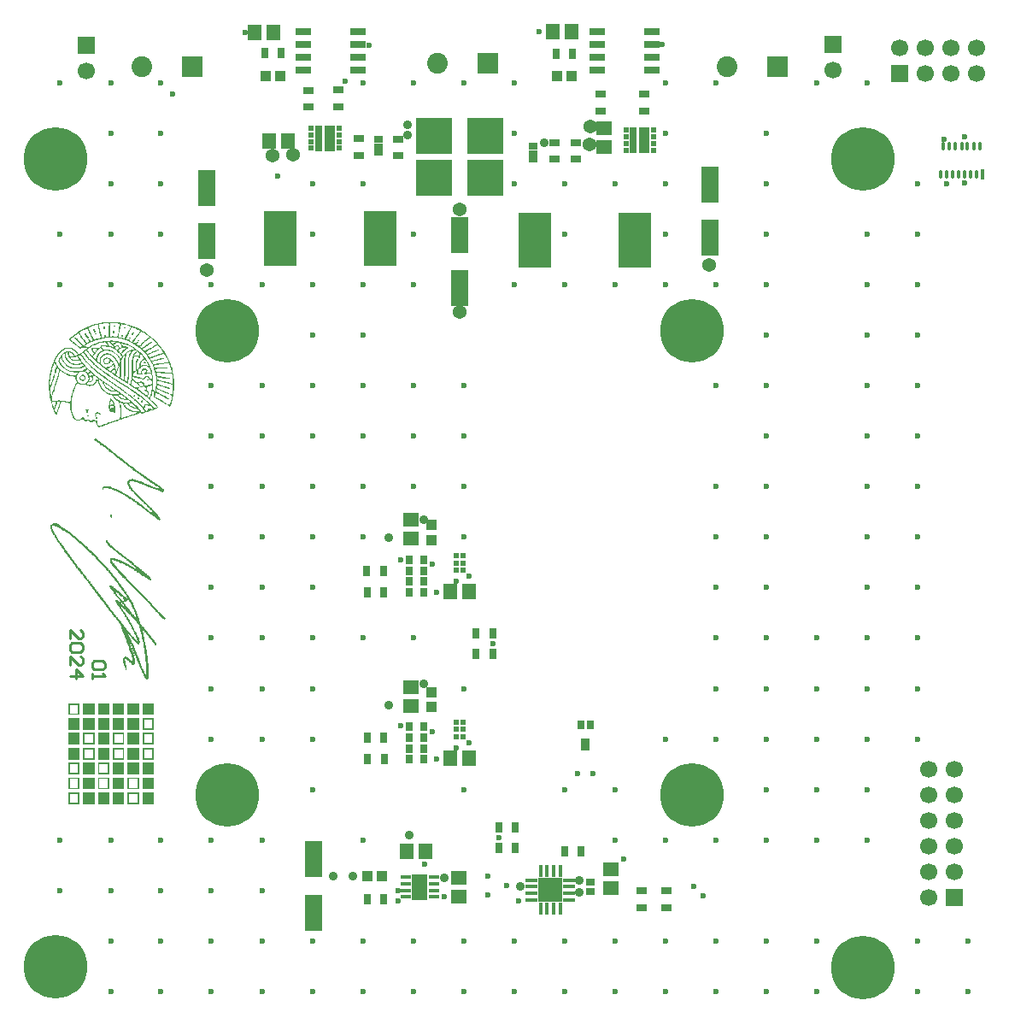
<source format=gbr>
%FSLAX23Y23*%
%MOIN*%
%SFA1B1*%

%IPPOS*%
%ADD61C,0.010630*%
%ADD62O,0.012990X0.039370*%
%ADD63R,0.012990X0.039370*%
%ADD64R,0.063980X0.031500*%
%ADD65R,0.031500X0.032480*%
%ADD66C,0.013780*%
%ADD67R,0.017720X0.045280*%
%ADD68R,0.045280X0.017720*%
%ADD69R,0.092910X0.092910*%
%ADD70R,0.019680X0.023620*%
%ADD71R,0.062600X0.098430*%
%ADD72R,0.039370X0.017720*%
%ADD73R,0.039370X0.031500*%
%ADD74R,0.141730X0.143700*%
%ADD75R,0.031500X0.039370*%
%ADD76R,0.021650X0.021650*%
%ADD77R,0.044720X0.100390*%
%ADD78R,0.026060X0.100390*%
%ADD79R,0.125980X0.216540*%
%ADD80R,0.042910X0.040950*%
%ADD81R,0.035430X0.029530*%
%ADD82R,0.035430X0.045280*%
%ADD83R,0.066930X0.141730*%
%ADD84R,0.043310X0.043310*%
%ADD85R,0.061020X0.055120*%
%ADD86R,0.055120X0.061020*%
%ADD87R,0.043310X0.043310*%
%ADD88R,0.030710X0.032280*%
%ADD89R,0.032280X0.030710*%
%ADD90R,0.080710X0.080710*%
%ADD91C,0.080710*%
%ADD92C,0.066930*%
%ADD93R,0.066930X0.066930*%
%ADD94R,0.066930X0.066930*%
%ADD95C,0.248030*%
%ADD96C,0.023620*%
%ADD97C,0.053940*%
%ADD98C,0.035430*%
%LNbase_pcb1_soldermask_top-1*%
%LPD*%
G36*
X430Y2710D02*
X432Y2710D01*
X434Y2709*
X443Y2708*
X454Y2707*
X462Y2705*
X476Y2701*
X481Y2700*
X486Y2698*
X489Y2697*
X501Y2693*
X504Y2692*
X507Y2690*
X511Y2689*
X530Y2679*
X538Y2674*
X540Y2673*
X547Y2668*
X549Y2667*
X550Y2667*
X563Y2657*
X566Y2655*
X567Y2654*
X568Y2653*
X570Y2651*
X571Y2650*
X573Y2648*
X575Y2647*
X577Y2645*
X578Y2645*
X594Y2628*
X595Y2627*
X598Y2624*
X598Y2623*
X601Y2621*
X602Y2619*
X604Y2617*
X604Y2616*
X606Y2614*
X607Y2613*
X608Y2611*
X609Y2610*
X614Y2603*
X616Y2601*
X620Y2595*
X621Y2592*
X624Y2588*
X625Y2587*
X627Y2583*
X633Y2572*
X638Y2561*
X639Y2558*
X641Y2554*
X644Y2546*
X645Y2544*
X646Y2541*
X647Y2536*
X650Y2528*
X650Y2526*
X651Y2523*
X652Y2518*
X653Y2516*
X653Y2512*
X654Y2510*
X654Y2507*
X655Y2499*
X656Y2497*
X656Y2490*
X657Y2488*
X658Y2487*
X658Y2445*
X656Y2442*
X656Y2433*
X655Y2429*
X654Y2423*
X653Y2417*
X652Y2414*
X650Y2405*
X649Y2402*
X647Y2395*
X647Y2393*
X645Y2388*
X644Y2385*
X642Y2382*
X641Y2381*
X636Y2384*
X635Y2385*
X630Y2388*
X625Y2390*
X617Y2395*
X614Y2397*
X613Y2398*
X609Y2400*
X607Y2401*
X600Y2405*
X599Y2406*
X594Y2409*
X590Y2411*
X584Y2415*
X581Y2417*
X577Y2420*
X578Y2437*
X577Y2438*
X577Y2440*
X575Y2442*
X573Y2442*
X572Y2438*
X570Y2429*
X570Y2427*
X568Y2422*
X566Y2414*
X565Y2412*
X566Y2410*
X572Y2404*
X573Y2403*
X577Y2400*
X577Y2399*
X578Y2398*
X579Y2398*
X579Y2397*
X587Y2389*
X588Y2388*
X592Y2384*
X592Y2383*
X595Y2380*
X595Y2379*
X596Y2377*
X596Y2375*
X589Y2373*
X585Y2372*
X583Y2371*
X572Y2367*
X570Y2366*
X565Y2365*
X560Y2363*
X557Y2362*
X554Y2361*
X549Y2359*
X546Y2358*
X542Y2357*
X537Y2355*
X534Y2354*
X530Y2354*
X528Y2355*
X526Y2356*
X519Y2353*
X517Y2353*
X512Y2351*
X509Y2350*
X504Y2348*
X500Y2347*
X495Y2345*
X492Y2345*
X488Y2343*
X483Y2342*
X480Y2340*
X475Y2339*
X471Y2337*
X466Y2336*
X464Y2335*
X450Y2330*
X446Y2329*
X443Y2328*
X440Y2327*
X430Y2323*
X428Y2323*
X423Y2321*
X417Y2319*
X407Y2315*
X401Y2313*
X393Y2310*
X391Y2309*
X386Y2307*
X380Y2305*
X377Y2304*
X370Y2303*
X366Y2301*
X364Y2301*
X363Y2303*
X361Y2303*
X357Y2306*
X354Y2312*
X353Y2319*
X351Y2321*
X351Y2322*
X347Y2324*
X345Y2325*
X337Y2321*
X335Y2320*
X330Y2321*
X327Y2323*
X324Y2326*
X322Y2327*
X321Y2326*
X320Y2325*
X315Y2323*
X309Y2324*
X308Y2324*
X307Y2327*
X306Y2330*
X303Y2334*
X302Y2334*
X301Y2335*
X297Y2332*
X296Y2331*
X293Y2329*
X287Y2326*
X283Y2326*
X277Y2326*
X272Y2329*
X270Y2331*
X269Y2332*
X267Y2333*
X266Y2335*
X265Y2336*
X264Y2337*
X262Y2341*
X261Y2344*
X258Y2349*
X257Y2352*
X254Y2363*
X254Y2367*
X253Y2369*
X252Y2387*
X252Y2392*
X249Y2393*
X247Y2394*
X241Y2395*
X235Y2397*
X229Y2398*
X221Y2399*
X219Y2399*
X217Y2399*
X215Y2396*
X215Y2392*
X213Y2386*
X212Y2383*
X211Y2380*
X209Y2375*
X205Y2363*
X203Y2358*
X200Y2353*
X198Y2350*
X197Y2350*
X195Y2351*
X189Y2364*
X187Y2369*
X185Y2373*
X185Y2375*
X183Y2379*
X183Y2382*
X181Y2385*
X180Y2388*
X180Y2391*
X178Y2396*
X177Y2401*
X176Y2405*
X175Y2409*
X173Y2419*
X173Y2422*
X171Y2433*
X170Y2441*
X170Y2443*
X169Y2444*
X169Y2485*
X170Y2486*
X171Y2491*
X171Y2495*
X172Y2502*
X173Y2510*
X174Y2513*
X174Y2515*
X175Y2518*
X175Y2521*
X176Y2523*
X177Y2527*
X178Y2531*
X180Y2539*
X181Y2542*
X185Y2551*
X187Y2556*
X188Y2559*
X196Y2574*
X198Y2578*
X201Y2581*
X201Y2583*
X205Y2588*
X206Y2589*
X207Y2590*
X209Y2592*
X210Y2593*
X214Y2598*
X215Y2598*
X219Y2602*
X220Y2602*
X224Y2605*
X233Y2609*
X240Y2611*
X247Y2611*
X252Y2611*
X256Y2610*
X259Y2609*
X268Y2604*
X269Y2602*
X271Y2602*
X273Y2599*
X274Y2599*
X275Y2597*
X276Y2596*
X277Y2596*
X280Y2593*
X281Y2592*
X281Y2591*
X283Y2589*
X284Y2586*
X288Y2586*
X290Y2588*
X293Y2590*
X294Y2591*
X296Y2591*
X301Y2595*
X308Y2601*
X309Y2602*
X310Y2602*
X311Y2604*
X312Y2604*
X316Y2607*
X317Y2608*
X316Y2610*
X313Y2611*
X311Y2611*
X307Y2612*
X301Y2611*
X299Y2611*
X291Y2607*
X289Y2607*
X289Y2608*
X288Y2608*
X287Y2609*
X285Y2611*
X284Y2612*
X280Y2615*
X279Y2616*
X277Y2618*
X276Y2619*
X273Y2621*
X272Y2621*
X270Y2624*
X269Y2624*
X267Y2626*
X265Y2627*
X263Y2629*
X262Y2630*
X260Y2632*
X259Y2633*
X256Y2635*
X255Y2636*
X254Y2637*
X252Y2638*
X250Y2641*
X249Y2641*
X248Y2644*
X248Y2645*
X251Y2648*
X252Y2649*
X255Y2651*
X256Y2652*
X257Y2653*
X260Y2655*
X262Y2656*
X263Y2657*
X264Y2659*
X265Y2659*
X267Y2661*
X268Y2662*
X271Y2664*
X275Y2666*
X276Y2667*
X277Y2668*
X281Y2671*
X282Y2671*
X283Y2672*
X295Y2679*
X296Y2680*
X300Y2682*
X301Y2683*
X315Y2689*
X316Y2690*
X320Y2692*
X325Y2694*
X332Y2697*
X338Y2699*
X342Y2700*
X348Y2702*
X350Y2702*
X354Y2703*
X358Y2704*
X360Y2705*
X363Y2705*
X365Y2706*
X371Y2707*
X374Y2708*
X379Y2708*
X384Y2709*
X389Y2710*
X390Y2711*
X430Y2710*
G37*
G36*
X353Y2257D02*
X353Y2257D01*
X353Y2257*
X354Y2256*
X354Y2256*
X355Y2255*
X356Y2255*
X356Y2254*
X356Y2254*
X357Y2254*
X358Y2253*
X359Y2252*
X359Y2252*
X360Y2251*
X361Y2251*
X362Y2251*
X366Y2246*
X368Y2246*
X368Y2245*
X371Y2242*
X371Y2242*
X373Y2241*
X373Y2241*
X373Y2241*
X374Y2241*
X374Y2240*
X375Y2240*
X375Y2239*
X376Y2239*
X376Y2239*
X376Y2238*
X378Y2237*
X378Y2236*
X379Y2236*
X380Y2236*
X380Y2235*
X381Y2235*
X381Y2234*
X381Y2234*
X383Y2234*
X383Y2233*
X384Y2233*
X384Y2232*
X384Y2232*
X386Y2232*
X387Y2231*
X388Y2230*
X389Y2230*
X390Y2230*
X390Y2229*
X390Y2229*
X391Y2229*
X391Y2228*
X392Y2228*
X392Y2228*
X393Y2227*
X393Y2227*
X393Y2227*
X393Y2226*
X394Y2226*
X394Y2226*
X395Y2225*
X395Y2225*
X395Y2225*
X396Y2224*
X396Y2224*
X396Y2224*
X397Y2223*
X397Y2223*
X397Y2222*
X398Y2222*
X398Y2222*
X398Y2221*
X399Y2221*
X399Y2221*
X399Y2220*
X400Y2220*
X400Y2219*
X402Y2219*
X402Y2218*
X403Y2218*
X403Y2217*
X405Y2217*
X405Y2216*
X406Y2216*
X406Y2216*
X406Y2215*
X407Y2215*
X407Y2215*
X408Y2214*
X408Y2214*
X409Y2213*
X409Y2213*
X410Y2213*
X410Y2212*
X411Y2212*
X411Y2212*
X412Y2210*
X412Y2210*
X412Y2210*
X413Y2209*
X414Y2209*
X415Y2208*
X418Y2205*
X420Y2204*
X423Y2201*
X423Y2200*
X425Y2200*
X425Y2200*
X426Y2199*
X426Y2199*
X427Y2198*
X427Y2198*
X428Y2198*
X428Y2197*
X428Y2197*
X429Y2196*
X429Y2196*
X429Y2196*
X430Y2196*
X430Y2195*
X431Y2195*
X432Y2194*
X432Y2194*
X433Y2194*
X433Y2193*
X433Y2193*
X434Y2193*
X434Y2192*
X436Y2192*
X436Y2191*
X436Y2191*
X437Y2190*
X437Y2190*
X437Y2190*
X439Y2190*
X439Y2189*
X442Y2186*
X443Y2186*
X448Y2182*
X448Y2181*
X450Y2181*
X450Y2180*
X450Y2180*
X451Y2180*
X451Y2179*
X453Y2179*
X453Y2178*
X454Y2178*
X454Y2177*
X454Y2177*
X455Y2177*
X455Y2176*
X457Y2176*
X457Y2175*
X458Y2175*
X458Y2175*
X458Y2174*
X459Y2174*
X459Y2173*
X459Y2173*
X460Y2173*
X461Y2173*
X461Y2172*
X469Y2164*
X471Y2164*
X471Y2164*
X471Y2163*
X473Y2163*
X473Y2163*
X473Y2162*
X474Y2162*
X475Y2161*
X475Y2161*
X475Y2160*
X475Y2160*
X476Y2160*
X476Y2160*
X476Y2159*
X478Y2159*
X478Y2158*
X479Y2158*
X479Y2158*
X479Y2157*
X480Y2157*
X480Y2157*
X481Y2156*
X482Y2155*
X483Y2155*
X483Y2154*
X484Y2154*
X484Y2153*
X485Y2153*
X485Y2153*
X485Y2152*
X486Y2152*
X486Y2152*
X486Y2151*
X488Y2151*
X488Y2151*
X489Y2150*
X489Y2149*
X491Y2149*
X491Y2149*
X491Y2148*
X492Y2148*
X493Y2147*
X493Y2146*
X495Y2146*
X495Y2146*
X496Y2145*
X497Y2145*
X498Y2144*
X499Y2144*
X499Y2143*
X499Y2143*
X499Y2143*
X500Y2142*
X500Y2142*
X500Y2142*
X501Y2141*
X502Y2141*
X502Y2140*
X503Y2139*
X503Y2139*
X505Y2138*
X505Y2138*
X509Y2134*
X510Y2134*
X510Y2134*
X512Y2133*
X512Y2133*
X513Y2132*
X513Y2132*
X514Y2131*
X515Y2130*
X516Y2130*
X517Y2130*
X517Y2129*
X518Y2129*
X518Y2128*
X518Y2128*
X519Y2128*
X519Y2127*
X521Y2127*
X521Y2127*
X521Y2126*
X521Y2126*
X522Y2126*
X522Y2125*
X522Y2125*
X523Y2125*
X523Y2124*
X524Y2124*
X525Y2123*
X526Y2123*
X526Y2122*
X526Y2122*
X528Y2122*
X529Y2120*
X530Y2120*
X531Y2119*
X531Y2119*
X532Y2119*
X532Y2118*
X533Y2118*
X533Y2117*
X534Y2117*
X535Y2116*
X535Y2116*
X536Y2116*
X536Y2115*
X538Y2115*
X538Y2114*
X539Y2114*
X539Y2114*
X539Y2113*
X540Y2113*
X540Y2112*
X542Y2112*
X542Y2112*
X545Y2109*
X546Y2109*
X546Y2108*
X547Y2108*
X548Y2108*
X549Y2107*
X549Y2107*
X549Y2107*
X550Y2106*
X550Y2106*
X550Y2106*
X550Y2105*
X551Y2105*
X552Y2105*
X553Y2104*
X553Y2104*
X554Y2103*
X554Y2103*
X554Y2103*
X556Y2102*
X556Y2101*
X557Y2101*
X557Y2101*
X559Y2100*
X559Y2100*
X561Y2098*
X562Y2098*
X566Y2094*
X566Y2094*
X567Y2094*
X568Y2094*
X568Y2093*
X569Y2092*
X569Y2092*
X571Y2092*
X571Y2092*
X572Y2092*
X572Y2091*
X572Y2091*
X573Y2091*
X573Y2090*
X573Y2090*
X575Y2090*
X576Y2088*
X579Y2086*
X581Y2086*
X581Y2085*
X581Y2085*
X582Y2084*
X583Y2084*
X584Y2083*
X585Y2083*
X585Y2083*
X585Y2082*
X586Y2082*
X586Y2081*
X589Y2081*
X589Y2081*
X590Y2079*
X591Y2079*
X591Y2077*
X591Y2077*
X594Y2077*
X596Y2074*
X596Y2074*
X598Y2074*
X598Y2073*
X598Y2073*
X599Y2072*
X600Y2072*
X600Y2072*
X600Y2071*
X601Y2071*
X601Y2070*
X602Y2070*
X603Y2069*
X604Y2069*
X604Y2068*
X605Y2068*
X605Y2068*
X607Y2067*
X608Y2066*
X608Y2065*
X609Y2065*
X609Y2065*
X609Y2064*
X612Y2064*
X615Y2061*
X615Y2059*
X616Y2059*
X616Y2058*
X617Y2058*
X618Y2058*
X619Y2057*
X619Y2057*
X619Y2057*
X619Y2056*
X619Y2053*
X619Y2052*
X618Y2052*
X618Y2051*
X617Y2051*
X617Y2051*
X616Y2050*
X616Y2049*
X615Y2049*
X615Y2048*
X614Y2048*
X614Y2048*
X613Y2047*
X612Y2047*
X610Y2047*
X609Y2048*
X609Y2048*
X608Y2049*
X607Y2049*
X605Y2050*
X604Y2050*
X603Y2051*
X602Y2051*
X602Y2052*
X600Y2052*
X599Y2052*
X599Y2053*
X598Y2053*
X598Y2054*
X597Y2054*
X596Y2054*
X595Y2054*
X595Y2055*
X590Y2055*
X589Y2056*
X587Y2056*
X585Y2058*
X585Y2058*
X584Y2058*
X583Y2058*
X582Y2058*
X582Y2059*
X581Y2059*
X580Y2059*
X577Y2059*
X577Y2060*
X577Y2060*
X575Y2060*
X575Y2061*
X575Y2061*
X574Y2062*
X574Y2062*
X573Y2062*
X572Y2062*
X571Y2062*
X571Y2063*
X570Y2063*
X569Y2064*
X568Y2064*
X567Y2065*
X567Y2064*
X565Y2065*
X564Y2065*
X560Y2066*
X560Y2066*
X560Y2066*
X559Y2067*
X559Y2068*
X557Y2068*
X557Y2067*
X556Y2068*
X556Y2068*
X555Y2069*
X555Y2069*
X555Y2069*
X554Y2070*
X553Y2070*
X553Y2070*
X552Y2070*
X549Y2072*
X549Y2073*
X548Y2073*
X547Y2073*
X547Y2074*
X545Y2074*
X544Y2074*
X543Y2074*
X543Y2075*
X541Y2075*
X541Y2076*
X541Y2076*
X539Y2076*
X539Y2077*
X539Y2077*
X534Y2077*
X532Y2079*
X532Y2079*
X531Y2079*
X530Y2079*
X529Y2080*
X529Y2080*
X528Y2080*
X527Y2080*
X526Y2080*
X526Y2081*
X522Y2081*
X521Y2082*
X521Y2083*
X520Y2084*
X518Y2083*
X518Y2084*
X518Y2084*
X516Y2086*
X514Y2086*
X509Y2086*
X509Y2086*
X509Y2087*
X506Y2086*
X506Y2086*
X505Y2086*
X505Y2086*
X504Y2087*
X503Y2088*
X501Y2088*
X501Y2088*
X500Y2089*
X499Y2089*
X498Y2089*
X497Y2089*
X497Y2090*
X497Y2090*
X490Y2090*
X490Y2089*
X489Y2089*
X489Y2089*
X489Y2088*
X488Y2088*
X485Y2088*
X485Y2087*
X484Y2087*
X484Y2086*
X483Y2085*
X484Y2085*
X483Y2084*
X483Y2083*
X483Y2079*
X483Y2078*
X483Y2078*
X484Y2078*
X484Y2076*
X484Y2076*
X485Y2075*
X485Y2074*
X485Y2074*
X486Y2074*
X486Y2072*
X486Y2072*
X487Y2072*
X487Y2070*
X487Y2070*
X488Y2069*
X488Y2068*
X489Y2067*
X489Y2067*
X490Y2066*
X490Y2066*
X490Y2065*
X490Y2065*
X491Y2064*
X491Y2064*
X491Y2063*
X493Y2063*
X493Y2063*
X493Y2062*
X494Y2062*
X495Y2061*
X495Y2061*
X495Y2061*
X495Y2059*
X500Y2054*
X500Y2053*
X500Y2053*
X501Y2052*
X501Y2052*
X510Y2043*
X510Y2043*
X510Y2041*
X512Y2041*
X513Y2040*
X513Y2040*
X514Y2038*
X514Y2038*
X514Y2038*
X515Y2037*
X516Y2037*
X517Y2036*
X518Y2035*
X518Y2034*
X518Y2034*
X519Y2033*
X519Y2032*
X521Y2032*
X521Y2032*
X527Y2026*
X527Y2026*
X527Y2025*
X527Y2025*
X528Y2024*
X529Y2024*
X530Y2023*
X536Y2017*
X538Y2016*
X540Y2014*
X540Y2013*
X542Y2013*
X542Y2013*
X542Y2013*
X543Y2012*
X543Y2012*
X543Y2011*
X544Y2011*
X544Y2011*
X544Y2010*
X545Y2010*
X545Y2010*
X546Y2009*
X546Y2009*
X546Y2009*
X547Y2007*
X548Y2007*
X549Y2006*
X549Y2006*
X549Y2006*
X549Y2006*
X550Y2004*
X550Y2003*
X568Y1986*
X568Y1986*
X569Y1986*
X570Y1985*
X570Y1985*
X570Y1985*
X571Y1984*
X571Y1983*
X572Y1982*
X574Y1980*
X574Y1979*
X575Y1977*
X577Y1977*
X581Y1973*
X581Y1971*
X583Y1971*
X585Y1969*
X584Y1968*
X587Y1966*
X588Y1965*
X593Y1961*
X593Y1958*
X594Y1958*
X594Y1958*
X594Y1958*
X595Y1957*
X595Y1957*
X595Y1956*
X595Y1956*
X596Y1955*
X596Y1955*
X596Y1954*
X597Y1954*
X597Y1953*
X598Y1953*
X598Y1953*
X599Y1952*
X599Y1952*
X599Y1951*
X600Y1951*
X600Y1950*
X600Y1950*
X600Y1949*
X601Y1949*
X601Y1948*
X602Y1948*
X602Y1948*
X602Y1948*
X602Y1947*
X603Y1945*
X603Y1944*
X604Y1944*
X603Y1940*
X603Y1940*
X602Y1939*
X602Y1939*
X601Y1939*
X601Y1938*
X601Y1938*
X600Y1937*
X600Y1937*
X599Y1937*
X599Y1937*
X598Y1937*
X598Y1938*
X597Y1938*
X597Y1939*
X595Y1939*
X595Y1940*
X595Y1940*
X594Y1941*
X594Y1941*
X594Y1941*
X593Y1941*
X592Y1942*
X592Y1942*
X591Y1942*
X591Y1943*
X591Y1943*
X590Y1943*
X589Y1944*
X588Y1944*
X585Y1948*
X584Y1948*
X579Y1952*
X579Y1953*
X578Y1953*
X577Y1953*
X576Y1953*
X576Y1953*
X576Y1954*
X575Y1954*
X575Y1955*
X574Y1955*
X574Y1956*
X573Y1956*
X573Y1956*
X572Y1957*
X572Y1957*
X571Y1958*
X570Y1958*
X569Y1959*
X569Y1959*
X569Y1960*
X568Y1960*
X568Y1960*
X567Y1961*
X566Y1961*
X562Y1966*
X560Y1966*
X558Y1968*
X558Y1969*
X556Y1969*
X556Y1969*
X556Y1970*
X555Y1970*
X554Y1971*
X553Y1971*
X552Y1972*
X552Y1972*
X551Y1973*
X551Y1973*
X550Y1973*
X549Y1974*
X548Y1975*
X548Y1976*
X548Y1976*
X548Y1976*
X547Y1977*
X546Y1977*
X545Y1977*
X544Y1977*
X544Y1978*
X540Y1982*
X539Y1982*
X535Y1985*
X535Y1986*
X534Y1986*
X533Y1986*
X533Y1987*
X532Y1987*
X532Y1988*
X530Y1988*
X530Y1989*
X529Y1989*
X529Y1990*
X528Y1990*
X528Y1991*
X527Y1991*
X527Y1992*
X527Y1992*
X525Y1992*
X525Y1993*
X524Y1993*
X524Y1994*
X523Y1994*
X523Y1995*
X523Y1995*
X522Y1996*
X522Y1996*
X522Y1996*
X521Y1996*
X519Y1997*
X515Y2000*
X515Y2001*
X514Y2001*
X513Y2001*
X513Y2002*
X512Y2002*
X512Y2004*
X512Y2004*
X511Y2004*
X511Y2005*
X510Y2005*
X509Y2005*
X508Y2005*
X508Y2006*
X507Y2006*
X507Y2007*
X505Y2007*
X504Y2008*
X504Y2008*
X504Y2009*
X503Y2009*
X502Y2009*
X502Y2010*
X498Y2013*
X496Y2014*
X495Y2014*
X495Y2014*
X494Y2015*
X494Y2015*
X493Y2016*
X493Y2017*
X491Y2017*
X491Y2017*
X491Y2018*
X489Y2018*
X488Y2019*
X488Y2019*
X488Y2020*
X487Y2020*
X485Y2020*
X485Y2020*
X484Y2021*
X484Y2021*
X481Y2023*
X481Y2024*
X480Y2024*
X479Y2025*
X479Y2025*
X478Y2025*
X478Y2026*
X478Y2026*
X476Y2026*
X476Y2027*
X475Y2028*
X475Y2028*
X473Y2028*
X473Y2029*
X471Y2030*
X470Y2031*
X470Y2031*
X468Y2032*
X468Y2032*
X467Y2032*
X466Y2033*
X466Y2033*
X465Y2033*
X464Y2034*
X464Y2035*
X462Y2035*
X461Y2036*
X460Y2037*
X458Y2037*
X458Y2037*
X457Y2039*
X457Y2039*
X455Y2039*
X455Y2039*
X455Y2040*
X453Y2040*
X453Y2041*
X453Y2041*
X451Y2041*
X450Y2042*
X449Y2042*
X449Y2043*
X448Y2043*
X447Y2043*
X445Y2045*
X442Y2045*
X442Y2046*
X442Y2046*
X441Y2047*
X441Y2047*
X441Y2047*
X439Y2047*
X438Y2048*
X438Y2048*
X436Y2049*
X434Y2050*
X434Y2050*
X433Y2050*
X433Y2051*
X432Y2052*
X428Y2052*
X427Y2052*
X427Y2053*
X425Y2053*
X425Y2054*
X423Y2054*
X423Y2054*
X423Y2055*
X421Y2055*
X421Y2056*
X417Y2056*
X417Y2056*
X416Y2057*
X415Y2057*
X414Y2058*
X413Y2058*
X412Y2058*
X412Y2058*
X411Y2059*
X411Y2059*
X410Y2059*
X409Y2059*
X409Y2059*
X408Y2060*
X408Y2060*
X407Y2061*
X407Y2061*
X403Y2061*
X402Y2062*
X397Y2062*
X397Y2063*
X396Y2063*
X385Y2063*
X385Y2062*
X383Y2062*
X382Y2061*
X382Y2061*
X382Y2059*
X381Y2059*
X381Y2059*
X380Y2057*
X380Y2057*
X379Y2056*
X379Y2056*
X378Y2056*
X378Y2057*
X378Y2057*
X377Y2059*
X376Y2060*
X377Y2063*
X377Y2063*
X377Y2064*
X378Y2065*
X379Y2066*
X379Y2067*
X381Y2067*
X381Y2068*
X382Y2068*
X382Y2068*
X382Y2069*
X383Y2069*
X383Y2070*
X384Y2070*
X385Y2070*
X389Y2070*
X389Y2071*
X399Y2071*
X400Y2070*
X400Y2070*
X401Y2070*
X403Y2070*
X404Y2069*
X404Y2069*
X405Y2068*
X406Y2069*
X407Y2068*
X407Y2068*
X408Y2068*
X409Y2068*
X410Y2068*
X410Y2067*
X411Y2067*
X412Y2066*
X413Y2065*
X414Y2065*
X415Y2065*
X415Y2064*
X419Y2064*
X420Y2064*
X420Y2064*
X421Y2063*
X422Y2063*
X423Y2063*
X423Y2063*
X423Y2062*
X424Y2062*
X426Y2062*
X426Y2062*
X427Y2061*
X427Y2061*
X428Y2060*
X428Y2060*
X430Y2060*
X431Y2060*
X431Y2059*
X432Y2059*
X433Y2058*
X433Y2058*
X434Y2058*
X435Y2058*
X436Y2058*
X436Y2058*
X436Y2057*
X437Y2056*
X437Y2056*
X441Y2056*
X442Y2054*
X442Y2054*
X444Y2053*
X445Y2053*
X446Y2053*
X447Y2052*
X447Y2052*
X447Y2051*
X448Y2051*
X448Y2051*
X448Y2050*
X449Y2050*
X451Y2049*
X451Y2048*
X452Y2048*
X453Y2049*
X454Y2048*
X454Y2048*
X454Y2047*
X456Y2047*
X456Y2047*
X456Y2046*
X457Y2046*
X457Y2045*
X459Y2045*
X460Y2044*
X461Y2044*
X462Y2043*
X463Y2043*
X464Y2043*
X465Y2041*
X465Y2041*
X466Y2041*
X467Y2041*
X467Y2040*
X469Y2040*
X469Y2039*
X469Y2039*
X471Y2039*
X471Y2038*
X472Y2038*
X472Y2037*
X474Y2037*
X475Y2036*
X476Y2036*
X477Y2035*
X478Y2034*
X478Y2034*
X479Y2034*
X479Y2034*
X479Y2033*
X480Y2033*
X480Y2032*
X481*
X481Y2032*
X482Y2032*
X482Y2031*
X483Y2031*
X483Y2031*
X484Y2030*
X485Y2030*
X486Y2030*
X486Y2030*
X486Y2029*
X487Y2029*
X487Y2029*
X487Y2028*
X489Y2028*
X489Y2028*
X490Y2027*
X490Y2026*
X492Y2026*
X493Y2025*
X493Y2024*
X495Y2024*
X495Y2023*
X496Y2023*
X496Y2023*
X497Y2022*
X497Y2022*
X498Y2022*
X499Y2021*
X500Y2020*
X500Y2020*
X501Y2020*
X501Y2019*
X501Y2019*
X502Y2019*
X502Y2018*
X504Y2018*
X504Y2017*
X505Y2015*
X506Y2015*
X506Y2015*
X506Y2015*
X508Y2014*
X510Y2012*
X510Y2011*
X512Y2011*
X512Y2011*
X513Y2010*
X513Y2010*
X513Y2010*
X514Y2009*
X515Y2009*
X516Y2009*
X516Y2008*
X517Y2008*
X517Y2007*
X519Y2007*
X519Y2006*
X520Y2006*
X520Y2005*
X522Y2005*
X523Y2004*
X523Y2004*
X523Y2002*
X523Y2002*
X525Y2002*
X525Y2001*
X526Y2001*
X527Y2000*
X527Y2000*
X529Y1998*
X530Y1998*
X531Y1997*
X531Y1997*
X532Y1997*
X533Y1996*
X534Y1995*
X535Y1995*
X535Y1995*
X536Y1994*
X536Y1993*
X538Y1993*
X538Y1992*
X539Y1992*
X539Y1991*
X539Y1991*
X540Y1991*
X540Y1990*
X541Y1990*
X541Y1989*
X542Y1989*
X542Y1989*
X542Y1988*
X543Y1988*
X543Y1988*
X543Y1987*
X544Y1987*
X544Y1987*
X545Y1986*
X546Y1986*
X546Y1985*
X548Y1984*
X549Y1984*
X551Y1982*
X551Y1982*
X552Y1981*
X553Y1981*
X553Y1981*
X553Y1980*
X554Y1980*
X554Y1980*
X554Y1979*
X555Y1979*
X555Y1978*
X555Y1978*
X556Y1978*
X556Y1977*
X557Y1977*
X557Y1977*
X557Y1976*
X558Y1976*
X558Y1975*
X559Y1975*
X559Y1975*
X559Y1974*
X560Y1974*
X560Y1974*
X560Y1973*
X562Y1973*
X562Y1973*
X562Y1972*
X563Y1972*
X564Y1971*
X564Y1971*
X565Y1970*
X565Y1970*
X566Y1969*
X566Y1969*
X567Y1969*
X568Y1968*
X568Y1968*
X569Y1967*
X569Y1967*
X570Y1966*
X570Y1966*
X570Y1966*
X573Y1965*
X575Y1963*
X575Y1963*
X576Y1962*
X577Y1963*
X578Y1962*
X579Y1963*
X579Y1964*
X579Y1964*
X573Y1970*
X573Y1970*
X573Y1972*
X572Y1972*
X572Y1972*
X571Y1973*
X571Y1973*
X571Y1974*
X570Y1974*
X570Y1974*
X570Y1975*
X569Y1975*
X568Y1975*
X567Y1976*
X566Y1977*
X565Y1978*
X565Y1979*
X565Y1980*
X564Y1980*
X564Y1980*
X564Y1981*
X563Y1981*
X563Y1981*
X563Y1982*
X561Y1982*
X561Y1983*
X560Y1983*
X560Y1985*
X559Y1985*
X559Y1985*
X559Y1985*
X558Y1986*
X558Y1986*
X558Y1987*
X557Y1987*
X557Y1987*
X556Y1988*
X556Y1988*
X556Y1989*
X555Y1989*
X555Y1989*
X555Y1990*
X554Y1990*
X554Y1990*
X554Y1991*
X553Y1991*
X553Y1991*
X552Y1992*
X552Y1992*
X552Y1992*
X551Y1993*
X550Y1994*
X550Y1994*
X550Y1994*
X550Y1995*
X549Y1995*
X549Y1996*
X549Y1996*
X548Y1996*
X548Y1997*
X547Y1997*
X547Y1997*
X547Y1998*
X546Y1998*
X546Y1999*
X545Y1999*
X545Y1999*
X545Y2000*
X544Y2000*
X544Y2000*
X544Y2001*
X543Y2001*
X543Y2001*
X542Y2002*
X542Y2002*
X542Y2002*
X542Y2003*
X541Y2003*
X541Y2004*
X540Y2004*
X540Y2004*
X539Y2005*
X539Y2005*
X539Y2006*
X538Y2006*
X538Y2006*
X538Y2007*
X537Y2007*
X537Y2007*
X537Y2008*
X536Y2008*
X536Y2008*
X535Y2009*
X535Y2009*
X535Y2009*
X535Y2010*
X534Y2010*
X534Y2010*
X533Y2011*
X533Y2011*
X533Y2012*
X532Y2012*
X532Y2013*
X531Y2013*
X531Y2013*
X531Y2013*
X529Y2014*
X529Y2014*
X515Y2028*
X514Y2029*
X514Y2030*
X514Y2030*
X512Y2031*
X512Y2031*
X504Y2039*
X504Y2039*
X504Y2041*
X503Y2041*
X502Y2041*
X502Y2042*
X501Y2042*
X501Y2042*
X501Y2043*
X501Y2044*
X500Y2044*
X500Y2045*
X499Y2045*
X497Y2047*
X497Y2048*
X496Y2048*
X496Y2049*
X495Y2049*
X495Y2049*
X495Y2050*
X494Y2050*
X494Y2050*
X492Y2053*
X491Y2053*
X491Y2053*
X490Y2054*
X490Y2054*
X490Y2054*
X489Y2055*
X489Y2055*
X489Y2056*
X488Y2056*
X488Y2056*
X488Y2059*
X487Y2060*
X487Y2060*
X485Y2060*
X484Y2061*
X484Y2061*
X483Y2063*
X483Y2064*
X482Y2064*
X482Y2065*
X481Y2065*
X481Y2067*
X480Y2069*
X479Y2069*
X479Y2070*
X479Y2070*
X479Y2071*
X479Y2071*
X478Y2073*
X478Y2073*
X477Y2073*
X477Y2075*
X476Y2075*
X476Y2076*
X475Y2076*
X475Y2077*
X475Y2089*
X476Y2089*
X476Y2089*
X477Y2090*
X477Y2090*
X478Y2091*
X478Y2091*
X479Y2093*
X479Y2093*
X480Y2094*
X481Y2094*
X482Y2095*
X483Y2096*
X483Y2096*
X484Y2096*
X484Y2096*
X486Y2096*
X487Y2097*
X487Y2097*
X491Y2097*
X492Y2098*
X498Y2098*
X499Y2098*
X499Y2097*
X500Y2097*
X501Y2097*
X501Y2096*
X502Y2096*
X504Y2096*
X505Y2096*
X505Y2096*
X505Y2095*
X506Y2095*
X507Y2095*
X508Y2095*
X508Y2095*
X508Y2094*
X512Y2094*
X513Y2093*
X516Y2093*
X517Y2092*
X517Y2092*
X519Y2092*
X519Y2091*
X520Y2091*
X521Y2091*
X521Y2091*
X522Y2090*
X522Y2090*
X523Y2090*
X524Y2090*
X526Y2090*
X526Y2089*
X526Y2089*
X527Y2089*
X529Y2089*
X529Y2088*
X530Y2088*
X531Y2088*
X531Y2087*
X532Y2087*
X532Y2087*
X533Y2086*
X533Y2086*
X534Y2086*
X536Y2086*
X537Y2085*
X537Y2085*
X537Y2085*
X538Y2084*
X539Y2084*
X539Y2084*
X540Y2083*
X542Y2084*
X542Y2083*
X542Y2083*
X543Y2082*
X543Y2082*
X544Y2081*
X547Y2081*
X549Y2080*
X549Y2079*
X550Y2079*
X550Y2079*
X551Y2079*
X552Y2079*
X552Y2078*
X553Y2078*
X554Y2077*
X557Y2077*
X558Y2075*
X558Y2075*
X559Y2075*
X560Y2075*
X561Y2075*
X561Y2074*
X563Y2074*
X564Y2073*
X567Y2073*
X568Y2072*
X568Y2072*
X569Y2071*
X569Y2071*
X571Y2070*
X571Y2070*
X572Y2070*
X573Y2070*
X574Y2069*
X574Y2069*
X574Y2069*
X576Y2068*
X576Y2068*
X576Y2068*
X578Y2067*
X578Y2067*
X578Y2067*
X583Y2066*
X585Y2065*
X585Y2065*
X586Y2064*
X590Y2064*
X591Y2064*
X591Y2063*
X593Y2063*
X593Y2063*
X593Y2062*
X598Y2062*
X598Y2063*
X598Y2064*
X597Y2065*
X597Y2065*
X595Y2066*
X595Y2067*
X594Y2067*
X594Y2068*
X592Y2068*
X592Y2068*
X590Y2070*
X590Y2070*
X590Y2070*
X589Y2071*
X588Y2071*
X586Y2073*
X585Y2073*
X584Y2073*
X584Y2074*
X584Y2074*
X583Y2075*
X583Y2075*
X582Y2075*
X581Y2075*
X581Y2076*
X580Y2076*
X580Y2077*
X578Y2077*
X578Y2078*
X577Y2079*
X577Y2079*
X576Y2079*
X575Y2079*
X575Y2080*
X574Y2080*
X573Y2080*
X572Y2082*
X571Y2082*
X570Y2083*
X570Y2083*
X569Y2083*
X569Y2084*
X568Y2084*
X568Y2084*
X567Y2085*
X566Y2084*
X565Y2085*
X565Y2085*
X563Y2086*
X563Y2087*
X563Y2088*
X562Y2088*
X562Y2089*
X561Y2089*
X561Y2090*
X559Y2090*
X559Y2091*
X557Y2092*
X555Y2092*
X555Y2092*
X554Y2093*
X554Y2093*
X553Y2094*
X553Y2094*
X552Y2095*
X552Y2095*
X552Y2095*
X551Y2096*
X551Y2096*
X551Y2096*
X550Y2097*
X550Y2097*
X549Y2098*
X549Y2098*
X548Y2099*
X547Y2099*
X545Y2100*
X545Y2100*
X544Y2101*
X544Y2101*
X543Y2102*
X542Y2102*
X542Y2102*
X539Y2105*
X538Y2105*
X537Y2106*
X536Y2107*
X535Y2107*
X535Y2107*
X534Y2108*
X533Y2108*
X533Y2109*
X532Y2109*
X531Y2110*
X530Y2110*
X530Y2111*
X530Y2111*
X528Y2111*
X528Y2112*
X528Y2112*
X527Y2112*
X527Y2113*
X526Y2113*
X526Y2114*
X526Y2114*
X526Y2114*
X525Y2115*
X525Y2115*
X523Y2115*
X523Y2116*
X521Y2117*
X520Y2118*
X520Y2118*
X520Y2118*
X518Y2119*
X518Y2119*
X517Y2119*
X516Y2120*
X516Y2120*
X516Y2121*
X516Y2121*
X515Y2121*
X515Y2122*
X513Y2122*
X513Y2123*
X513Y2123*
X512Y2123*
X512Y2124*
X510Y2124*
X510Y2125*
X509Y2126*
X508Y2126*
X508Y2127*
X507Y2127*
X506Y2127*
X506Y2128*
X503Y2130*
X502Y2130*
X496Y2136*
X496Y2137*
X494Y2137*
X494Y2138*
X494Y2138*
X493Y2138*
X493Y2138*
X492Y2139*
X492Y2140*
X491Y2140*
X491Y2141*
X489Y2141*
X488Y2142*
X488Y2142*
X487Y2143*
X486Y2143*
X486Y2143*
X486Y2144*
X485Y2144*
X485Y2144*
X485Y2145*
X484Y2145*
X483Y2145*
X478Y2150*
X478Y2150*
X477Y2151*
X476Y2151*
X476Y2151*
X476Y2151*
X475Y2152*
X475Y2152*
X473Y2153*
X473Y2154*
X471Y2154*
X470Y2155*
X470Y2155*
X470Y2157*
X468Y2157*
X467Y2158*
X467Y2158*
X466Y2159*
X466Y2159*
X466Y2159*
X465Y2160*
X464Y2160*
X463Y2161*
X461Y2163*
X459Y2163*
X459Y2164*
X457Y2166*
X457Y2166*
X455Y2166*
X455Y2167*
X455Y2167*
X454Y2167*
X454Y2168*
X454Y2168*
X453Y2168*
X453Y2169*
X453Y2169*
X452Y2170*
X452Y2170*
X452Y2170*
X450Y2171*
X450Y2171*
X449Y2171*
X449Y2172*
X448Y2173*
X448Y2173*
X447Y2173*
X447Y2174*
X447Y2174*
X446Y2175*
X446Y2175*
X446Y2175*
X445Y2176*
X445Y2176*
X444Y2176*
X444Y2177*
X443Y2177*
X443Y2178*
X441Y2178*
X441Y2179*
X440Y2179*
X440Y2180*
X440Y2180*
X439Y2180*
X439Y2181*
X437Y2181*
X436Y2183*
X435Y2183*
X434Y2184*
X430Y2187*
X430Y2187*
X429Y2188*
X428Y2188*
X428Y2188*
X427Y2189*
X427Y2190*
X425Y2190*
X425Y2192*
X423Y2192*
X423Y2192*
X423Y2193*
X422Y2193*
X422Y2194*
X420Y2194*
X420Y2195*
X419Y2195*
X419Y2197*
X418Y2197*
X417Y2198*
X417Y2198*
X417Y2199*
X416Y2199*
X415Y2199*
X414Y2200*
X414Y2201*
X413Y2201*
X413Y2201*
X412Y2202*
X411Y2202*
X410Y2203*
X409Y2204*
X402Y2210*
X402Y2211*
X400Y2211*
X400Y2211*
X400Y2212*
X399Y2212*
X399Y2213*
X398Y2213*
X398Y2213*
X398Y2213*
X397Y2214*
X396Y2214*
X395Y2215*
X395Y2215*
X395Y2215*
X394Y2216*
X394Y2216*
X394Y2216*
X393Y2217*
X392Y2218*
X392Y2218*
X391Y2219*
X391Y2219*
X389Y2220*
X389Y2220*
X388Y2221*
X388Y2221*
X388Y2222*
X386Y2222*
X386Y2222*
X385Y2223*
X384Y2223*
X383Y2223*
X383Y2223*
X382Y2224*
X382Y2225*
X381Y2225*
X380Y2226*
X379Y2226*
X378Y2227*
X378Y2227*
X377Y2228*
X377Y2228*
X376Y2229*
X376Y2229*
X375Y2229*
X375Y2230*
X373Y2230*
X373Y2231*
X370Y2231*
X369Y2233*
X369Y2233*
X368Y2233*
X368Y2234*
X368Y2235*
X366Y2236*
X365Y2237*
X364Y2238*
X363Y2238*
X362Y2239*
X361Y2239*
X361Y2240*
X361Y2240*
X360Y2240*
X359Y2241*
X358Y2242*
X357Y2242*
X357Y2242*
X357Y2243*
X355Y2243*
X355Y2244*
X354Y2244*
X354Y2244*
X354Y2245*
X353Y2245*
X353Y2246*
X353Y2246*
X351Y2246*
X351Y2247*
X349Y2247*
X349Y2248*
X349Y2249*
X348Y2249*
X348Y2249*
X347Y2250*
X346Y2250*
X346Y2250*
X346Y2251*
X345Y2251*
X346Y2252*
X346Y2252*
X347Y2253*
X347Y2253*
X347Y2253*
X348Y2254*
X348Y2256*
X348Y2257*
X349Y2257*
X349Y2257*
X349Y2258*
X353Y2257*
G37*
G36*
X412Y1961D02*
X412Y1961D01*
X413Y1961*
X413Y1960*
X414Y1960*
X416Y1959*
X416Y1948*
X415Y1947*
X414Y1947*
X414Y1947*
X413Y1948*
X412Y1948*
X411Y1948*
X411Y1948*
X410Y1949*
X407Y1951*
X407Y1955*
X408Y1955*
X408Y1955*
X408Y1959*
X409Y1960*
X410Y1960*
X410Y1961*
X411Y1961*
X412Y1961*
G37*
G36*
X396Y1860D02*
X397Y1860D01*
X398Y1859*
X398Y1858*
X398Y1857*
X399Y1857*
X399Y1854*
X400Y1854*
X400Y1853*
X400Y1853*
X401Y1853*
X401Y1852*
X402Y1852*
X402Y1851*
X402Y1851*
X403Y1851*
X403Y1850*
X403Y1850*
X404Y1850*
X404Y1849*
X404Y1849*
X405Y1848*
X405Y1848*
X406Y1848*
X406Y1847*
X406Y1847*
X407Y1847*
X407Y1846*
X408Y1846*
X408Y1846*
X408Y1845*
X408Y1844*
X409Y1844*
X412Y1841*
X412Y1840*
X413Y1840*
X414Y1840*
X414Y1839*
X415Y1839*
X415Y1837*
X415Y1837*
X417Y1835*
X417Y1835*
X419Y1835*
X419Y1835*
X419Y1834*
X420Y1834*
X420Y1832*
X422Y1832*
X422Y1831*
X422Y1831*
X423Y1831*
X423Y1830*
X423Y1830*
X424Y1830*
X424Y1829*
X424Y1829*
X425Y1828*
X426Y1828*
X426Y1827*
X427Y1827*
X427Y1827*
X428Y1826*
X428Y1826*
X428Y1825*
X429Y1825*
X429Y1825*
X429Y1824*
X430Y1824*
X430Y1824*
X431Y1823*
X432Y1823*
X432Y1822*
X433Y1822*
X433Y1822*
X433Y1821*
X434Y1821*
X434Y1820*
X435Y1820*
X435Y1819*
X436Y1819*
X436Y1818*
X437Y1818*
X437Y1817*
X438Y1817*
X438Y1816*
X438Y1816*
X440Y1816*
X441Y1815*
X442Y1815*
X442Y1814*
X445Y1812*
X446Y1811*
X448Y1810*
X448Y1810*
X450Y1809*
X450Y1809*
X450Y1808*
X451Y1808*
X451Y1808*
X452Y1807*
X452Y1806*
X453Y1806*
X453Y1806*
X453Y1805*
X455Y1805*
X455Y1804*
X456Y1804*
X456Y1803*
X458Y1803*
X459Y1802*
X459Y1802*
X459Y1801*
X460Y1801*
X461Y1801*
X461Y1801*
X465Y1797*
X465Y1797*
X466Y1797*
X470Y1793*
X470Y1793*
X472Y1792*
X472Y1792*
X472Y1792*
X473Y1791*
X473Y1790*
X474Y1790*
X474Y1790*
X474Y1789*
X475Y1789*
X475Y1788*
X476Y1788*
X476Y1788*
X476Y1787*
X478Y1787*
X478Y1787*
X479Y1786*
X479Y1786*
X479Y1786*
X480Y1785*
X481Y1785*
X482Y1784*
X483Y1784*
X483Y1782*
X484Y1782*
X485Y1782*
X485Y1781*
X486Y1780*
X487Y1780*
X487Y1779*
X487Y1779*
X489Y1779*
X490Y1779*
X490Y1778*
X490Y1778*
X491Y1778*
X494Y1774*
X495Y1774*
X496Y1773*
X497Y1772*
X497Y1772*
X498Y1770*
X499Y1770*
X500Y1770*
X500Y1769*
X501Y1769*
X501Y1768*
X502Y1768*
X502Y1766*
X503Y1765*
X504Y1764*
X504Y1764*
X506Y1764*
X506Y1763*
X506Y1763*
X507Y1763*
X507Y1762*
X508Y1762*
X508Y1761*
X509Y1761*
X510Y1761*
X511Y1761*
X512Y1760*
X512Y1760*
X512Y1759*
X512Y1758*
X513Y1758*
X513Y1757*
X514Y1757*
X514Y1756*
X515Y1756*
X516Y1755*
X516Y1756*
X517Y1755*
X519Y1754*
X519Y1753*
X521Y1753*
X521Y1753*
X521Y1752*
X521Y1752*
X522Y1752*
X522Y1751*
X522Y1750*
X524Y1750*
X524Y1749*
X524Y1749*
X525Y1749*
X525Y1749*
X525Y1747*
X527Y1747*
X527Y1746*
X527Y1746*
X528Y1746*
X528Y1745*
X528Y1745*
X530Y1745*
X530Y1744*
X531Y1744*
X531Y1743*
X532Y1742*
X533Y1741*
X534Y1741*
X535Y1740*
X535Y1740*
X536Y1739*
X537Y1739*
X537Y1738*
X538Y1738*
X538Y1738*
X538Y1737*
X539Y1737*
X539Y1736*
X540Y1736*
X540Y1736*
X540Y1735*
X541Y1735*
X541Y1735*
X542Y1734*
X542Y1734*
X542Y1734*
X542Y1733*
X544Y1733*
X545Y1732*
X549Y1728*
X550Y1728*
X553Y1725*
X553Y1725*
X555Y1724*
X555Y1724*
X555Y1724*
X555Y1723*
X556Y1723*
X556Y1723*
X557Y1722*
X557Y1722*
X557Y1722*
X558Y1721*
X558Y1721*
X559Y1720*
X559Y1720*
X559Y1719*
X560Y1719*
X560Y1719*
X560Y1718*
X561Y1718*
X561Y1718*
X561Y1717*
X562Y1717*
X563Y1716*
X564Y1716*
X565Y1715*
X565Y1715*
X565Y1714*
X565Y1713*
X566Y1712*
X566Y1712*
X566Y1711*
X567Y1710*
X568Y1709*
X568Y1708*
X569Y1707*
X568Y1707*
X568Y1706*
X567Y1705*
X567Y1704*
X567Y1704*
X566Y1703*
X561Y1704*
X561Y1704*
X561Y1704*
X560Y1705*
X560Y1705*
X558Y1706*
X558Y1707*
X557Y1707*
X557Y1707*
X556Y1708*
X556Y1708*
X555Y1709*
X554Y1709*
X553Y1710*
X553Y1710*
X553Y1710*
X552Y1711*
X552Y1711*
X551Y1711*
X550Y1712*
X549Y1712*
X545Y1716*
X545Y1716*
X543Y1716*
X543Y1717*
X543Y1717*
X542Y1717*
X542Y1718*
X542Y1718*
X541Y1718*
X540Y1718*
X539Y1718*
X539Y1719*
X538Y1719*
X538Y1720*
X538Y1720*
X537Y1720*
X535Y1721*
X533Y1722*
X533Y1723*
X532Y1724*
X531Y1723*
X530Y1724*
X530Y1724*
X529Y1725*
X529Y1726*
X527Y1726*
X527Y1726*
X527Y1727*
X525Y1727*
X525Y1728*
X524Y1728*
X524Y1728*
X523Y1729*
X523Y1729*
X523Y1730*
X522Y1730*
X522Y1730*
X522Y1731*
X521Y1731*
X520Y1731*
X520Y1732*
X518Y1733*
X517Y1733*
X516Y1734*
X516Y1734*
X516Y1734*
X513Y1737*
X513Y1737*
X510Y1738*
X510Y1739*
X509Y1739*
X509Y1740*
X506Y1740*
X506Y1740*
X506Y1740*
X502Y1744*
X501Y1744*
X501Y1744*
X500Y1745*
X500Y1745*
X499Y1745*
X499Y1746*
X498Y1746*
X497Y1746*
X497Y1747*
X496Y1747*
X496Y1748*
X493Y1748*
X493Y1749*
X492Y1749*
X492Y1750*
X492Y1750*
X490Y1750*
X490Y1751*
X489Y1752*
X489Y1752*
X487Y1752*
X487Y1753*
X487Y1753*
X485Y1754*
X485Y1754*
X484Y1754*
X483Y1754*
X482Y1754*
X482Y1755*
X481Y1755*
X481Y1756*
X481Y1756*
X480Y1756*
X480Y1756*
X479Y1757*
X478Y1758*
X477Y1758*
X476Y1758*
X476Y1758*
X476Y1759*
X475Y1759*
X475Y1760*
X473Y1760*
X473Y1761*
X471Y1761*
X471Y1761*
X470Y1761*
X470Y1761*
X466Y1765*
X464Y1765*
X464Y1765*
X463Y1766*
X463Y1766*
X461Y1766*
X461Y1767*
X460Y1767*
X459Y1767*
X458Y1767*
X458Y1768*
X457Y1768*
X457Y1768*
X457Y1769*
X457Y1769*
X453Y1769*
X453Y1770*
X453Y1770*
X451Y1771*
X450Y1771*
X448Y1771*
X447Y1771*
X446Y1772*
X446Y1772*
X446Y1773*
X445Y1773*
X445Y1773*
X441Y1774*
X440Y1775*
X440Y1776*
X438Y1776*
X437Y1776*
X437Y1776*
X437Y1777*
X436Y1777*
X434Y1777*
X434Y1777*
X433Y1778*
X432Y1778*
X432Y1778*
X432Y1778*
X431Y1779*
X430Y1779*
X429Y1780*
X429Y1780*
X425Y1780*
X425Y1781*
X421Y1781*
X421Y1782*
X421Y1782*
X416Y1782*
X416Y1782*
X416Y1781*
X416Y1780*
X416Y1778*
X416Y1778*
X416Y1778*
X417Y1777*
X417Y1775*
X417Y1775*
X418Y1774*
X418Y1772*
X419Y1771*
X419Y1770*
X420Y1770*
X420Y1769*
X421Y1769*
X421Y1769*
X421Y1768*
X423Y1768*
X423Y1768*
X424Y1768*
X424Y1767*
X425Y1767*
X425Y1767*
X425Y1766*
X426Y1766*
X426Y1766*
X426Y1766*
X426Y1765*
X425Y1765*
X425Y1764*
X425Y1763*
X425Y1762*
X426Y1762*
X427Y1762*
X428Y1761*
X428Y1761*
X428Y1761*
X428Y1760*
X429Y1759*
X430Y1758*
X434Y1755*
X434Y1754*
X445Y1742*
X445Y1742*
X446Y1741*
X446Y1741*
X446Y1740*
X447Y1740*
X447Y1739*
X447Y1739*
X448Y1739*
X448Y1738*
X449Y1738*
X449Y1738*
X449Y1737*
X450Y1737*
X450Y1737*
X450Y1736*
X451Y1736*
X451Y1736*
X451Y1735*
X452Y1735*
X452Y1735*
X452Y1734*
X453Y1734*
X453Y1734*
X454Y1733*
X454Y1733*
X454Y1732*
X455Y1732*
X455Y1732*
X455Y1731*
X456Y1731*
X456Y1731*
X456Y1730*
X457Y1730*
X457Y1730*
X457Y1729*
X458Y1729*
X458Y1729*
X458Y1728*
X459Y1728*
X459Y1728*
X459Y1727*
X460Y1727*
X460Y1726*
X460Y1726*
X461Y1726*
X461Y1725*
X462Y1725*
X463Y1724*
X464Y1724*
X464Y1723*
X464Y1723*
X465Y1722*
X465Y1721*
X466Y1721*
X466Y1721*
X466Y1720*
X466Y1720*
X467Y1720*
X467Y1719*
X469Y1719*
X469Y1719*
X472Y1716*
X472Y1713*
X473Y1713*
X473Y1711*
X474Y1710*
X475Y1710*
X475Y1710*
X475Y1709*
X475Y1709*
X476Y1709*
X476Y1708*
X476Y1708*
X477Y1707*
X478Y1706*
X478Y1705*
X479Y1705*
X480Y1704*
X481Y1704*
X481Y1703*
X481Y1703*
X482Y1701*
X482Y1701*
X494Y1689*
X494Y1689*
X495Y1689*
X495Y1688*
X496Y1688*
X497Y1687*
X498Y1687*
X498Y1686*
X499Y1686*
X499Y1684*
X500Y1684*
X500Y1683*
X500Y1683*
X501Y1683*
X501Y1682*
X501Y1682*
X502Y1682*
X502Y1680*
X503Y1680*
X504Y1680*
X504Y1679*
X504Y1679*
X505Y1678*
X505Y1678*
X505Y1678*
X506Y1677*
X506Y1677*
X507Y1677*
X507Y1676*
X507Y1676*
X508Y1676*
X510Y1673*
X510Y1673*
X511Y1673*
X511Y1672*
X511Y1672*
X512Y1671*
X512Y1671*
X513Y1671*
X513Y1670*
X516Y1668*
X516Y1668*
X516Y1667*
X517Y1667*
X517Y1666*
X517Y1666*
X518Y1666*
X518Y1665*
X518Y1665*
X519Y1665*
X519Y1664*
X521Y1664*
X521Y1664*
X521Y1663*
X522Y1663*
X522Y1662*
X522Y1662*
Y1662*
X522Y1661*
X523Y1661*
X523Y1660*
X523Y1660*
X524Y1660*
X526Y1657*
X526Y1657*
X527Y1657*
X527Y1656*
X527Y1656*
X528Y1656*
X528Y1655*
X528Y1655*
X529Y1654*
X530Y1653*
X530Y1653*
X531Y1652*
X531Y1652*
X532Y1652*
X532Y1651*
X533Y1651*
X533Y1650*
X533Y1650*
X534Y1650*
X534Y1649*
X534Y1649*
X535Y1649*
X535Y1648*
X535Y1648*
X536Y1648*
X536Y1647*
X536Y1647*
X537Y1647*
X537Y1646*
X537Y1646*
X538Y1646*
X538Y1645*
X538Y1645*
X539Y1644*
X539Y1644*
X540Y1644*
X540Y1643*
X540Y1643*
X541Y1643*
X541Y1642*
X541Y1642*
X542Y1642*
X542Y1641*
X542Y1641*
X543Y1641*
X543Y1640*
X543Y1640*
X543Y1639*
X543Y1639*
X544Y1639*
X546Y1636*
X547Y1636*
X548Y1635*
X549Y1635*
X549Y1635*
X549Y1634*
X549Y1634*
X550Y1632*
X550Y1632*
X556Y1626*
X556Y1625*
X558Y1623*
X560Y1623*
X563Y1619*
X564Y1618*
X568Y1613*
X569Y1613*
X570Y1613*
X570Y1612*
X570Y1612*
X571Y1612*
X571Y1610*
X577Y1604*
X577Y1604*
X577Y1603*
X578Y1602*
X578Y1602*
X578Y1602*
X579Y1601*
X579Y1601*
X579Y1601*
X580Y1600*
X580Y1600*
X580Y1600*
X581Y1599*
X581Y1599*
X581Y1599*
X582Y1598*
X582Y1598*
X583Y1597*
X583Y1597*
X584Y1595*
X585Y1595*
X585Y1594*
X585Y1594*
X586Y1593*
X586Y1593*
X586Y1593*
X587Y1592*
X588Y1592*
X588Y1591*
X589Y1591*
X589Y1590*
X590Y1590*
X590Y1589*
X591Y1588*
X591Y1588*
X591Y1588*
X592Y1587*
X592Y1587*
X593Y1586*
X593Y1586*
X594Y1585*
X594Y1584*
X595Y1583*
X595Y1583*
X596Y1582*
X596Y1582*
X596Y1581*
X597Y1581*
X597Y1581*
X597Y1580*
X598Y1580*
X599Y1579*
X599Y1579*
X599Y1579*
X600Y1578*
X601Y1578*
X602Y1577*
X603Y1577*
X604Y1575*
X605Y1575*
X605Y1574*
X605Y1574*
X606Y1573*
X608Y1573*
X608Y1572*
X609Y1572*
X609Y1571*
X609Y1571*
X610Y1571*
X610Y1570*
X610Y1570*
X612Y1570*
X612Y1569*
X615Y1566*
X616Y1565*
X616Y1564*
X616Y1564*
X616Y1564*
X617Y1563*
X617Y1563*
X618Y1561*
X618Y1561*
X618Y1561*
X619Y1560*
X619Y1560*
X620Y1559*
X620Y1559*
X621Y1558*
X621Y1558*
X622Y1557*
X621Y1557*
X622Y1556*
X622Y1556*
X623Y1555*
X624Y1555*
X624Y1554*
X623Y1554*
X622Y1553*
X622Y1552*
X621Y1552*
X621Y1552*
X621Y1551*
X620Y1551*
X618Y1551*
X617Y1551*
X617Y1552*
X616Y1552*
X616Y1553*
X614Y1553*
X614Y1554*
X613Y1554*
X613Y1555*
X613Y1555*
X612Y1555*
X612Y1555*
X612Y1556*
X611Y1556*
X611Y1557*
X610Y1557*
X609Y1558*
X608Y1558*
X608Y1559*
X606Y1560*
X606Y1560*
X606Y1561*
X606Y1562*
X605Y1562*
X604Y1562*
X603Y1563*
X600Y1567*
X599Y1567*
X599Y1568*
X599Y1569*
X598Y1569*
X598Y1571*
X597Y1571*
X597Y1572*
X595Y1572*
X595Y1573*
X594Y1573*
X594Y1575*
X594Y1575*
X593Y1575*
X593Y1576*
X591Y1576*
X591Y1577*
X590Y1577*
X590Y1578*
X590Y1579*
X589Y1579*
X589Y1579*
X588Y1580*
X588Y1581*
X587Y1581*
X586Y1581*
X585Y1582*
X585Y1583*
X584Y1583*
X585Y1584*
X584Y1584*
X584Y1585*
X584Y1585*
X583Y1586*
X582Y1586*
X582Y1588*
X580Y1588*
X580Y1588*
X580Y1589*
X579Y1589*
X579Y1590*
X579Y1590*
X579Y1591*
X578Y1591*
X578Y1592*
X578Y1592*
X577Y1592*
X577Y1593*
X577Y1593*
X576Y1593*
X576Y1594*
X576Y1594*
X575Y1594*
X575Y1595*
X575Y1595*
X574Y1595*
X574Y1596*
X574Y1596*
X573Y1596*
X573Y1597*
X573Y1598*
X572Y1599*
X564Y1606*
X564Y1608*
X550Y1622*
X550Y1622*
X549Y1624*
X549Y1624*
X549Y1624*
X548Y1624*
X548Y1625*
X547Y1625*
X547Y1626*
X547Y1626*
X546Y1626*
X546Y1627*
X545Y1627*
X545Y1628*
X545Y1628*
X544Y1628*
X544Y1629*
X544Y1629*
X543Y1629*
X543Y1630*
X542Y1630*
X542Y1630*
X542Y1631*
X542Y1631*
X541Y1631*
X540Y1632*
X540Y1632*
X540Y1633*
X539Y1633*
X539Y1634*
X539Y1634*
X538Y1635*
X538Y1635*
X538Y1635*
X537Y1636*
X537Y1636*
X537Y1636*
X536Y1637*
X536Y1637*
X535Y1637*
X535Y1638*
X535Y1638*
X535Y1638*
X534Y1639*
X534Y1639*
X533Y1639*
X533Y1640*
X533Y1640*
X532Y1640*
X532Y1641*
X531Y1641*
X531Y1642*
X531Y1642*
X530Y1642*
X530Y1643*
X528Y1643*
X528Y1644*
X528Y1644*
X527Y1644*
X527Y1645*
X527Y1645*
X526Y1646*
X526Y1646*
X526Y1647*
X525Y1647*
X525Y1647*
X525Y1648*
X525Y1648*
X524Y1648*
X524Y1650*
X523Y1651*
X523Y1651*
X522Y1652*
X522Y1652*
X521Y1653*
X521Y1653*
X520Y1654*
X520Y1654*
X519Y1655*
X519Y1655*
X518Y1655*
X518Y1656*
X517Y1657*
X517Y1657*
X516Y1657*
X516Y1658*
X516Y1658*
X515Y1659*
X513Y1659*
X513Y1660*
X512Y1660*
X512Y1661*
X512Y1661*
X511Y1661*
X511Y1662*
X511Y1662*
X511Y1663*
X510Y1663*
X510Y1664*
X508Y1664*
X508Y1665*
X507Y1665*
X507Y1666*
X506Y1666*
X506Y1667*
X506Y1667*
X505Y1668*
X505Y1668*
X505Y1668*
X502Y1671*
X502Y1671*
X502Y1671*
X501Y1672*
X501Y1672*
X501Y1673*
X501Y1673*
X500Y1674*
X500Y1674*
X499Y1675*
X499Y1675*
X498Y1676*
X498Y1676*
X498Y1676*
X497Y1677*
X497Y1677*
X496Y1677*
X496Y1678*
X495Y1678*
X495Y1679*
X495Y1679*
X493Y1679*
X493Y1680*
X492Y1681*
X491Y1681*
X491Y1682*
X490Y1682*
X490Y1682*
X490Y1683*
X490Y1684*
X490Y1684*
X489Y1685*
X488Y1685*
X488Y1686*
X487Y1687*
X487Y1687*
X486Y1687*
X485Y1688*
X484Y1688*
X481Y1692*
X481Y1692*
X480Y1692*
X480Y1693*
X479Y1693*
X479Y1694*
X479Y1694*
X479Y1695*
X479Y1695*
X478Y1696*
X476Y1696*
X476Y1697*
X476Y1697*
X475Y1697*
X475Y1699*
X472Y1699*
X471Y1701*
X471Y1703*
X470Y1704*
X470Y1704*
X470Y1704*
X469Y1704*
X469Y1705*
X469Y1705*
X469Y1706*
X468Y1707*
X468Y1707*
X467Y1708*
X467Y1708*
X467Y1708*
X466Y1709*
X466Y1709*
X465Y1710*
X464Y1710*
X463Y1711*
X463Y1711*
X462Y1712*
X461Y1712*
X461Y1713*
X460Y1713*
X459Y1713*
X459Y1714*
X456Y1717*
X454Y1717*
X454Y1718*
X451Y1721*
X451Y1721*
X451Y1722*
X450Y1723*
X450Y1723*
X449Y1724*
X449Y1725*
X449Y1725*
X449Y1725*
X448Y1726*
X448Y1726*
X447Y1727*
X446Y1727*
X445Y1728*
X444Y1729*
X443Y1729*
X443Y1731*
X441Y1731*
X441Y1732*
X440Y1732*
X440Y1734*
X440Y1734*
X439Y1735*
X439Y1736*
X438Y1737*
X438Y1737*
X437Y1738*
X437Y1738*
X437Y1739*
X437Y1739*
X436Y1740*
X436Y1740*
X436Y1741*
X435Y1742*
X435Y1742*
X434Y1743*
X433Y1743*
X433Y1744*
X432Y1745*
X432Y1745*
X432Y1745*
X431Y1746*
X430Y1746*
X430Y1746*
X429Y1747*
X429Y1747*
X428Y1748*
X427Y1748*
X426Y1749*
X426Y1750*
X426Y1751*
X425Y1752*
X422Y1755*
X422Y1756*
X415Y1763*
X415Y1763*
X415Y1764*
X415Y1766*
X414Y1766*
X414Y1766*
X413Y1767*
X413Y1767*
X412Y1768*
X412Y1768*
X411Y1769*
X411Y1770*
X412Y1770*
X411Y1771*
X411Y1771*
X409Y1773*
X409Y1774*
X409Y1774*
X409Y1775*
X409Y1776*
X408Y1776*
X408Y1777*
X407Y1777*
X407Y1787*
X408Y1787*
X408Y1788*
X409Y1788*
X409Y1788*
X409Y1789*
X410Y1789*
X411Y1790*
X412Y1790*
X413Y1791*
X414Y1791*
X416Y1792*
X417Y1791*
X417Y1791*
X417Y1790*
X422Y1790*
X422Y1789*
X424Y1789*
X425Y1788*
X427Y1788*
X428Y1788*
X428Y1788*
X429Y1787*
X430Y1787*
X430Y1786*
X433Y1786*
X434Y1786*
X434Y1786*
X434Y1785*
X437Y1785*
X437Y1785*
X437Y1784*
X439Y1784*
X440Y1783*
X442Y1783*
X442Y1783*
X442Y1782*
X443Y1782*
X445Y1782*
X449Y1782*
X453Y1778*
X453Y1778*
X454Y1778*
X455Y1778*
X456Y1777*
X456Y1777*
X458Y1777*
X459Y1776*
X460Y1775*
X461Y1775*
X462Y1774*
X462Y1774*
X463Y1774*
X464Y1773*
X465Y1774*
X466Y1773*
X466Y1773*
X466Y1772*
X467Y1772*
X467Y1771*
X468Y1771*
X469Y1771*
X469Y1771*
X471Y1770*
X471Y1769*
X473Y1769*
X473Y1769*
X473Y1768*
X474Y1768*
X474Y1768*
X474Y1767*
X476Y1767*
X477Y1766*
X478Y1766*
X478Y1766*
X479Y1765*
X480Y1765*
X481Y1764*
X481Y1764*
X481Y1764*
X482Y1763*
X482Y1763*
X483Y1763*
X484Y1762*
X485Y1761*
X487Y1761*
X488Y1760*
X488Y1760*
X490Y1760*
X490Y1759*
X493Y1758*
X494Y1757*
X494Y1757*
X496Y1756*
X497Y1756*
X497Y1756*
X497Y1755*
X497Y1755*
X498Y1755*
X499Y1754*
X500Y1754*
X500Y1753*
X501Y1753*
X501Y1752*
X503Y1752*
X503Y1751*
X504Y1751*
X504Y1750*
X504Y1750*
X505Y1750*
X505Y1748*
X508Y1748*
X509Y1747*
X510Y1746*
X512Y1746*
X512Y1745*
X513Y1745*
X513Y1745*
X514Y1743*
X515Y1743*
X515Y1743*
X516Y1742*
X516Y1742*
X517Y1742*
X518Y1742*
X518Y1743*
X517Y1744*
X517Y1744*
X516Y1745*
X517Y1745*
X516Y1746*
X515Y1746*
X514Y1747*
X514Y1747*
X514Y1747*
X513Y1747*
X513Y1748*
X511Y1748*
X511Y1749*
X511Y1749*
X511Y1749*
X510Y1750*
X510Y1750*
X509Y1750*
X509Y1751*
X509Y1752*
X507Y1752*
X507Y1753*
X507Y1753*
X506Y1754*
X505Y1754*
X505Y1755*
X504Y1755*
X503Y1756*
X502Y1756*
X502Y1757*
X502Y1757*
X501Y1757*
X501Y1758*
X501Y1758*
X500Y1759*
X500Y1759*
X499Y1760*
X499Y1760*
X498Y1761*
X498Y1761*
X498Y1761*
X497Y1762*
X497Y1762*
X496Y1762*
X496Y1763*
X495Y1763*
X495Y1764*
X495Y1764*
X493Y1764*
X492Y1765*
X492Y1766*
X491Y1766*
X491Y1767*
X490Y1767*
X490Y1767*
X490Y1768*
X487Y1770*
X487Y1770*
X487Y1771*
X486Y1771*
X485Y1772*
X485Y1772*
X479Y1777*
X479Y1778*
X478Y1778*
X477Y1778*
X477Y1779*
X475Y1779*
X475Y1779*
X475Y1780*
X474Y1780*
X474Y1781*
X473Y1781*
X473Y1782*
X472Y1782*
X472Y1782*
X472Y1783*
X471Y1784*
X471Y1784*
X470Y1785*
X470Y1785*
X467Y1785*
X466Y1786*
X466Y1787*
X465Y1788*
X464Y1788*
X464Y1788*
X462Y1788*
X461Y1789*
X461Y1789*
X460Y1790*
X460Y1791*
X460Y1792*
X459Y1792*
X459Y1792*
X457Y1793*
X457Y1793*
X457Y1794*
X456Y1794*
X454Y1796*
X454Y1797*
X452Y1797*
X451Y1798*
X451Y1798*
X451Y1800*
X450Y1800*
X449Y1801*
X448Y1801*
X447Y1802*
X447Y1802*
X447Y1803*
X446Y1803*
X446Y1803*
X445Y1803*
X444Y1804*
X444Y1804*
X444Y1804*
X443Y1805*
X443Y1805*
X443Y1806*
X442Y1806*
X442Y1806*
X442Y1806*
X441Y1807*
X441Y1807*
X439Y1808*
X439Y1808*
X438Y1809*
X438Y1809*
X438Y1809*
X438Y1810*
X436Y1810*
X430Y1816*
X430Y1816*
X429Y1816*
X428Y1816*
X428Y1817*
X427Y1818*
X427Y1818*
X425Y1818*
X425Y1819*
X424Y1819*
X424Y1820*
X423Y1820*
X423Y1821*
X423Y1821*
X422Y1822*
X422Y1822*
X420Y1823*
X420Y1823*
X419Y1824*
X419Y1825*
X418Y1826*
X417Y1827*
X417Y1827*
X417Y1827*
X416Y1828*
X416Y1828*
X416Y1828*
X415Y1829*
X415Y1829*
X414Y1830*
X413Y1830*
X412Y1831*
X411Y1831*
X409Y1832*
X405Y1837*
X401Y1837*
X401Y1838*
X401Y1838*
X400Y1839*
X400Y1840*
X399Y1841*
X399Y1844*
X398Y1845*
X397Y1845*
X397Y1845*
X396Y1846*
X396Y1846*
X395Y1847*
X396Y1847*
X395Y1848*
X395Y1848*
X394Y1849*
X394Y1849*
X394Y1849*
X393Y1852*
X392Y1853*
X392Y1854*
X392Y1854*
X391Y1855*
X390Y1855*
X390Y1856*
X391Y1856*
X391Y1857*
X391Y1857*
X392Y1857*
X392Y1858*
X392Y1858*
X392Y1859*
X393Y1859*
X394Y1861*
X396Y1860*
G37*
G36*
X187Y1926D02*
X200Y1926D01*
X200Y1926*
X200Y1925*
X202Y1925*
X203Y1924*
X204Y1923*
X205Y1923*
X206Y1923*
X206Y1922*
X208Y1922*
X208Y1921*
X209Y1921*
X209Y1920*
X211Y1920*
X211Y1919*
X212Y1919*
X212Y1919*
X212Y1917*
X212Y1917*
X215Y1917*
X216Y1916*
X216Y1916*
X216Y1915*
X216Y1914*
X217Y1913*
X217Y1913*
X217Y1913*
X218Y1913*
X219Y1912*
X220Y1911*
X221Y1911*
X222Y1911*
X222Y1910*
X223Y1910*
X224Y1909*
X224Y1909*
X225Y1909*
X225Y1908*
X226Y1908*
X226Y1907*
X228Y1907*
X228Y1906*
X229Y1906*
X229Y1905*
X232Y1905*
X232Y1905*
X232Y1904*
X234Y1904*
X234Y1903*
X235Y1903*
X235Y1903*
X236Y1901*
X237Y1901*
X238Y1901*
X239Y1900*
X240Y1899*
X240Y1899*
X241Y1899*
X242Y1898*
X243Y1897*
X243Y1897*
X243Y1897*
X245Y1896*
X246Y1895*
X248Y1892*
X250Y1892*
X253Y1889*
X254Y1888*
X255Y1888*
X255Y1888*
X256Y1887*
X257Y1887*
X257Y1886*
X258Y1885*
X258Y1885*
X258Y1885*
X259Y1884*
X259Y1884*
X259Y1884*
X260Y1883*
X260Y1883*
X260Y1883*
X261Y1882*
X261Y1882*
X262Y1882*
X262Y1881*
X262Y1881*
X263Y1880*
X263Y1880*
X264Y1880*
X264Y1879*
X264Y1879*
X266Y1878*
X266Y1878*
X268Y1877*
X269Y1877*
X269Y1876*
X269Y1876*
X269Y1876*
X270Y1875*
X270Y1875*
X271Y1874*
X271Y1874*
X272Y1874*
X272Y1873*
X272Y1873*
X272Y1873*
X273Y1872*
X273Y1872*
X274Y1872*
X274Y1871*
X275Y1871*
X277Y1870*
X277Y1869*
X279Y1869*
X281Y1866*
X281Y1866*
X291Y1857*
X291Y1856*
X292Y1856*
X293Y1856*
X293Y1855*
X294Y1855*
X294Y1854*
X294Y1854*
X295Y1854*
X295Y1853*
X295Y1853*
X296Y1853*
X296Y1852*
X298Y1852*
X298Y1851*
X299Y1851*
X299Y1851*
X299Y1850*
X300Y1850*
X300Y1849*
X300Y1849*
X301Y1849*
X301Y1848*
X302Y1847*
X302Y1847*
X303Y1847*
X303Y1846*
X304Y1846*
X304Y1846*
X304Y1845*
X305Y1845*
X305Y1844*
X305Y1844*
X306Y1844*
X307Y1843*
X308Y1842*
X308Y1842*
X309Y1841*
X310Y1840*
X311Y1839*
X311Y1839*
X312Y1839*
X312Y1839*
X312Y1838*
X313Y1838*
X313Y1837*
X313Y1837*
X314Y1837*
X314Y1837*
X314Y1836*
X315Y1836*
X315Y1835*
X315Y1835*
X317Y1835*
X317Y1834*
X318Y1834*
X318Y1834*
X318Y1832*
X319Y1832*
X320Y1832*
X320Y1831*
X330Y1821*
X332Y1821*
X333Y1821*
X333Y1820*
X334Y1820*
X334Y1820*
X334Y1819*
X335Y1819*
X335Y1817*
X336Y1817*
X336Y1815*
X337Y1815*
X347Y1805*
X347Y1804*
X349Y1804*
X349Y1804*
X349Y1803*
X350Y1803*
X353Y1799*
X353Y1799*
X354Y1799*
X359Y1794*
X359Y1794*
X359Y1794*
X360Y1793*
X360Y1793*
X360Y1792*
X361Y1792*
X361Y1791*
X361Y1790*
X388Y1763*
X388Y1762*
X396Y1754*
X397Y1754*
X397Y1753*
X397Y1752*
X398Y1752*
X398Y1751*
X399Y1751*
X399Y1749*
X400Y1749*
X400Y1748*
X402Y1748*
X402Y1747*
X403Y1747*
X403Y1745*
X404Y1744*
X404Y1744*
X406Y1744*
X407Y1743*
X407Y1742*
X407Y1741*
X408Y1741*
X408Y1740*
X409Y1739*
X409Y1738*
X410Y1737*
X410Y1737*
X410Y1737*
X411Y1737*
X411Y1736*
X412Y1736*
X412Y1735*
X412Y1735*
X413Y1735*
X413Y1734*
X413Y1734*
X414Y1734*
X414Y1732*
X414Y1732*
X418Y1728*
X418Y1727*
X422Y1723*
X422Y1723*
X422Y1722*
X423Y1721*
X423Y1721*
X424Y1720*
X424Y1720*
X424Y1720*
X425Y1719*
X425Y1719*
X426Y1717*
X426Y1717*
X427Y1716*
X427Y1716*
X428Y1715*
X428Y1715*
X428Y1715*
X429Y1713*
X430Y1713*
X430Y1712*
X431Y1711*
X431Y1711*
X432Y1710*
X432Y1710*
X432Y1710*
X433Y1709*
X433Y1709*
X433Y1709*
X434Y1708*
X434Y1708*
X434Y1708*
X435Y1707*
X435Y1706*
X435Y1706*
X439Y1702*
X439Y1701*
X442Y1698*
X442Y1698*
X442Y1697*
X442Y1697*
X443Y1696*
X443Y1696*
X443Y1694*
X444Y1694*
X444Y1694*
X445Y1693*
X445Y1692*
X446Y1692*
X446Y1691*
X447Y1691*
X447Y1691*
X448Y1690*
X449Y1689*
X449Y1688*
X449Y1688*
X449Y1687*
X450Y1686*
X452Y1684*
X452Y1682*
X452Y1682*
X456Y1679*
X456Y1679*
X456Y1677*
X457Y1677*
X457Y1677*
X457Y1675*
X458Y1674*
X458Y1674*
X459Y1674*
X459Y1673*
X460Y1673*
X460Y1672*
X460Y1670*
X461Y1669*
X464Y1667*
X464Y1666*
X464Y1666*
X464Y1666*
X465Y1665*
X465Y1664*
X466Y1664*
X466Y1662*
X466Y1662*
X466Y1662*
X467Y1661*
X467Y1661*
X468Y1661*
X468Y1660*
X468Y1660*
X469Y1660*
X469Y1659*
X469Y1659*
X469Y1658*
X470Y1658*
X470Y1657*
X471Y1656*
X471Y1656*
X471Y1656*
X472Y1655*
X472Y1654*
X473Y1653*
X473Y1652*
X474Y1651*
X474Y1651*
X474Y1650*
X475Y1650*
X475Y1650*
X475Y1649*
X477Y1647*
X477Y1647*
X478Y1645*
X478Y1645*
X478Y1645*
X478Y1644*
X479Y1644*
X479Y1644*
X479Y1643*
X480Y1643*
X480Y1643*
X481Y1641*
X481Y1641*
X481Y1641*
X482Y1640*
X483Y1639*
X483Y1637*
X484Y1636*
X484Y1635*
X484Y1634*
X485Y1633*
X486Y1633*
X486Y1632*
X486Y1631*
X487Y1631*
X487Y1629*
X487Y1629*
X488Y1629*
X488Y1628*
X489Y1628*
X489Y1627*
X490Y1627*
X490Y1626*
X490Y1625*
X490Y1624*
X491Y1624*
X491Y1623*
X491Y1623*
X492Y1623*
X492Y1622*
X492Y1621*
X493Y1621*
X494Y1619*
X495Y1618*
X495Y1617*
X495Y1617*
X495Y1617*
X496Y1616*
X496Y1616*
X497Y1615*
X497Y1614*
X497Y1614*
X498Y1610*
X498Y1610*
X499Y1610*
X499Y1608*
X499Y1608*
X499Y1608*
X500Y1607*
X500Y1607*
X501Y1607*
X501Y1606*
X501Y1605*
X501Y1604*
X501Y1604*
X501Y1603*
X502Y1602*
X502Y1601*
X502Y1601*
X502Y1600*
X502Y1599*
X503Y1599*
X503Y1598*
X503Y1597*
X504Y1597*
X504Y1596*
X505Y1596*
X505Y1594*
X505Y1593*
X506Y1593*
X506Y1592*
X506Y1592*
X506Y1591*
X507Y1591*
X508Y1590*
X508Y1590*
X508Y1588*
X509Y1588*
X509Y1587*
X509Y1585*
X510Y1584*
X510Y1582*
X510Y1581*
X511Y1581*
X511Y1580*
X511Y1579*
X512Y1578*
X512Y1578*
X513Y1577*
X513Y1577*
X513Y1574*
X514Y1573*
X515Y1569*
X516Y1568*
X516Y1567*
X517Y1566*
X516Y1565*
X517Y1564*
X518Y1564*
X518Y1563*
X518Y1562*
X518Y1561*
X519Y1561*
X519Y1558*
X520Y1557*
X520Y1555*
X520Y1555*
X521Y1555*
X521Y1554*
X521Y1552*
X521Y1552*
X522Y1551*
X522Y1550*
X522Y1550*
X522Y1549*
X522Y1548*
X522Y1548*
X523Y1547*
X523Y1547*
X523Y1546*
X523Y1545*
X523Y1544*
X524Y1544*
X524Y1542*
X525Y1542*
X525Y1539*
X526Y1539*
X526Y1539*
X526Y1538*
X526Y1535*
X526Y1535*
X527Y1534*
X527Y1534*
X527Y1533*
X527Y1533*
X528Y1532*
X533Y1528*
X532Y1527*
X535Y1524*
X536Y1524*
X536Y1522*
X536Y1522*
X537Y1522*
X537Y1521*
X537Y1521*
X538Y1521*
X538Y1520*
X538Y1520*
X539Y1520*
X539Y1519*
X540Y1518*
X540Y1518*
X541Y1517*
X541Y1516*
X542Y1515*
X542Y1515*
X544Y1514*
X545Y1513*
X545Y1513*
X545Y1511*
X546Y1511*
X547Y1510*
X547Y1510*
X547Y1510*
X548Y1509*
X548Y1509*
X549Y1508*
X549Y1508*
X549Y1508*
X550Y1506*
X550Y1506*
X551Y1505*
X551Y1505*
X552Y1504*
X552Y1504*
X553Y1503*
X553Y1503*
X553Y1503*
X554Y1502*
X554Y1502*
X554Y1501*
X554Y1501*
X554Y1501*
X558Y1497*
X558Y1496*
X562Y1492*
X562Y1492*
X562Y1490*
X563Y1490*
X563Y1490*
X563Y1489*
X564Y1489*
X564Y1489*
X564Y1488*
X564Y1488*
X564Y1487*
X565Y1487*
X565Y1487*
X566Y1486*
X566Y1485*
X567Y1485*
X568Y1484*
X568Y1483*
X569Y1482*
X569Y1482*
X569Y1482*
X570Y1481*
X570Y1481*
X570Y1480*
X571Y1480*
X571Y1479*
X572Y1478*
X577Y1473*
X577Y1471*
X579Y1470*
X579Y1470*
X579Y1468*
X580Y1468*
X580Y1467*
X580Y1467*
X581Y1467*
X582Y1467*
X582Y1466*
X583Y1466*
X583Y1465*
X584Y1464*
X584Y1463*
X584Y1463*
X585Y1463*
X585Y1462*
X585Y1462*
X586Y1461*
X585Y1460*
X586Y1460*
X586Y1459*
X587Y1458*
X587Y1458*
X588Y1458*
X588Y1456*
X589Y1456*
X589Y1452*
X588Y1452*
X588Y1452*
X587Y1451*
X587Y1451*
X582Y1451*
X582Y1452*
X581Y1452*
X581Y1454*
X581Y1454*
X580Y1454*
X580Y1455*
X580Y1455*
X579Y1455*
X579Y1456*
X579Y1456*
X579Y1457*
X579Y1457*
X578Y1457*
X578Y1458*
X577Y1459*
X577Y1459*
X576Y1460*
X576Y1460*
X575Y1460*
X575Y1461*
X575Y1462*
X574Y1462*
X574Y1463*
X574Y1463*
X573Y1464*
X573Y1464*
X573Y1465*
X572Y1466*
X571Y1467*
X570Y1469*
X565Y1474*
X564Y1474*
X564Y1476*
X563Y1477*
X563Y1477*
X563Y1477*
X562Y1478*
X562Y1478*
X561Y1479*
X561Y1479*
X561Y1480*
X560Y1480*
X560Y1481*
X559Y1482*
X559Y1483*
X558Y1483*
X558Y1483*
X557Y1484*
X557Y1484*
X557Y1486*
X556Y1486*
X556Y1488*
X555Y1488*
X554Y1490*
X553Y1491*
X552Y1491*
X550Y1493*
X550Y1494*
X548Y1497*
X547Y1497*
X547Y1498*
X547Y1499*
X546Y1499*
X546Y1500*
X544Y1500*
X544Y1500*
X544Y1501*
X543Y1501*
X543Y1503*
X542Y1503*
X542Y1505*
X542Y1505*
X541Y1505*
X541Y1506*
X539Y1506*
X538Y1507*
X538Y1507*
X538Y1508*
X537Y1509*
X537Y1509*
X536Y1510*
X536Y1511*
X535Y1511*
X535Y1511*
X535Y1511*
X535Y1512*
X534Y1514*
X533Y1514*
X533Y1514*
X532Y1513*
X533Y1512*
X533Y1512*
X533Y1512*
X534Y1509*
X534Y1509*
X534Y1509*
X535Y1503*
X535Y1503*
X536Y1503*
X536Y1501*
X536Y1501*
X537Y1500*
X537Y1498*
X537Y1497*
X537Y1497*
X537Y1496*
X538Y1496*
X538Y1494*
X538Y1492*
X538Y1491*
X538Y1490*
X538Y1490*
X539Y1490*
X539Y1485*
X540Y1484*
X540Y1484*
X541Y1484*
X541Y1483*
X541Y1479*
X542Y1478*
X542Y1475*
X542Y1474*
X542Y1473*
X543Y1473*
X543Y1472*
X543Y1471*
X543Y1466*
X543Y1465*
X543Y1465*
X544Y1464*
X544Y1464*
X544Y1461*
X545Y1460*
X545Y1460*
X545Y1453*
X546Y1453*
X546Y1449*
X547Y1449*
X547Y1448*
X547Y1448*
X547Y1443*
X548Y1442*
X548Y1442*
X549Y1441*
X548Y1440*
X549Y1436*
X549Y1436*
X549Y1436*
X550Y1428*
X550Y1427*
X550Y1427*
X551Y1424*
X551Y1424*
X552Y1424*
X552Y1417*
X552Y1417*
X552Y1417*
X553Y1416*
X553Y1410*
X553Y1409*
X553Y1409*
X554Y1408*
X554Y1407*
X554Y1401*
X555Y1401*
X555Y1393*
X555Y1392*
X556Y1392*
X556Y1379*
X557Y1378*
X557Y1371*
X558Y1371*
X558Y1349*
X558Y1349*
X558Y1348*
X559Y1348*
X559Y1347*
X559Y1345*
X559Y1340*
X559Y1339*
X558Y1339*
X558Y1338*
X558Y1337*
X558Y1337*
X559Y1336*
X559Y1336*
X559Y1335*
X559Y1334*
X559Y1329*
X559Y1329*
X558Y1328*
X558Y1327*
X558Y1327*
X558Y1323*
X557Y1322*
X557Y1322*
X557Y1320*
X557Y1319*
X556Y1319*
X556Y1319*
X556Y1316*
X555Y1316*
X555Y1316*
X555Y1315*
X554Y1315*
X553Y1315*
X553Y1315*
X549Y1315*
X549Y1315*
X548Y1316*
X548Y1316*
X547Y1316*
X547Y1318*
X547Y1318*
X546Y1318*
X546Y1319*
X545Y1320*
X545Y1321*
X544Y1322*
X544Y1322*
X543Y1322*
X543Y1323*
X543Y1323*
X542Y1324*
X542Y1325*
X541Y1326*
X541Y1328*
X540Y1329*
X540Y1329*
X540Y1331*
X539Y1331*
X539Y1331*
X539Y1333*
X539Y1333*
X538Y1334*
X538Y1334*
X538Y1335*
X538Y1335*
X537Y1335*
X537Y1335*
X537Y1336*
X537Y1337*
X537Y1338*
X535Y1340*
X535Y1340*
X534Y1343*
X534Y1344*
X533Y1345*
X533Y1345*
X532Y1345*
X532Y1346*
X532Y1347*
X532Y1347*
X530Y1348*
X530Y1352*
X530Y1352*
X529Y1352*
X529Y1354*
X528Y1355*
X528Y1356*
X528Y1356*
X527Y1357*
X527Y1358*
X527Y1358*
X526Y1359*
X526Y1360*
X526Y1360*
X526Y1362*
X525Y1363*
X525Y1364*
X524Y1364*
X524Y1364*
X524Y1367*
X523Y1367*
X523Y1367*
X523Y1369*
X522Y1369*
X522Y1369*
X522Y1371*
X520Y1371*
X520Y1377*
X519Y1378*
X519Y1378*
X519Y1378*
X518Y1379*
X518Y1379*
X518Y1380*
X518Y1381*
X517Y1382*
X517Y1382*
X516Y1382*
X517Y1384*
X516Y1385*
X516Y1385*
X515Y1386*
X516Y1387*
X515Y1388*
X515Y1388*
X515Y1388*
X514Y1389*
X513Y1390*
X513Y1392*
X512Y1393*
X512Y1394*
X512Y1395*
X512Y1396*
X511Y1396*
X511Y1397*
X511Y1398*
X511Y1399*
X511Y1400*
X511Y1400*
X509Y1402*
X509Y1402*
X509Y1405*
X509Y1405*
X508Y1405*
X508Y1408*
X507Y1409*
X507Y1411*
X506Y1412*
X506Y1412*
X506Y1412*
X505Y1413*
X505Y1413*
X505Y1414*
X505Y1414*
X505Y1415*
X504Y1416*
X503Y1417*
X503Y1417*
X503Y1417*
X503Y1420*
X502Y1420*
X502Y1420*
X501Y1422*
X501Y1422*
X501Y1422*
X501Y1423*
X501Y1424*
X501Y1425*
X501Y1425*
X500Y1426*
X500Y1426*
X500Y1427*
X499Y1428*
X500Y1428*
X499Y1429*
X499Y1430*
X499Y1430*
X498Y1434*
X496Y1437*
X496Y1438*
X496Y1439*
X496Y1439*
X495Y1440*
X495Y1440*
X495Y1441*
X494Y1441*
X494Y1442*
X494Y1443*
X494Y1444*
X494Y1445*
X493Y1445*
X493Y1446*
X493Y1447*
X492Y1447*
X492Y1448*
X491Y1449*
X491Y1451*
X490Y1451*
X490Y1452*
X490Y1452*
X490Y1453*
X489Y1453*
X489Y1453*
X489Y1455*
X488Y1455*
X488Y1457*
X487Y1457*
X487Y1457*
X487Y1459*
X486Y1460*
X485Y1460*
X485Y1460*
X485Y1461*
X485Y1463*
X484Y1463*
X484Y1464*
X483Y1465*
X483Y1466*
X482Y1469*
X482Y1469*
X482Y1469*
X481Y1473*
X479Y1475*
X478Y1475*
X478Y1476*
X478Y1477*
X477Y1478*
X477Y1480*
X476Y1481*
X475Y1480*
X475Y1479*
X475Y1479*
X476Y1478*
X476Y1475*
X477Y1475*
X477Y1475*
X477Y1472*
X478Y1471*
X479Y1470*
X479Y1470*
X479Y1469*
X479Y1468*
X480Y1468*
X480Y1467*
X481Y1467*
X481Y1466*
X482Y1463*
X483Y1462*
X483Y1461*
X484Y1460*
X484Y1456*
X484Y1455*
X484Y1455*
X485Y1454*
X485Y1454*
X485Y1454*
X486Y1454*
X486Y1453*
X486Y1452*
X486Y1451*
X486Y1451*
X487Y1451*
X487Y1448*
X488Y1447*
X488Y1441*
X489Y1441*
X489Y1440*
X490Y1440*
X490Y1440*
X490Y1438*
X490Y1438*
X490Y1437*
X490Y1436*
X491Y1436*
X491Y1436*
X491Y1435*
X492Y1435*
X492Y1435*
X492Y1432*
X493Y1431*
X493Y1429*
X494Y1428*
X494Y1428*
X494Y1425*
X495Y1424*
X495Y1424*
X495Y1424*
X496Y1423*
X496Y1423*
X497Y1422*
X496Y1421*
X497Y1419*
X498Y1418*
X498Y1418*
X499Y1414*
X500Y1413*
X500Y1413*
X500Y1413*
X501Y1412*
X501Y1410*
X501Y1409*
X501Y1408*
X501Y1408*
X501Y1407*
X502Y1407*
X502Y1406*
X502Y1406*
X502Y1403*
X502Y1403*
X503Y1403*
X503Y1399*
X504Y1398*
X504Y1395*
X505Y1394*
X505Y1381*
X504Y1381*
X504Y1380*
X504Y1377*
X499Y1372*
X498Y1372*
X498Y1372*
X497Y1373*
X497Y1373*
X495Y1373*
X495Y1374*
X494Y1374*
X493Y1375*
X493Y1375*
X492Y1376*
X492Y1376*
X492Y1377*
X492Y1378*
X491Y1378*
X491Y1378*
X489Y1379*
X489Y1379*
X489Y1380*
X488Y1380*
X488Y1380*
X488Y1381*
X487Y1381*
X487Y1381*
X487Y1383*
X485Y1383*
X485Y1383*
X484Y1384*
X484Y1384*
X484Y1384*
X483Y1386*
X481Y1388*
X480Y1388*
X479Y1389*
X479Y1389*
X479Y1389*
X474Y1394*
X474Y1394*
X473Y1395*
X472Y1396*
X472Y1396*
X466Y1397*
X466Y1396*
X466Y1388*
X467Y1388*
X467Y1381*
X469Y1379*
X469Y1377*
X469Y1376*
X469Y1375*
X469Y1374*
X469Y1374*
X470Y1374*
X470Y1373*
X471Y1373*
X471Y1373*
X471Y1370*
X471Y1370*
X472Y1370*
X472Y1358*
X472Y1357*
X471Y1357*
X471Y1357*
X471Y1354*
X470Y1354*
X469Y1354*
X469Y1355*
X469Y1356*
X469Y1359*
X469Y1360*
X468Y1361*
X468Y1361*
X467Y1362*
X467Y1362*
X466Y1366*
X466Y1366*
X466Y1366*
X465Y1368*
X465Y1368*
X465Y1368*
X464Y1370*
X464Y1370*
X463Y1371*
X464Y1371*
X463Y1372*
X463Y1372*
X462Y1373*
X462Y1374*
X462Y1375*
X460Y1377*
X460Y1381*
X459Y1381*
X459Y1382*
X458Y1382*
X458Y1382*
X458Y1385*
X458Y1391*
X458Y1392*
X458Y1392*
X457Y1393*
X457Y1394*
X458Y1395*
X458Y1395*
X458Y1396*
X458Y1397*
X458Y1397*
X458Y1399*
X458Y1400*
X459Y1400*
X459Y1400*
X459Y1401*
X460Y1401*
X460Y1401*
X460Y1403*
X462Y1404*
X463Y1404*
X464Y1405*
X464Y1405*
X465Y1405*
X466Y1406*
X467Y1406*
X467Y1406*
X470Y1406*
X471Y1406*
X471Y1405*
X472Y1405*
X472Y1404*
X474Y1404*
X474Y1403*
X476Y1403*
X477Y1402*
X478Y1402*
X478Y1401*
X485Y1395*
X485Y1395*
X486Y1394*
X487Y1394*
X487Y1393*
X488Y1393*
X488Y1393*
X488Y1391*
X488Y1391*
X489Y1391*
X489Y1390*
X491Y1390*
X491Y1390*
X491Y1389*
X492Y1389*
X493Y1387*
X494Y1387*
X495Y1387*
X496Y1388*
X496Y1389*
X497Y1389*
X496Y1390*
X496Y1394*
X496Y1394*
X495Y1395*
X495Y1396*
X495Y1397*
X495Y1397*
X495Y1398*
X495Y1399*
X494Y1399*
X494Y1400*
X494Y1400*
X494Y1404*
X494Y1404*
X493Y1404*
X493Y1407*
X492Y1408*
X492Y1410*
X492Y1411*
X491Y1411*
X491Y1412*
X490Y1413*
X490Y1414*
X490Y1414*
X490Y1415*
X490Y1416*
X490Y1417*
X489Y1417*
X489Y1418*
X489Y1419*
X488Y1420*
X488Y1420*
X488Y1423*
X487Y1424*
X486Y1425*
X486Y1427*
X485Y1427*
X485Y1428*
X485Y1428*
X485Y1429*
X484Y1430*
X484Y1430*
X483Y1431*
X484Y1431*
X483Y1433*
X483Y1433*
X482Y1436*
X482Y1436*
X482Y1436*
X481Y1441*
X481Y1441*
X480Y1442*
X480Y1444*
X480Y1444*
X480Y1445*
X479Y1446*
X479Y1446*
X479Y1447*
X478Y1448*
X478Y1450*
X477Y1450*
X477Y1454*
X476Y1454*
X476Y1455*
X475Y1456*
X475Y1457*
X475Y1458*
X474Y1458*
X474Y1459*
X474Y1461*
X474Y1461*
X473Y1462*
X473Y1462*
X473Y1465*
X472Y1466*
X472Y1466*
X472Y1467*
X471Y1468*
X471Y1468*
X471Y1471*
X470Y1471*
X470Y1473*
X469Y1473*
X469Y1474*
X469Y1475*
X469Y1476*
X469Y1476*
X469Y1477*
X468Y1477*
X468Y1478*
X467Y1478*
X467Y1479*
X466Y1482*
X464Y1484*
X465Y1487*
X464Y1488*
X464Y1488*
X463Y1488*
X463Y1489*
X462Y1489*
X462Y1490*
X462Y1491*
X462Y1492*
X461Y1492*
X461Y1495*
X461Y1495*
X460Y1496*
X460Y1497*
X459Y1498*
X459Y1499*
X458Y1499*
X458Y1499*
X458Y1501*
X458Y1501*
X458Y1502*
X458Y1502*
X457Y1503*
X457Y1503*
X457Y1504*
X457Y1504*
X456Y1504*
X456Y1509*
X454Y1511*
X454Y1513*
X454Y1513*
X453Y1514*
X453Y1515*
X453Y1515*
X453Y1516*
X453Y1517*
X453Y1517*
X452Y1518*
X452Y1519*
X452Y1520*
X451Y1521*
X451Y1521*
X451Y1525*
X450Y1525*
X450Y1526*
X449Y1531*
X446Y1535*
X445Y1535*
X445Y1536*
X441Y1541*
X440Y1541*
X440Y1543*
X440Y1543*
X439Y1543*
X439Y1544*
X438Y1544*
X438Y1545*
X437Y1545*
X437Y1546*
X437Y1546*
X436Y1546*
X436Y1547*
X436Y1548*
X435Y1549*
X435Y1549*
X434Y1549*
X434Y1550*
X434Y1550*
X433Y1550*
X433Y1551*
X432Y1552*
X432Y1552*
X432Y1552*
X432Y1553*
X432Y1554*
X431Y1554*
X430Y1554*
X430Y1555*
X430Y1555*
X429Y1555*
X429Y1556*
X429Y1556*
X428Y1556*
X428Y1557*
X427Y1557*
X427Y1559*
X427Y1559*
X425Y1561*
X425Y1561*
X423Y1561*
X423Y1562*
X423Y1562*
X422Y1563*
X422Y1565*
X418Y1569*
X418Y1569*
X418Y1571*
X417Y1571*
X417Y1571*
X417Y1571*
X416Y1572*
X416Y1572*
X416Y1573*
X416Y1573*
X416Y1574*
X415Y1574*
X415Y1574*
X414Y1575*
X414Y1575*
X413Y1576*
X413Y1576*
X412Y1577*
X412Y1577*
X411Y1578*
X411Y1579*
X410Y1580*
X410Y1580*
X410Y1580*
X409Y1581*
X409Y1582*
X408Y1583*
X403Y1588*
X403Y1590*
X401Y1591*
X401Y1591*
X401Y1592*
X401Y1592*
X400Y1593*
X400Y1593*
X400Y1594*
X399Y1594*
X399Y1594*
X398Y1595*
X398Y1595*
X398Y1596*
X397Y1596*
X397Y1596*
X397Y1597*
X396Y1597*
X396Y1598*
X395Y1598*
X395Y1598*
X395Y1599*
X394Y1600*
X394Y1600*
X394Y1601*
X393Y1601*
X392Y1602*
X392Y1603*
X391Y1604*
X391Y1605*
X390Y1605*
X390Y1606*
X390Y1606*
X389Y1606*
X389Y1607*
X388Y1607*
X388Y1607*
X388Y1609*
X387Y1609*
X386Y1611*
X386Y1612*
X384Y1613*
X384Y1613*
X384Y1615*
X383Y1615*
X383Y1616*
X382Y1616*
X382Y1617*
X382Y1617*
X381Y1618*
X381Y1618*
X381Y1618*
X380Y1619*
X380Y1619*
X380Y1619*
X379Y1620*
X379Y1620*
X378Y1620*
X378Y1621*
X378Y1621*
X377Y1623*
X377Y1623*
X377Y1623*
X376Y1624*
X376Y1624*
X375Y1624*
X375Y1625*
X374Y1625*
X374Y1626*
X374Y1626*
X373Y1626*
X373Y1627*
X372Y1627*
X372Y1629*
X371Y1630*
X371Y1631*
X369Y1631*
X369Y1632*
X369Y1633*
X369Y1633*
X368Y1633*
X368Y1634*
X368Y1634*
X367Y1635*
X367Y1635*
X367Y1636*
X365Y1638*
X364Y1640*
X364Y1640*
X364Y1640*
X364Y1640*
X363Y1641*
X363Y1641*
X362Y1643*
X362Y1643*
X362Y1643*
X361Y1644*
X360Y1644*
X359Y1645*
X359Y1645*
X359Y1645*
X358Y1646*
X359Y1646*
X358Y1647*
X358Y1647*
X357Y1649*
X356Y1650*
X356Y1651*
X355Y1652*
X353Y1654*
X353Y1655*
X353Y1656*
X352Y1656*
X348Y1661*
X348Y1663*
X347Y1663*
X347Y1663*
X346Y1664*
X346Y1665*
X345Y1665*
X345Y1665*
X345Y1666*
X344Y1666*
X344Y1666*
X343Y1667*
X343Y1668*
X342Y1669*
X342Y1669*
X341Y1670*
X341Y1670*
X341Y1671*
X340Y1671*
X340Y1671*
X339Y1672*
X339Y1673*
X339Y1673*
X338Y1673*
X338Y1674*
X337Y1674*
X337Y1675*
X337Y1676*
X337Y1676*
X333Y1681*
X333Y1682*
X332Y1682*
X332Y1682*
X332Y1683*
X328Y1687*
X328Y1687*
X328Y1688*
X328Y1689*
X327Y1690*
X327Y1690*
X326Y1690*
X326Y1691*
X326Y1691*
X325Y1692*
X325Y1692*
X324Y1693*
X324Y1693*
X323Y1693*
X323Y1695*
X321Y1695*
X321Y1695*
X321Y1696*
X320Y1696*
X320Y1698*
X319Y1698*
X319Y1699*
X319Y1699*
X318Y1699*
X318Y1700*
X318Y1701*
X317Y1701*
X314Y1705*
X314Y1705*
X314Y1706*
X310Y1710*
X310Y1710*
X309Y1712*
X309Y1712*
X309Y1712*
X308Y1713*
X308Y1713*
X307Y1714*
X307Y1714*
X306Y1715*
X306Y1715*
X306Y1715*
X305Y1716*
X305Y1717*
X305Y1718*
X304Y1719*
X304Y1719*
X304Y1719*
X304Y1719*
X303Y1720*
X303Y1720*
X302Y1721*
X302Y1721*
X302Y1721*
X301Y1722*
X301Y1723*
X300Y1724*
X300Y1724*
X300Y1725*
X298Y1725*
X298Y1725*
X298Y1726*
X297Y1726*
X296Y1727*
X296Y1727*
X296Y1727*
X296Y1729*
X295Y1729*
X294Y1730*
X294Y1730*
X293Y1732*
X291Y1734*
X291Y1734*
X290Y1736*
X290Y1737*
X289Y1737*
X289Y1737*
X287Y1738*
X287Y1740*
X286Y1741*
X286Y1741*
X285Y1742*
X285Y1743*
X284Y1743*
X284Y1744*
X283Y1744*
X283Y1746*
X282Y1746*
X282Y1747*
X281Y1747*
X281Y1748*
X280Y1748*
X280Y1749*
X280Y1749*
X279Y1749*
X279Y1749*
X279Y1750*
X279Y1751*
X279Y1751*
X278Y1751*
X276Y1754*
X275Y1755*
X272Y1759*
X271Y1759*
X271Y1761*
X271Y1761*
X270Y1761*
X270Y1761*
X270Y1762*
X269Y1762*
X269Y1763*
X269Y1763*
X268Y1763*
X268Y1764*
X268Y1764*
X267Y1764*
X267Y1766*
X267Y1766*
X266Y1766*
X266Y1767*
X265Y1767*
X265Y1768*
X265Y1768*
X264Y1769*
X264Y1769*
X263Y1770*
X263Y1770*
X262Y1770*
X262Y1771*
X262Y1772*
X261Y1773*
X261Y1774*
X260Y1775*
X257Y1778*
X256Y1781*
X256Y1781*
X256Y1781*
X255Y1782*
X254Y1782*
X254Y1784*
X253Y1785*
X253Y1785*
X252Y1786*
X252Y1786*
X252Y1786*
X251Y1787*
X251Y1788*
X250Y1789*
X250Y1790*
X250Y1790*
X245Y1795*
X245Y1797*
X243Y1798*
X243Y1798*
X243Y1799*
X243Y1799*
X242Y1800*
X242Y1800*
X242Y1801*
X241Y1801*
X241Y1801*
X240Y1803*
X240Y1803*
X240Y1804*
X239Y1804*
X239Y1804*
X238Y1805*
X238Y1805*
X237Y1806*
X237Y1806*
X237Y1807*
X236Y1808*
X235Y1809*
X235Y1809*
X234Y1810*
X234Y1811*
X233Y1811*
X233Y1813*
X233Y1813*
X232Y1813*
X232Y1814*
X229Y1817*
X229Y1817*
X229Y1819*
X228Y1819*
X228Y1819*
X228Y1820*
X227Y1820*
X227Y1820*
X227Y1821*
X227Y1822*
X226Y1822*
X226Y1823*
X225Y1823*
X225Y1824*
X224Y1825*
X224Y1826*
X223Y1827*
X223Y1828*
X220Y1830*
X220Y1831*
X220Y1831*
X219Y1831*
X219Y1834*
X219Y1834*
X219Y1834*
X218Y1835*
X218Y1835*
X217Y1835*
X217Y1836*
X217Y1836*
X216Y1836*
X216Y1837*
X216Y1837*
X216Y1838*
X215Y1838*
X215Y1839*
X214Y1840*
X214Y1841*
X213Y1842*
X213Y1842*
X212Y1843*
X212Y1844*
X211Y1845*
X211Y1845*
X211Y1846*
X210Y1846*
X210Y1846*
X210Y1847*
X206Y1851*
X206Y1851*
X205Y1852*
X206Y1853*
X205Y1853*
X205Y1853*
X204Y1854*
X202Y1856*
X201Y1857*
X201Y1858*
X200Y1859*
X200Y1859*
X200Y1860*
X200Y1861*
X199Y1861*
X199Y1862*
X198Y1864*
X197Y1864*
X197Y1866*
X197Y1866*
X195Y1867*
X195Y1867*
X195Y1868*
X195Y1868*
X195Y1869*
X194Y1869*
X194Y1871*
X193Y1871*
X193Y1871*
X193Y1873*
X192Y1874*
X191Y1874*
X191Y1875*
X191Y1875*
X191Y1876*
X190Y1877*
X190Y1877*
X190Y1878*
X189Y1879*
X189Y1879*
X187Y1881*
X186Y1881*
X186Y1883*
X186Y1883*
X185Y1883*
X185Y1885*
X184Y1885*
X184Y1886*
X184Y1886*
X184Y1887*
X183Y1887*
X183Y1888*
X182Y1888*
X182Y1891*
X181Y1892*
X181Y1892*
X181Y1893*
X181Y1894*
X180Y1894*
X180Y1894*
X179Y1895*
X179Y1895*
X179Y1895*
X179Y1896*
X179Y1897*
X178Y1897*
X178Y1898*
X178Y1899*
X178Y1900*
X177Y1900*
X177Y1902*
X176Y1902*
X176Y1903*
X176Y1909*
X175Y1909*
X175Y1910*
X175Y1910*
X175Y1916*
X176Y1916*
X176Y1919*
X176Y1919*
X177Y1919*
X177Y1920*
X177Y1920*
X178Y1920*
X178Y1921*
X178Y1921*
X180Y1921*
X180Y1922*
X182Y1923*
X184Y1923*
X184Y1924*
X185Y1924*
X185Y1925*
X186Y1926*
X187Y1927*
X187Y1926*
G37*
G36*
X579Y1196D02*
Y1193D01*
Y1178*
X534*
Y1224*
X579*
Y1196*
G37*
G36*
X521Y1178D02*
X476D01*
Y1217*
Y1221*
Y1224*
X521*
Y1178*
G37*
G36*
X463D02*
X418D01*
Y1224*
X463*
Y1178*
G37*
G36*
X405D02*
X360D01*
Y1224*
X405*
Y1178*
G37*
G36*
X347D02*
X302D01*
Y1181*
Y1224*
X347*
Y1178*
G37*
G36*
X289D02*
X244D01*
Y1224*
X289*
Y1178*
G37*
G36*
X579Y1120D02*
X534D01*
Y1166*
X579*
Y1120*
G37*
G36*
X521D02*
X476D01*
Y1166*
X521*
Y1120*
G37*
G36*
X463D02*
X418D01*
Y1166*
X463*
Y1120*
G37*
G36*
X405Y1144D02*
Y1141D01*
Y1120*
X360*
Y1166*
X405*
Y1144*
G37*
G36*
X347Y1120D02*
X302D01*
Y1129*
Y1132*
Y1166*
X347*
Y1120*
G37*
G36*
X289D02*
X244D01*
Y1166*
X289*
Y1120*
G37*
G36*
X579Y1062D02*
X534D01*
Y1108*
X579*
Y1062*
G37*
G36*
X521D02*
X476D01*
Y1108*
X521*
Y1062*
G37*
G36*
X463D02*
X418D01*
Y1108*
X463*
Y1062*
G37*
G36*
X405D02*
X360D01*
Y1108*
X405*
Y1062*
G37*
G36*
X347D02*
X302D01*
Y1108*
X347*
Y1062*
G37*
G36*
X289D02*
X244D01*
Y1108*
X289*
Y1062*
G37*
G36*
X2279Y1038D02*
X2246D01*
Y1087*
X2279*
Y1038*
G37*
G36*
X579Y1004D02*
X534D01*
Y1050*
X579*
Y1004*
G37*
G36*
X521D02*
X476D01*
Y1050*
X521*
Y1004*
G37*
G36*
X463D02*
X418D01*
Y1050*
X463*
Y1004*
G37*
G36*
X405D02*
X360D01*
Y1007*
Y1010*
Y1050*
X405*
Y1004*
G37*
G36*
X347D02*
X302D01*
Y1050*
X347*
Y1004*
G37*
G36*
X289Y1022D02*
Y1019D01*
Y1004*
X244*
Y1050*
X289*
Y1022*
G37*
G36*
X579Y946D02*
X534D01*
Y992*
X579*
Y946*
G37*
G36*
X521D02*
X476D01*
Y992*
X521*
Y946*
G37*
G36*
X463D02*
X418D01*
Y982*
Y986*
Y992*
X463*
Y946*
G37*
G36*
X405D02*
X360D01*
Y992*
X405*
Y946*
G37*
G36*
X347D02*
X302D01*
Y958*
Y961*
Y992*
X347*
Y946*
G37*
G36*
X289D02*
X244D01*
Y992*
X289*
Y946*
G37*
G36*
X579Y888D02*
X534D01*
Y934*
X579*
Y888*
G37*
G36*
X521D02*
X476D01*
Y934*
X521*
Y888*
G37*
G36*
X463Y915D02*
Y912D01*
Y888*
X418*
Y934*
X463*
Y915*
G37*
G36*
X405Y888D02*
X360D01*
Y934*
X405*
Y888*
G37*
G36*
X347D02*
X302D01*
Y931*
Y934*
X347*
Y888*
G37*
G36*
X289D02*
X244D01*
Y934*
X289*
Y888*
G37*
G36*
X579Y830D02*
X534D01*
Y876*
X579*
Y830*
G37*
G36*
X521D02*
X476D01*
Y876*
X521*
Y830*
G37*
G36*
X463D02*
X418D01*
Y876*
X463*
Y830*
G37*
G36*
X405Y839D02*
Y836D01*
Y830*
X360*
Y876*
X405*
Y839*
G37*
G36*
X347Y830D02*
X302D01*
Y876*
X347*
Y830*
G37*
G36*
X289D02*
X244D01*
Y876*
X289*
Y830*
G37*
%LNbase_pcb1_soldermask_top-2*%
%LPC*%
G36*
X403Y2706D02*
X387Y2705D01*
X385Y2705*
X378Y2704*
X366Y2702*
X365Y2701*
X365Y2699*
X366Y2695*
X366Y2693*
X369Y2681*
X369Y2678*
X372Y2666*
X374Y2658*
X375Y2653*
X376Y2651*
X378Y2650*
X380Y2651*
X382Y2651*
X385Y2652*
X386Y2653*
X385Y2666*
X385Y2668*
X384Y2679*
X383Y2685*
X383Y2690*
X382Y2693*
X383Y2694*
X385Y2695*
X386Y2694*
X387Y2692*
X388Y2683*
X388Y2678*
X389Y2671*
X389Y2664*
X390Y2659*
X391Y2654*
X392Y2653*
X402Y2654*
X403Y2655*
X403Y2692*
X404Y2700*
X403Y2705*
X403Y2706*
G37*
G36*
X411Y2706D02*
X408Y2705D01*
X408Y2689*
X408Y2655*
X409Y2654*
X411Y2654*
X418Y2655*
X418Y2656*
X419Y2658*
X419Y2668*
X421Y2681*
X422Y2688*
X422Y2694*
X423Y2696*
X425Y2696*
X427Y2695*
X426Y2685*
X425Y2683*
X424Y2668*
X423Y2658*
X423Y2655*
X425Y2654*
X431Y2653*
X434Y2653*
X436Y2655*
Y2656*
X437Y2657*
X440Y2672*
X443Y2686*
X443Y2689*
X445Y2697*
X446Y2700*
X446Y2702*
X445Y2703*
X443Y2704*
X435Y2705*
X428Y2705*
X411Y2706*
X411Y2706*
G37*
G36*
X452Y2702D02*
X450Y2701D01*
X450Y2699*
X449Y2692*
X447Y2686*
X446Y2682*
X446Y2679*
X444Y2673*
X442Y2662*
X441Y2657*
X441Y2652*
X443Y2651*
X446Y2651*
X450Y2650*
X451Y2652*
X452Y2656*
X453Y2658*
X454Y2662*
X457Y2671*
X459Y2677*
X460Y2681*
X462Y2686*
X463Y2688*
X464Y2690*
X466Y2689*
X467Y2688*
X466Y2685*
X465Y2682*
X464Y2679*
X463Y2675*
X462Y2672*
X457Y2655*
X455Y2651*
X456Y2649*
X459Y2648*
X462Y2647*
X464Y2646*
X466Y2648*
X487Y2690*
X487Y2690*
X487Y2693*
X486Y2694*
X483Y2694*
X480Y2696*
X477Y2697*
X474Y2698*
X471Y2698*
X468Y2699*
X466Y2700*
X457Y2701*
X454Y2702*
X452Y2702*
G37*
G36*
X357Y2700D02*
X354Y2699D01*
X350Y2698*
X346Y2697*
X343Y2696*
X340Y2695*
X335Y2693*
X329Y2691*
X326Y2689*
X324Y2689*
X324Y2688*
X324Y2686*
X329Y2675*
X335Y2662*
X335Y2661*
X340Y2652*
X345Y2642*
X348Y2642*
X350Y2643*
X353Y2645*
X354Y2648*
X352Y2652*
X351Y2656*
X350Y2661*
X348Y2665*
X346Y2672*
X346Y2674*
X343Y2682*
X344Y2685*
X346Y2685*
X347Y2684*
X348Y2679*
X351Y2672*
X351Y2670*
X354Y2662*
X354Y2660*
X356Y2653*
X357Y2651*
X358Y2647*
X361Y2646*
X363Y2647*
X365Y2647*
X367Y2648*
X370Y2649*
X371Y2650*
X370Y2655*
X369Y2657*
X369Y2661*
X368Y2663*
X366Y2672*
X366Y2674*
X365Y2677*
X365Y2678*
Y2678*
X363Y2685*
X363Y2687*
X361Y2698*
X360Y2700*
X357Y2700*
G37*
G36*
X317Y2686D02*
X314Y2684D01*
X299Y2676*
X291Y2672*
X290Y2671*
X288Y2670*
X288Y2668*
X290Y2665*
X291Y2664*
X291Y2663*
X297Y2656*
X298Y2654*
X303Y2647*
X306Y2643*
X307Y2642*
X308Y2641*
X309Y2639*
X310Y2638*
X315Y2631*
X317Y2629*
X319Y2629*
X326Y2633*
X327Y2634*
X326Y2636*
X324Y2640*
X324Y2641*
X321Y2644*
X320Y2647*
X317Y2651*
X313Y2657*
X312Y2660*
X309Y2664*
X307Y2668*
X308Y2670*
X309Y2671*
X310Y2670*
X311Y2670*
X312Y2669*
X314Y2665*
Y2665*
X315Y2664*
X320Y2656*
X324Y2649*
X324Y2648*
X326Y2645*
X328Y2642*
X330Y2638*
X332Y2636*
X335Y2637*
X339Y2639*
X340Y2640*
X339Y2643*
X333Y2657*
X330Y2664*
X326Y2671*
X321Y2682*
X319Y2685*
X317Y2686*
G37*
G36*
X494Y2691D02*
X493Y2690D01*
X491Y2689*
X470Y2647*
X471Y2644*
X474Y2643*
X478Y2642*
X480Y2642*
X481Y2644*
X483Y2648*
X487Y2654*
X489Y2657*
X491Y2661*
X492Y2662*
X496Y2669*
X497Y2670*
X500Y2674*
X502Y2677*
X504Y2677*
X505Y2675*
X502Y2670*
X500Y2666*
X499Y2665*
X497Y2661*
X496Y2660*
X493Y2655*
X489Y2649*
X488Y2648*
X484Y2641*
X485Y2639*
X486Y2638*
X489Y2636*
X493Y2634*
X496Y2636*
X496Y2638*
X498Y2639*
X498Y2640*
X502Y2645*
X508Y2653*
X509Y2653*
X509Y2655*
X512Y2658*
X512Y2658*
X513Y2659*
X514Y2661*
X515Y2662*
X516Y2663*
X517Y2664*
X519Y2667*
X521Y2669*
X523Y2672*
X525Y2675*
X524Y2677*
X523Y2678*
X519Y2679*
X516Y2681*
X505Y2686*
X503Y2687*
X498Y2689*
X494Y2691*
G37*
G36*
X413Y2633D02*
X412Y2631D01*
X414Y2629*
X415Y2629*
X418Y2626*
X420Y2626*
X423Y2627*
X423Y2628*
X424Y2628*
X428Y2630*
X428Y2632*
X426Y2633*
X413Y2633*
G37*
G36*
X281Y2666D02*
X279Y2663D01*
X277Y2663*
X274Y2660*
X271Y2658*
X270Y2657*
X267Y2655*
X265Y2654*
X264Y2653*
X262Y2651*
X261Y2650*
X259Y2648*
X258Y2647*
X256Y2646*
X255Y2645*
X254Y2644*
X254Y2642*
X256Y2641*
X257Y2640*
X260Y2637*
X261Y2637*
X263Y2634*
X264Y2634*
X267Y2632*
X268Y2631*
X269Y2629*
X271Y2629*
X273Y2626*
X274Y2626*
X276Y2624*
X277Y2623*
X280Y2620*
X281Y2620*
X283Y2618*
X284Y2617*
X286Y2615*
X288Y2615*
X290Y2612*
X294Y2613*
X296Y2615*
X299Y2617*
X299Y2619*
X276Y2641*
X276Y2642*
X273Y2645*
X272Y2646*
X271Y2647*
X270Y2647*
X269Y2649*
X271Y2651*
X273Y2651*
X274Y2650*
X275Y2649*
X276Y2648*
X277Y2647*
X279Y2645*
X280Y2645*
X281Y2642*
X282Y2642*
X284Y2639*
X285Y2639*
X286Y2638*
X287Y2637*
X288Y2636*
X288Y2635*
X303Y2621*
X306Y2621*
X310Y2624*
X312Y2625*
X312Y2626*
X310Y2631*
X309Y2632*
X308Y2633*
X306Y2636*
X304Y2638*
X297Y2647*
X292Y2654*
X291Y2656*
X284Y2665*
X281Y2666*
G37*
G36*
X531Y2673D02*
X529Y2673D01*
X527Y2671*
X527Y2670*
X526Y2669*
X525Y2668*
X523Y2665*
X521Y2663*
X517Y2658*
X512Y2651*
X510Y2649*
X509Y2648*
X509Y2647*
X506Y2643*
X505Y2641*
X501Y2636*
X500Y2635*
X499Y2634*
X498Y2632*
X500Y2630*
X502Y2630*
X506Y2628*
X508Y2630*
X515Y2636*
X515Y2637*
X516Y2638*
X518Y2640*
X530Y2652*
X531Y2653*
X535Y2657*
X535Y2658*
X538Y2659*
X539Y2658*
X538Y2655*
X530Y2646*
X529Y2645*
X519Y2635*
X518Y2634*
X511Y2626*
X512Y2624*
X513Y2623*
X514Y2622*
X519Y2619*
X522Y2619*
X523Y2621*
X524Y2621*
X527Y2624*
X528Y2625*
X532Y2628*
X533Y2629*
X536Y2632*
X537Y2632*
X539Y2634*
X540Y2635*
X543Y2638*
X545Y2639*
X548Y2642*
X549Y2643*
X552Y2646*
X553Y2646*
X556Y2649*
X557Y2650*
X558Y2651*
X559Y2651*
X560Y2653*
X559Y2655*
X558Y2655*
X557Y2656*
X555Y2657*
X554Y2659*
X553Y2659*
X545Y2665*
X543Y2666*
X540Y2668*
X539Y2668*
X536Y2671*
X534Y2671*
X531Y2673*
G37*
G36*
X389Y2632D02*
X387Y2632D01*
X383Y2631*
X374Y2629*
X370Y2629*
X367Y2628*
X363Y2626*
X361Y2626*
X361Y2626*
X353Y2623*
X349Y2621*
X343Y2619*
X342Y2618*
X336Y2615*
X329Y2611*
X327Y2609*
X321Y2605*
X319Y2604*
X318Y2603*
X319Y2600*
X321Y2598*
X321Y2597*
X324Y2595*
X324Y2594*
X326Y2592*
X326Y2591*
X329Y2589*
X329Y2588*
X335Y2582*
X335Y2581*
X337Y2579*
X339Y2578*
X340Y2579*
X344Y2588*
X342Y2591*
X341Y2592*
X339Y2595*
X337Y2599*
X336Y2604*
X336Y2609*
X337Y2610*
X339Y2611*
X346Y2610*
X366Y2611*
X370Y2613*
X371Y2614*
X370Y2623*
X371Y2626*
X373Y2626*
X375Y2624*
X376Y2624*
X379Y2621*
X386Y2620*
X392Y2619*
X396Y2619*
X400Y2619*
X400Y2621*
X398Y2623*
X396Y2626*
X392Y2631*
X389Y2632*
G37*
G36*
X402Y2633D02*
X401D01*
X399Y2632*
X398Y2630*
X402Y2624*
X403Y2623*
X406Y2618*
X407Y2617*
X411Y2616*
X414Y2615*
X416Y2614*
X419Y2613*
X422Y2613*
X422Y2614*
X420Y2617*
X419Y2618*
X418Y2619*
X410Y2627*
X409Y2628*
X407Y2630*
X406Y2630*
X404Y2632*
X402Y2633*
G37*
G36*
X439Y2631D02*
X436Y2630D01*
X435Y2629*
X432Y2628*
X426Y2624*
X425Y2623*
X423Y2622*
X424Y2619*
X426Y2617*
X428Y2617*
X434Y2621*
X435*
X439Y2622*
X441Y2620*
X442Y2619*
X446Y2611*
X447Y2611*
X450Y2611*
X453Y2614*
X453Y2617*
X451Y2619*
X451Y2621*
X448Y2627*
X445Y2630*
X440Y2630*
X439Y2631*
G37*
G36*
X438Y2616D02*
X434Y2616D01*
X433Y2615*
X428Y2612*
X429Y2610*
X432Y2606*
X433Y2605*
X435Y2604*
X437Y2605*
X437Y2605*
X438Y2606*
X441Y2608*
X441Y2611*
X440Y2613*
X438Y2616*
G37*
G36*
X564Y2650D02*
X561Y2647D01*
X560Y2646*
X559Y2646*
X556Y2643*
X555Y2642*
X551Y2638*
X550Y2638*
X547Y2636*
X546Y2635*
X544Y2633*
X543Y2632*
X540Y2629*
X539Y2629*
X534Y2624*
X533Y2624*
X531Y2621*
X530Y2621*
X530Y2621*
X527Y2617*
X525Y2617*
X525Y2614*
X527Y2612*
X528Y2612*
X530Y2609*
X532Y2609*
X533Y2609*
X539Y2613*
X540Y2614*
X541Y2615*
X542Y2616*
X543Y2616*
X562Y2630*
X567Y2634*
X569Y2634*
X571Y2634*
X571Y2632*
X570Y2630*
X567Y2628*
X566Y2627*
X564Y2626*
X551Y2617*
X543Y2611*
X536Y2606*
X537Y2603*
X542Y2598*
X544Y2598*
X545Y2598*
X553Y2603*
X559Y2606*
X564Y2609*
X568Y2611*
X571Y2613*
X572Y2613*
X575Y2616*
X583Y2620*
X589Y2624*
X590Y2624*
X590Y2626*
X576Y2641*
X575Y2641*
X571Y2645*
X570Y2646*
X566Y2649*
X564Y2650*
G37*
G36*
X356Y2606D02*
X341Y2605D01*
X341Y2602*
X344Y2594*
X346Y2593*
X348Y2594*
X348*
X350Y2597*
X351Y2598*
X352Y2599*
X356Y2604*
X356Y2606*
G37*
G36*
X466Y2611D02*
X459Y2610D01*
X456Y2609*
X448Y2606*
X443Y2604*
X443Y2604*
X443Y2603*
X440Y2602*
X439Y2601*
X442Y2598*
X446Y2593*
X446Y2592*
X448Y2591*
X451Y2591*
X452Y2593*
X453Y2594*
X455Y2597*
X456Y2598*
X463Y2604*
X464Y2605*
X465Y2607*
X468Y2608*
X468Y2610*
X466Y2611*
G37*
G36*
X455Y2627D02*
X453Y2626D01*
X453Y2625*
X457Y2618*
X458Y2615*
X464Y2615*
X465Y2615*
X471Y2615*
X473Y2614*
X476Y2613*
X479Y2613*
X481Y2611*
X480Y2609*
X478Y2608*
X475Y2607*
X469Y2604*
X464Y2600*
X457Y2593*
X457Y2592*
X455Y2590*
X454Y2589*
X453Y2588*
X454Y2584*
X455Y2583*
X455Y2581*
X456Y2581*
X459Y2581*
X460Y2582*
X461Y2583*
X469Y2591*
X470Y2592*
X471Y2593*
X472Y2594*
X476Y2596*
X478Y2597*
X480Y2598*
X481Y2599*
X481Y2599*
X486Y2601*
X489Y2602*
X491Y2602*
X495Y2603*
X498Y2604*
X500Y2604*
X501Y2606*
X499Y2608*
X492Y2612*
X486Y2615*
X477Y2619*
X473Y2621*
X470Y2622*
X466Y2624*
X464Y2624*
X455Y2627*
G37*
G36*
X516Y2595D02*
X513Y2595D01*
X510Y2592*
X508Y2589*
X507Y2588*
X506Y2587*
X504Y2584*
X503Y2583*
X503Y2581*
X506Y2580*
X508Y2581*
X511*
X520Y2580*
X521Y2581*
X523Y2588*
X521Y2591*
X518Y2594*
X516Y2595*
G37*
G36*
X243Y2607D02*
X236Y2606D01*
X234Y2605*
X228Y2602*
X225Y2600*
X221Y2598*
X218Y2595*
X210Y2587*
X209Y2586*
X208Y2585*
X207Y2584*
X206Y2583*
X206Y2581*
X205Y2580*
X204Y2579*
X201Y2575*
X197Y2568*
X194Y2562*
X193Y2560*
X194Y2557*
X197Y2551*
X197Y2550*
X203Y2540*
X204Y2538*
X205Y2537*
X206Y2536*
X208Y2533*
X210Y2531*
X210Y2530*
X217Y2523*
X218Y2523*
X221Y2520*
X222Y2519*
X223Y2518*
X224Y2518*
X225Y2517*
X225*
X227Y2516*
X231Y2513*
X243Y2508*
X252Y2505*
X254Y2504*
X258Y2503*
X261Y2503*
X265Y2502*
X273Y2502*
X275Y2503*
X276Y2507*
X278Y2508*
X278Y2510*
X279Y2511*
X280Y2513*
X277Y2514*
X272Y2513*
X268Y2514*
X260Y2515*
X257Y2515*
X255Y2516*
X252Y2516*
X244Y2519*
X237Y2523*
X233Y2525*
X230Y2528*
X228Y2529*
X227Y2530*
X224Y2532*
X223Y2533*
X220Y2536*
X220Y2537*
X216Y2541*
X215Y2542*
X213Y2545*
X211Y2548*
X209Y2552*
X205Y2559*
X207Y2563*
X208Y2568*
X209Y2568*
X214Y2577*
X215Y2579*
X216Y2580*
X218Y2581*
X218Y2583*
X225Y2589*
X226Y2590*
X228Y2591*
X229Y2592*
X232Y2594*
X234Y2595*
X238Y2596*
X242Y2597*
X252Y2596*
X259Y2593*
X264Y2589*
X266Y2587*
X267Y2585*
X269Y2584*
X270Y2581*
X272Y2579*
X276Y2579*
X281Y2582*
X280Y2585*
X278Y2588*
X277Y2589*
X272Y2594*
X272Y2595*
X271Y2595*
X267Y2599*
X266Y2599*
X265Y2600*
X264Y2601*
X261Y2603*
X256Y2605*
X250Y2607*
X243Y2607*
G37*
G36*
X250Y2592D02*
X248Y2592D01*
X247Y2589*
X248Y2588*
X249Y2582*
X251Y2578*
X252Y2577*
X260Y2576*
X262Y2577*
X265Y2577*
X266Y2578*
X266Y2580*
X258Y2588*
X258Y2588*
X252Y2591*
X250Y2592*
G37*
G36*
X595Y2621D02*
X592Y2620D01*
X590Y2619*
X583Y2615*
X580Y2613*
X579Y2613*
X576Y2611*
X568Y2607*
X567Y2606*
X564Y2604*
X563Y2603*
X555Y2599*
X552Y2597*
X551Y2596*
X547Y2594*
X548Y2592*
X553Y2587*
X554Y2587*
X558Y2589*
X561Y2590*
X564Y2591*
X570Y2594*
X573Y2595*
X574Y2596*
X577Y2597*
X594Y2604*
X597Y2604*
X598Y2602*
X596Y2600*
X593Y2599*
X588Y2597*
X582Y2594*
X577Y2592*
X573Y2591*
X564Y2586*
X560Y2585*
X557Y2583*
X556Y2582*
X558Y2579*
X559Y2578*
X560Y2577*
X562Y2574*
X564Y2573*
X566Y2574*
X569Y2575*
X574Y2577*
X577Y2578*
X579Y2578*
X579*
X582Y2579*
X584Y2580*
X590Y2582*
X593Y2583*
X598Y2585*
X601Y2586*
X605Y2587*
X610Y2589*
X613Y2590*
X616Y2591*
X615Y2594*
X613Y2597*
X611Y2600*
X608Y2604*
X608Y2605*
X605Y2608*
X604Y2610*
X602Y2611*
X602Y2613*
X599Y2615*
X599Y2616*
X596Y2619*
X595Y2621*
G37*
G36*
X376Y2618D02*
X375Y2617D01*
X375Y2613*
X378Y2608*
X380Y2605*
X382Y2603*
X384Y2603*
X387Y2603*
X393Y2604*
X395Y2603*
X402Y2603*
X404Y2602*
X404*
X406Y2602*
X415Y2598*
X421Y2595*
X422Y2594*
X427Y2591*
X433Y2587*
X434Y2586*
X435Y2585*
X441Y2579*
X442Y2578*
X445Y2575*
X446Y2574*
X449Y2570*
X449Y2569*
X451Y2568*
X451Y2569*
X454Y2575*
X454Y2577*
X451Y2579*
X451Y2580*
X450Y2581*
X449Y2583*
X448Y2584*
X447Y2585*
X444Y2589*
X443Y2590*
X436Y2597*
X435Y2598*
X433Y2600*
X431Y2600*
X430Y2602*
X429Y2603*
X425Y2606*
X414Y2611*
X408Y2612*
X406Y2613*
X402Y2613*
X395Y2614*
X392Y2615*
X386Y2615*
X384Y2616*
X380Y2617*
X379Y2617*
X376Y2618*
G37*
G36*
X372Y2608D02*
X369Y2608D01*
X367Y2606*
X363Y2604*
X362Y2603*
X361Y2602*
X358Y2599*
X357Y2599*
X356Y2598*
X356Y2597*
X354Y2594*
X353Y2593*
X351Y2590*
X350Y2589*
X348Y2585*
X343Y2575*
X343Y2573*
X350Y2566*
X352Y2566*
X353Y2567*
X354Y2572*
X356Y2578*
X358Y2581*
Y2582*
X359Y2583*
X361Y2588*
X364Y2591*
X365Y2592*
X365Y2593*
X367Y2595*
X369Y2596*
X370Y2597*
X374Y2599*
X376Y2601*
X377Y2602*
X375Y2605*
X374Y2606*
X373Y2607*
X372Y2608*
G37*
G36*
X278Y2576D02*
X278Y2576D01*
X271Y2574*
X269Y2573*
X261Y2572*
X255Y2572*
X255Y2570*
X259Y2566*
X260Y2566*
X263Y2564*
X265Y2563*
X272Y2562*
X280Y2563*
X281Y2564*
X284Y2565*
X285Y2566*
X284Y2568*
X282Y2572*
X281Y2574*
X280Y2576*
X278Y2576*
G37*
G36*
X399Y2568D02*
X399D01*
X391Y2567*
X389Y2566*
X388Y2565*
X386Y2563*
X386Y2559*
X386Y2554*
X390Y2551*
X392Y2550*
X399Y2551*
X403Y2554*
X403Y2555*
X406Y2560*
X406Y2562*
X406Y2564*
X405Y2565*
X401Y2567*
X399Y2568*
G37*
G36*
X398Y2599D02*
X386Y2598D01*
X384Y2598*
X382Y2597*
X379Y2596*
X374Y2593*
X373Y2592*
X370Y2591*
X369Y2589*
X369Y2589*
X367Y2588*
X366Y2586*
X364Y2584*
X360Y2575*
X359Y2572*
X358Y2568*
X357Y2564*
X356Y2561*
X359Y2558*
X360Y2557*
X362Y2555*
X363Y2555*
X365Y2553*
X366Y2552*
X367Y2553*
X367Y2560*
X367Y2566*
X368Y2568*
X369Y2571*
X373Y2577*
X374Y2578*
X374Y2579*
X375Y2580*
X376Y2581*
X379Y2583*
X386Y2586*
X389Y2587*
X393Y2588*
X399Y2588*
X403Y2588*
X406Y2587*
X408Y2586*
X411Y2585*
X419Y2581*
X422Y2578*
X423Y2577*
X424Y2577*
X427Y2574*
X427Y2573*
X429Y2571*
X430Y2570*
X432Y2568*
X432Y2567*
X435Y2562*
X436Y2561*
X438Y2558*
X438Y2555*
X441Y2551*
Y2550*
X442Y2549*
X443Y2550*
X444Y2553*
X447Y2560*
X446Y2564*
X444Y2568*
X442Y2571*
X437Y2578*
X430Y2585*
X429Y2586*
X427Y2587*
X426Y2588*
X419Y2592*
X412Y2595*
X406Y2597*
X402Y2598*
X398Y2599*
G37*
G36*
X619Y2587D02*
X616Y2586D01*
X607Y2583*
X605Y2582*
X579Y2574*
X576Y2573*
X570Y2571*
X568Y2570*
X566Y2569*
X566Y2566*
X568Y2564*
X569Y2562*
X570Y2561*
X572Y2561*
X576Y2561*
X578Y2562*
X580Y2562*
X583Y2563*
X586Y2564*
X588Y2564*
X589Y2564*
X591Y2565*
X594Y2566*
X597Y2566*
X600Y2567*
X603Y2568*
X606Y2569*
X609Y2569*
X614Y2570*
X615Y2571*
X618Y2570*
X617Y2567*
X614Y2566*
X610Y2565*
X609Y2565*
X605Y2564*
X602Y2563*
X599Y2562*
X597Y2562*
X593Y2561*
X584Y2559*
X581Y2558*
X574Y2557*
X573Y2555*
X574Y2553*
X575Y2551*
X577Y2547*
X578Y2547*
X585Y2547*
X590Y2548*
X595Y2549*
X598Y2549*
X606Y2550*
X608Y2551*
X616Y2551*
X623Y2553*
X632Y2554*
X634Y2554*
X635Y2555*
X634Y2558*
X631Y2566*
X628Y2572*
X628Y2573*
X625Y2576*
X621Y2584*
X619Y2587*
G37*
G36*
X241Y2593D02*
X238Y2592D01*
X235Y2591*
X234Y2589*
X235Y2581*
X235Y2579*
X236Y2576*
X237Y2573*
X241Y2566*
X247Y2559*
X249Y2556*
X250Y2556*
X258Y2551*
X261Y2549*
X266Y2548*
X270Y2547*
X272Y2547*
X282Y2547*
X284Y2548*
X287Y2549*
X292Y2550*
X295Y2552*
X294Y2555*
X292Y2557*
X292Y2558*
X289Y2561*
X288Y2561*
X286*
X286Y2561*
X285Y2560*
X281Y2559*
X279Y2559*
X273Y2558*
X265Y2559*
X263Y2559*
X260Y2560*
X256Y2562*
X250Y2568*
X249Y2571*
X245Y2579*
X245Y2582*
X243Y2586*
X243Y2590*
X242Y2592*
X241Y2593*
G37*
G36*
X543Y2566D02*
X541Y2565D01*
X540Y2564*
X538Y2564*
X537Y2562*
X536Y2561*
X535Y2561*
X534Y2560*
X534Y2559*
X533Y2558*
X532Y2557*
X531Y2556*
X530Y2555*
X528Y2551*
X528Y2551*
X527Y2546*
X527Y2541*
X529Y2540*
X533Y2542*
X536Y2543*
X539Y2544*
X546Y2544*
X548Y2543*
X550Y2543*
X554Y2541*
X555Y2540*
X557Y2540*
X558Y2541*
X551Y2554*
X543Y2566*
G37*
G36*
X229Y2586D02*
X226Y2585D01*
X220Y2579*
X220Y2577*
X221Y2574*
X222Y2571*
X223Y2567*
X229Y2557*
X234Y2549*
X237Y2546*
X238Y2546*
X239Y2545*
X241Y2543*
X242Y2542*
X246Y2539*
X247*
X250Y2537*
X254Y2536*
X256Y2535*
X263Y2533*
X267Y2532*
X275Y2532*
X281Y2533*
X284Y2533*
X287Y2534*
X292Y2535*
X295Y2536*
X300Y2538*
X304Y2540*
X305Y2542*
X302Y2545*
X300Y2546*
X300Y2547*
X297Y2548*
X294Y2546*
X291Y2545*
X288Y2544*
X285Y2543*
X277Y2542*
X267Y2543*
X265Y2543*
X263Y2544*
X260Y2545*
X257Y2546*
X253Y2548*
X252Y2549*
X251Y2550*
X250Y2551*
X247Y2553*
X240Y2559*
X240Y2561*
X239Y2562*
X238Y2563*
X235Y2567*
X232Y2575*
X231Y2579*
X230Y2581*
X230Y2585*
X229Y2586*
G37*
G36*
X527Y2584D02*
X526Y2583D01*
X525Y2579*
X525Y2577*
X524Y2574*
X521Y2570*
X519Y2568*
X519Y2567*
X517Y2564*
X514Y2559*
X512Y2547*
Y2547*
X512Y2530*
X513Y2528*
X514Y2525*
X516Y2525*
X518Y2530*
X523Y2537*
X522Y2542*
X523Y2549*
X524Y2551*
X528Y2560*
X531Y2562*
X531Y2563*
X534Y2566*
X536Y2567*
X537Y2568*
X538Y2569*
X539Y2570*
X539Y2572*
X536Y2575*
X536Y2576*
X534Y2578*
X534Y2579*
X529Y2583*
X527Y2584*
G37*
G36*
X421Y2543D02*
X419Y2543D01*
X418Y2541*
X417Y2540*
X414Y2538*
X413Y2537*
X411Y2535*
X405Y2532*
X402Y2531*
X397Y2530*
X397Y2529*
X400Y2526*
X400*
X407Y2521*
X410Y2522*
X416Y2525*
X421Y2529*
X424Y2532*
X424Y2536*
X423Y2538*
X422Y2542*
X421Y2543*
G37*
G36*
X397Y2584D02*
X390Y2583D01*
X384Y2581*
X381Y2579*
X379Y2577*
X376Y2574*
X372Y2567*
X371Y2560*
X372Y2554*
X372Y2552*
X373Y2548*
X376Y2544*
X378Y2542*
X383Y2538*
X384Y2537*
X386Y2536*
X388Y2535*
X392Y2534*
X398Y2535*
X402Y2536*
X406Y2537*
X410Y2540*
X412Y2541*
X414Y2543*
X414Y2544*
X416Y2546*
X418Y2550*
X417Y2553*
X412Y2559*
X411Y2559*
X410Y2558*
X408Y2555*
X407Y2552*
X406Y2551*
X405Y2550*
X404Y2548*
X399Y2546*
X396Y2546*
X389Y2546*
X384Y2550*
X381Y2556*
X382Y2564*
X386Y2569*
X389Y2571*
X392Y2572*
X397Y2572*
X399Y2572*
X402Y2571*
X405Y2570*
X410Y2567*
X413Y2564*
X416Y2562*
X416Y2561*
X418Y2559*
X419Y2558*
X421Y2553*
X424Y2547*
X425Y2545*
X427Y2541*
X427Y2538*
X429Y2533*
X429Y2531*
X431Y2523*
X431Y2521*
X432Y2521*
X434Y2523*
X436Y2528*
Y2528*
X437Y2532*
X438Y2534*
X440Y2540*
X439Y2543*
X438Y2546*
X437Y2548*
X435Y2553*
X435Y2554*
X432Y2559*
X429Y2563*
X428Y2564*
X428Y2566*
X425Y2569*
X424Y2570*
X423Y2571*
X422Y2572*
X421Y2573*
X418Y2576*
X417Y2577*
X416Y2578*
X412Y2580*
X408Y2582*
X405Y2583*
X397Y2584*
G37*
G36*
X504Y2576D02*
X501Y2575D01*
X501Y2575*
X500Y2574*
X500Y2572*
X498Y2567*
X498Y2560*
X497Y2556*
X498Y2519*
X500Y2518*
X502Y2520*
X504Y2521*
X508Y2523*
X509Y2525*
X508Y2528*
X507Y2534*
X507Y2546*
X508Y2547*
X508Y2553*
X509Y2554*
X509Y2558*
X511Y2562*
X512Y2565*
X513Y2566*
X514Y2567*
X517Y2571*
X518Y2573*
X518Y2575*
X515Y2576*
X504Y2576*
G37*
G36*
X217Y2572D02*
X216Y2571D01*
X214Y2570*
X212Y2564*
X210Y2561*
X211Y2557*
X212Y2555*
X215Y2549*
X217Y2548*
X217Y2547*
X220Y2544*
X222Y2540*
X224Y2538*
X226Y2536*
X228Y2535*
X230Y2532*
X232Y2532*
X233Y2531*
X234Y2530*
X235Y2529*
X239Y2527*
X247Y2523*
X251Y2521*
X255Y2520*
X260Y2519*
X263Y2519*
X269Y2518*
X279Y2518*
X281Y2518*
X289Y2519*
X290Y2519*
X293Y2520*
X299Y2521*
X307Y2525*
X315Y2529*
X316Y2530*
X314Y2532*
X313Y2532*
X311Y2534*
X311Y2536*
X310Y2536*
X307Y2537*
X298Y2532*
X294Y2531*
X288Y2530*
X286Y2529*
X280Y2529*
X278Y2528*
X275*
X262Y2529*
X260Y2529*
X257Y2530*
X255Y2531*
X251Y2532*
X243Y2536*
X239Y2539*
X236Y2542*
X230Y2548*
X229Y2549*
X227Y2551*
X227Y2552*
X223Y2558*
X219Y2567*
X218Y2569*
X217Y2572*
G37*
G36*
X635Y2550D02*
X634Y2549D01*
X624Y2548*
X622Y2548*
X614Y2547*
X602Y2546*
X600Y2545*
X593Y2544*
X580Y2542*
X579Y2540*
X582Y2535*
X583Y2532*
X600Y2532*
X601Y2532*
X630Y2533*
X631Y2534*
X633Y2533*
X634Y2531*
X633Y2529*
X631Y2529*
X608Y2528*
X594Y2528*
X586Y2527*
X585Y2525*
X586Y2523*
X586Y2522*
X587Y2520*
X587Y2518*
X589Y2517*
X603Y2516*
X620Y2515*
X622Y2514*
X636Y2514*
X644Y2513*
X646Y2513*
X649Y2514*
X648Y2517*
X647Y2519*
X647Y2523*
X646Y2525*
X645Y2528*
X645Y2531*
X642Y2538*
X638Y2549*
X637Y2549*
X635Y2550*
G37*
G36*
X320Y2526D02*
X318Y2525D01*
X311Y2521*
X310Y2520*
X311Y2519*
X315Y2517*
X316Y2516*
X318Y2515*
X319Y2513*
X321Y2513*
X326Y2515*
X328Y2516*
X329Y2517*
X328Y2518*
X328Y2518*
X326Y2521*
X324Y2521*
X320Y2526*
G37*
G36*
X545Y2539D02*
X537Y2539D01*
X534Y2538*
X532Y2537*
X529Y2535*
X529Y2535*
X528Y2534*
X527Y2534*
X525Y2531*
X524Y2530*
X522Y2528*
X518Y2520*
X517Y2516*
X517Y2511*
X518Y2509*
X525Y2510*
X526Y2511*
X527Y2512*
X526Y2514*
X527Y2517*
X528Y2520*
X530Y2523*
X533Y2526*
X538Y2529*
X543Y2529*
X545Y2529*
X548Y2528*
X549Y2527*
X553Y2525*
X556Y2523*
X553Y2517*
X552Y2516*
X551Y2514*
X551Y2513*
X554Y2512*
X558Y2513*
X566Y2514*
X567Y2515*
X566Y2519*
X566Y2521*
X564Y2526*
X563Y2528*
X562Y2530*
X562Y2531*
X560Y2532*
X558Y2534*
X551Y2538*
X547Y2539*
X545Y2539*
G37*
G36*
X425Y2526D02*
X422Y2524D01*
X422*
X419Y2522*
X414Y2519*
X413Y2517*
X414Y2516*
X415Y2515*
X419Y2513*
X424Y2509*
X426Y2509*
X428Y2510*
X427Y2519*
X427Y2521*
X426Y2525*
X425Y2526*
G37*
G36*
X543Y2525D02*
X538Y2524D01*
X534Y2521*
X532Y2520*
X531Y2516*
X531Y2511*
X533Y2510*
X534Y2510*
X534Y2508*
X532Y2506*
X522Y2505*
X514Y2505*
X513Y2506*
X513Y2508*
X512Y2512*
X513Y2517*
X512Y2518*
X507Y2518*
X501Y2514*
X497Y2511*
X497Y2502*
X498Y2501*
X502Y2500*
X504Y2499*
X508Y2498*
X517Y2496*
X519Y2495*
X523Y2495*
X527Y2493*
X531Y2493*
X533Y2492*
X536Y2491*
X538Y2492*
X541Y2495*
X542Y2497*
X543Y2497*
X545Y2499*
X548Y2499*
X551Y2500*
X552*
X557Y2499*
X560Y2497*
X561Y2495*
X562Y2494*
X563Y2491*
X566Y2489*
X570Y2488*
X571Y2489*
X572Y2491*
X571Y2493*
X570Y2500*
X570Y2503*
X569Y2506*
X568Y2508*
X567Y2509*
X560Y2509*
X558Y2508*
X545Y2507*
X542Y2507*
X540Y2508*
X541Y2510*
X542Y2511*
X543Y2512*
X547Y2515*
X547Y2516*
X549Y2520*
X549Y2522*
X548Y2523*
X545Y2524*
X543Y2525*
G37*
G36*
X333Y2512D02*
X330Y2512D01*
X328Y2511*
X325Y2510*
X324Y2508*
X325Y2506*
X326Y2503*
X327Y2502*
X327Y2502*
X328Y2501*
X332Y2501*
X333Y2502*
X337Y2503*
X340Y2503*
X342Y2504*
X342Y2505*
X341Y2507*
X339Y2509*
X337Y2510*
X336Y2510*
X335Y2512*
X333Y2512*
G37*
G36*
X445Y2540D02*
X444Y2540D01*
X443Y2536*
X442Y2533*
X436Y2517*
X436Y2516*
X435Y2514*
X433Y2511*
X431Y2507*
X431Y2506*
X433Y2504*
X434Y2503*
X435Y2502*
X439Y2500*
X442Y2497*
X444Y2497*
X445Y2497*
X446Y2499*
X446Y2510*
Y2524*
X446Y2540*
X445Y2540*
G37*
G36*
X590Y2512D02*
X589Y2511D01*
X590Y2504*
X590Y2503*
X592Y2500*
X607Y2498*
X611Y2497*
X625Y2495*
X629Y2494*
X633Y2494*
X639Y2493*
X640Y2492*
X641Y2490*
X640Y2489*
X637Y2488*
X635Y2489*
X631Y2489*
X629Y2490*
X623Y2491*
X619Y2491*
X608Y2493*
X604Y2494*
X600Y2494*
X593Y2495*
X592Y2495*
X591Y2490*
X592Y2489*
X592Y2486*
X594Y2486*
X594Y2485*
X598Y2485*
X602Y2484*
X605Y2483*
X609Y2482*
X611Y2481*
X614Y2480*
X621Y2479*
X625Y2478*
X627Y2477*
X631Y2476*
X634Y2475*
X641Y2474*
X645Y2472*
X649Y2471*
X651Y2471*
X652Y2471*
X653Y2472*
X652Y2491*
X652Y2493*
X651Y2499*
X650Y2502*
X650Y2507*
X649Y2508*
X647Y2509*
X631Y2510*
X614Y2510*
X612Y2511*
X598Y2512*
X590Y2512*
G37*
G36*
X464Y2580D02*
X462Y2579D01*
X462Y2578*
X459Y2574*
X458Y2572*
X455Y2567*
X451Y2558*
X450Y2547*
X451Y2517*
X450Y2500*
X450Y2498*
X449Y2496*
X450Y2493*
X452Y2491*
X456Y2489*
X457Y2487*
X460Y2488*
X461Y2489*
X461Y2493*
X462Y2496*
X463Y2504*
X463Y2510*
Y2511*
X463Y2568*
X464Y2570*
X465Y2575*
X465Y2577*
X465Y2580*
X464Y2580*
G37*
G36*
X348Y2500D02*
X341Y2499D01*
X340Y2498*
X341Y2496*
X342Y2493*
X342Y2493*
X342Y2488*
X342Y2485*
X339Y2480*
X337Y2478*
X333Y2476*
X331Y2476*
X323Y2476*
X320Y2474*
X320Y2473*
X319Y2472*
X317Y2471*
X317Y2469*
X318Y2468*
X322Y2466*
X328Y2466*
X335Y2466*
X337Y2467*
X344Y2471*
X348Y2475*
X349Y2476*
X351Y2481*
X353Y2488*
X354Y2489*
X356Y2489*
X357Y2487*
X358Y2486*
X361Y2486*
X361Y2489*
X361Y2490*
X358Y2493*
X351Y2498*
X350Y2499*
X348Y2500*
G37*
G36*
X553Y2496D02*
X548Y2495D01*
X544Y2492*
X543Y2491*
X544Y2486*
X543Y2485*
X538Y2486*
X536Y2487*
X527Y2489*
X524Y2490*
X519Y2491*
X517Y2491*
X512Y2493*
X509Y2493*
X505Y2494*
X502Y2495*
X500Y2496*
X496Y2495*
X496Y2493*
X498Y2489*
X499Y2488*
X500Y2487*
X507Y2480*
X508Y2479*
X511Y2476*
X512Y2476*
X514Y2475*
X518Y2476*
X524Y2477*
X527Y2482*
X528Y2484*
X530Y2484*
X531Y2481*
X530Y2479*
X532Y2476*
X534Y2476*
X538Y2475*
X538Y2475*
X542Y2474*
X543Y2473*
X542Y2472*
X541Y2469*
X542Y2466*
X545Y2463*
X547Y2462*
X552Y2462*
X556Y2465*
X557Y2468*
X558Y2470*
X558Y2476*
X560Y2476*
X561Y2475*
X562Y2472*
X562Y2468*
X563Y2467*
X567Y2467*
X569Y2470*
X570Y2470*
X570Y2471*
X572Y2474*
X571Y2480*
X568Y2483*
X567Y2484*
X563Y2485*
X561Y2485*
X556Y2482*
X556Y2481*
X553Y2480*
X552Y2480*
X551Y2481*
X553Y2485*
X554Y2485*
X557Y2488*
X558Y2488*
X558Y2489*
X558Y2492*
X555Y2495*
X553Y2496*
G37*
G36*
X332Y2497D02*
X329Y2495D01*
X328Y2493*
X327Y2487*
X327Y2485*
X326Y2483*
X327Y2481*
X329Y2480*
X333Y2481*
X334Y2482*
X335Y2483*
X337Y2485*
X338Y2489*
X337Y2493*
X337Y2494*
X337Y2494*
X335Y2495*
X335Y2497*
X332Y2497*
G37*
G36*
X487Y2596D02*
X483Y2595D01*
X478Y2593*
X473Y2589*
X472Y2588*
X471Y2584*
X470Y2580*
X469Y2574*
X468Y2570*
X468Y2563*
X467Y2504*
X466Y2499*
X466Y2494*
X465Y2491*
X465Y2488*
X464Y2485*
X464Y2485*
X465Y2483*
X466Y2482*
X472Y2479*
X473Y2479*
X474Y2480*
X474Y2482*
X475Y2486*
X476Y2490*
X476Y2493*
X477Y2501*
X478Y2511*
X478Y2512*
X478Y2514*
Y2551*
X478Y2565*
X480Y2576*
X481Y2580*
X483Y2586*
X485Y2591*
X488Y2594*
X489Y2596*
X487Y2596*
G37*
G36*
X509Y2600D02*
X500Y2600D01*
X498Y2599*
X492Y2593*
X491Y2591*
X490Y2589*
X490Y2589*
X487Y2583*
X486Y2579*
X484Y2575*
X483Y2570*
X483Y2562*
X482Y2560*
X482Y2537*
X482Y2504*
X481Y2503*
X481Y2491*
X480Y2490*
X479Y2483*
X478Y2480*
X477Y2478*
X477Y2476*
X478Y2475*
X479Y2474*
X483Y2471*
X484Y2471*
X486Y2470*
X487Y2471*
X487Y2473*
X489Y2479*
X489Y2481*
X490Y2485*
X491Y2487*
X492Y2494*
X492Y2502*
X493Y2506*
X493Y2563*
X494Y2565*
X495Y2573*
X496Y2576*
X497Y2579*
X499Y2583*
X501Y2588*
X502Y2589*
X503Y2590*
X504Y2591*
X505Y2593*
X506Y2594*
X508Y2596*
X509Y2596*
X510Y2598*
X510Y2600*
X509Y2600*
G37*
G36*
X299Y2517D02*
X297Y2516D01*
X293Y2516*
X286Y2512*
X282Y2508*
X282Y2507*
X281Y2506*
X278Y2499*
X277Y2490*
X278Y2488*
X279Y2485*
X281Y2480*
X282Y2479*
X283Y2478*
X286Y2475*
X287Y2474*
X290Y2472*
X293Y2471*
X296Y2470*
X302Y2470*
X304Y2470*
X307Y2471*
X310Y2472*
X313Y2474*
X316Y2476*
X317Y2477*
X318Y2477*
X318Y2478*
X320Y2480*
X320Y2481*
X323Y2487*
X324Y2489*
X323Y2500*
X319Y2507*
X317Y2510*
X316Y2510*
X314Y2513*
X307Y2516*
X306*
X304Y2516*
X299Y2517*
G37*
G36*
X191Y2552D02*
X190Y2551D01*
X189Y2550*
X188Y2547*
X187Y2544*
X185Y2538*
X184Y2535*
X182Y2528*
X181Y2524*
X180Y2520*
X178Y2513*
X178Y2510*
X177Y2507*
X176Y2500*
X175Y2492*
X175Y2488*
X173Y2469*
X175Y2465*
X175Y2465*
X176Y2466*
X177Y2470*
X179Y2475*
X180Y2478*
X181Y2480*
X183Y2485*
X185Y2491*
X185Y2493*
X188Y2503*
X189Y2506*
X190Y2511*
X191Y2513*
X193Y2519*
X196Y2532*
X196Y2534*
X197Y2534*
X197Y2537*
X198Y2539*
X192Y2551*
X191Y2552*
G37*
G36*
X359Y2482D02*
X357Y2481D01*
X356Y2480*
X354Y2475*
X353Y2474*
X350Y2471*
X350Y2470*
X349Y2469*
X346Y2467*
X345Y2466*
X342Y2464*
X340Y2463*
X337Y2462*
X335Y2462*
X329Y2461*
X322Y2462*
X318Y2463*
X314Y2466*
X311Y2467*
X306Y2466*
X304Y2466*
X293Y2466*
X292Y2467*
X284Y2471*
X282Y2472*
X281Y2472*
X279Y2470*
X279Y2469*
X276Y2464*
X272Y2456*
X271Y2453*
X269Y2449*
X267Y2444*
X266Y2441*
X262Y2427*
Y2426*
X261Y2425*
X260Y2420*
X259Y2415*
X259Y2412*
X258Y2407*
X258Y2402*
X257Y2397*
X257Y2379*
X257Y2377*
X258Y2369*
X258Y2367*
X259Y2361*
X260Y2360*
X261Y2354*
X262Y2351*
X264Y2348*
X268Y2339*
X271Y2336*
X273Y2333*
X279Y2331*
X281Y2330*
X287Y2331*
X292Y2334*
X297Y2338*
X299Y2340*
X301Y2341*
X305Y2338*
X308Y2335*
X308Y2334*
X309Y2333*
X311Y2329*
X312Y2328*
X316Y2328*
X319Y2330*
X320Y2331*
X321Y2334*
X320Y2341*
X319Y2347*
X318Y2350*
X317Y2355*
X316Y2358*
X316Y2360*
X315Y2364*
X313Y2369*
X314Y2371*
X320Y2370*
X324Y2368*
X324Y2365*
X322Y2364*
X320Y2365*
X320Y2361*
X321Y2358*
X322Y2354*
X323Y2350*
X324Y2344*
X325Y2336*
X325Y2332*
X328Y2328*
X329Y2328*
X332Y2325*
X336Y2325*
X340Y2328*
X342Y2329*
X345Y2330*
X348Y2329*
X351Y2327*
X353Y2326*
X354Y2327*
X354Y2330*
X353Y2338*
X353Y2340*
X351Y2343*
X351Y2344*
X348Y2347*
X348Y2351*
X352Y2355*
X358Y2358*
X365Y2357*
X370Y2353*
X371Y2352*
X372Y2352*
X373Y2351*
X372Y2348*
X370Y2347*
X368Y2350*
X367Y2350*
X366Y2351*
X365Y2352*
X362Y2353*
X356Y2352*
X354Y2350*
X353Y2348*
X356Y2344*
X358Y2338*
X358Y2336*
X358Y2328*
X358Y2324*
X358Y2316*
X358Y2315*
X359Y2313*
X360Y2310*
X362Y2307*
X365Y2307*
X372Y2307*
X375Y2308*
X377Y2309*
X384Y2312*
X387Y2312*
X391Y2314*
X396Y2316*
X403Y2319*
X406Y2320*
X414Y2322*
X417Y2323*
X421Y2325*
X426Y2327*
X436Y2330*
X438Y2331*
X444Y2333*
X444Y2334*
X445Y2334*
X446Y2338*
X448Y2343*
X448Y2347*
X449Y2349*
X448Y2369*
X448Y2371*
X447Y2376*
X446Y2379*
X445Y2384*
X444Y2388*
X440Y2399*
X437Y2402*
X436Y2403*
X435Y2404*
X432Y2407*
X428Y2410*
X427Y2411*
X425Y2412*
X425Y2413*
X421Y2417*
X421Y2418*
X419Y2420*
X419Y2421*
X418Y2422*
X417Y2423*
X415Y2425*
X408Y2426*
X406Y2427*
X401Y2429*
X399Y2430*
X394Y2433*
X390Y2435*
X389Y2436*
X388Y2437*
X387Y2438*
X386Y2439*
X382Y2442*
X380Y2443*
X379Y2444*
X378Y2446*
X376Y2448*
X375Y2450*
X373Y2452*
X369Y2458*
X368Y2459*
X367Y2462*
X365Y2467*
X364Y2470*
X363Y2473*
X361Y2480*
X359Y2482*
G37*
G36*
X519Y2472D02*
X518Y2470D01*
X519Y2469*
X520Y2469*
X521Y2467*
X522Y2467*
X528Y2461*
X532Y2461*
X536Y2463*
X537Y2464*
X536Y2468*
X535Y2471*
X530Y2471*
X530Y2472*
X519Y2472*
G37*
G36*
X594Y2481D02*
X593Y2480D01*
X592Y2478*
X592Y2470*
X594Y2469*
X597Y2468*
X602Y2466*
X620Y2461*
X625Y2459*
X630Y2457*
X633Y2456*
X635Y2456*
X638Y2455*
X641Y2454*
X642Y2451*
X640Y2450*
X637Y2450*
X635Y2451*
X632Y2452*
X630Y2453*
X626Y2454*
X623Y2455*
X621Y2455*
X594Y2464*
X592Y2463*
X591Y2461*
X590Y2456*
X590Y2455*
X591Y2453*
X597Y2450*
X600Y2449*
X605Y2447*
X608Y2446*
X612Y2444*
X617Y2442*
X621Y2440*
X624Y2439*
X629Y2437*
X633Y2435*
X642Y2431*
X646Y2430*
X647Y2429*
X649Y2428*
X650Y2429*
X651Y2430*
X652Y2437*
X652Y2442*
X653Y2449*
X653Y2465*
X652Y2466*
X649Y2467*
X646Y2468*
X643Y2469*
X634Y2471*
X630Y2472*
X626Y2473*
X623Y2474*
X614Y2476*
X610Y2477*
X607Y2478*
X604Y2478*
X602Y2479*
X602Y2479*
X598Y2480*
X594Y2481*
G37*
G36*
X387Y2472D02*
X385Y2472D01*
X386Y2469*
X389Y2464*
X389Y2463*
X393Y2458*
X399Y2452*
X400Y2452*
X401Y2450*
X403Y2450*
X406Y2448*
X409Y2446*
X413Y2445*
X416Y2444*
X419Y2443*
X422Y2443*
X426Y2442*
X427Y2443*
X427Y2444*
X426Y2445*
X425Y2446*
X423Y2448*
X419Y2450*
X416Y2452*
X415Y2452*
X414Y2453*
X412Y2455*
X408Y2458*
X401Y2463*
X394Y2467*
X392Y2469*
X387Y2472*
G37*
G36*
X407Y2650D02*
X405Y2649D01*
X391Y2649*
X389Y2648*
X384Y2647*
X377Y2646*
X374Y2645*
X370Y2644*
X367Y2643*
X363Y2643*
X359Y2641*
X354Y2640*
X350Y2638*
X345Y2636*
X342Y2635*
X339Y2634*
X335Y2632*
X316Y2623*
X313Y2620*
X309Y2618*
X308Y2617*
X310Y2616*
X314Y2615*
X317Y2614*
X322Y2612*
X325Y2613*
X326Y2614*
X327Y2615*
X333Y2619*
X345Y2624*
X346Y2625*
X350Y2626*
X356Y2629*
X358Y2629*
X366Y2632*
X375Y2634*
X382Y2635*
X393Y2637*
X399Y2637*
X414Y2638*
X426Y2637*
X431Y2636*
X442Y2635*
X446Y2634*
X448Y2634*
X453Y2632*
X457Y2631*
X459Y2631*
X462Y2630*
X464Y2629*
X468Y2627*
X475Y2625*
X484Y2621*
X496Y2615*
X499Y2613*
X500Y2612*
X501Y2611*
X505Y2609*
X506Y2608*
X509Y2606*
X516Y2601*
X517Y2600*
X518Y2599*
X520Y2597*
X521Y2596*
X524Y2594*
X525Y2593*
X534Y2585*
X534Y2584*
X539Y2579*
X539Y2578*
X542Y2575*
X543Y2574*
X544Y2572*
X545Y2571*
X546Y2570*
X547Y2569*
X552Y2561*
X555Y2556*
X557Y2553*
X558Y2550*
X559Y2549*
X562Y2542*
X564Y2538*
X565Y2537*
X566Y2534*
X568Y2529*
X568Y2526*
X571Y2518*
X572Y2512*
X573Y2508*
X574Y2501*
X575Y2491*
X576Y2489*
X575Y2457*
X575Y2456*
X574Y2451*
X577Y2447*
X578Y2446*
X581Y2442*
X581Y2441*
X583Y2441*
X584Y2444*
X584Y2446*
X585Y2449*
X586Y2455*
X587Y2463*
X587Y2467*
X588Y2480*
X587Y2492*
X587Y2498*
X586Y2501*
X584Y2511*
X584Y2514*
X583Y2517*
X582Y2521*
X579Y2529*
X578Y2532*
X577Y2535*
X575Y2540*
X574Y2544*
X565Y2561*
X561Y2567*
X559Y2570*
X558Y2571*
X556Y2574*
X551Y2581*
X550Y2582*
X549Y2583*
X547Y2585*
X547Y2587*
X544Y2590*
X541Y2593*
X541Y2594*
X540Y2594*
X538Y2596*
X534Y2600*
X534Y2600*
X533Y2601*
X532Y2602*
X531Y2603*
X528Y2606*
X527Y2606*
X525Y2608*
X524Y2609*
X522Y2611*
X521Y2611*
X519Y2613*
X517Y2614*
X516Y2616*
X513Y2617*
X509Y2620*
X503Y2624*
X496Y2628*
X493Y2630*
X491Y2630*
X490Y2631*
X490Y2631*
X478Y2637*
X471Y2639*
X469Y2640*
X460Y2643*
X457Y2643*
X452Y2645*
X450Y2646*
X444Y2647*
X441Y2647*
X439Y2648*
X428Y2649*
X418Y2649*
X407Y2650*
G37*
G36*
X368Y2485D02*
X366Y2485D01*
X365Y2482*
X366Y2481*
X368Y2471*
X369Y2468*
X376Y2456*
X380Y2451*
X381Y2450*
X381Y2448*
X386Y2444*
X387Y2444*
X389Y2441*
X390Y2441*
X391Y2440*
X392Y2439*
X396Y2436*
X403Y2433*
X406Y2432*
X414Y2429*
X417Y2429*
X422Y2428*
X437*
X437Y2429*
X440Y2429*
X442Y2430*
X444Y2431*
X445Y2431*
X443Y2434*
X442Y2435*
X438Y2437*
X434Y2439*
X428Y2439*
X417Y2439*
X415Y2440*
X413Y2440*
X409Y2442*
X404Y2443*
X404Y2444*
X400Y2446*
X395Y2450*
X393Y2452*
X392Y2453*
X388Y2457*
X388Y2458*
X386Y2459*
X386Y2460*
X384Y2464*
X379Y2473*
X377Y2478*
X376Y2479*
X376Y2480*
X375Y2480*
X372Y2483*
X368Y2485*
G37*
G36*
X496Y2484D02*
X495Y2484D01*
X493Y2477*
X492Y2474*
X491Y2471*
X490Y2468*
X493Y2465*
X496Y2463*
X497Y2462*
X498Y2461*
X502Y2459*
X502Y2459*
X506Y2456*
X507Y2455*
X509Y2455*
X512Y2456*
X515Y2457*
X517Y2457*
X521Y2457*
X520Y2454*
X519Y2453*
X518Y2452*
X517Y2451*
X518Y2448*
X519Y2447*
X520Y2446*
X535Y2435*
X536Y2435*
X537Y2434*
X538Y2433*
X540Y2432*
X541Y2431*
X542Y2431*
X543Y2429*
X545Y2428*
X548Y2426*
X550Y2425*
X551Y2425*
X553Y2427*
X555Y2431*
X554Y2437*
X553Y2438*
X552Y2439*
X551Y2440*
X547Y2441*
X543Y2442*
X542Y2441*
X538Y2442*
X537Y2443*
X538Y2444*
X541Y2446*
X546Y2446*
X547Y2447*
X548Y2450*
X547Y2454*
X545Y2457*
X541Y2459*
X535Y2458*
X533Y2456*
X532Y2454*
X532Y2453*
X529Y2454*
X528Y2455*
X527Y2456*
X519Y2463*
X518Y2464*
X510Y2472*
X509Y2472*
X503Y2478*
X502Y2479*
X496Y2484*
G37*
G36*
X203Y2532D02*
X201Y2532D01*
X200Y2529*
X199Y2525*
X198Y2522*
X198Y2519*
X197Y2516*
X196Y2512*
X193Y2504*
X192Y2501*
X190Y2495*
X189Y2489*
X188Y2487*
X183Y2474*
X182Y2469*
X181Y2467*
X179Y2461*
X177Y2458*
X175Y2453*
X174Y2449*
X175Y2433*
X177Y2426*
X177Y2424*
X178Y2423*
X179Y2424*
X180Y2426*
X181Y2430*
X182Y2434*
Y2434*
X183Y2438*
X185Y2442*
X185Y2445*
X186Y2447*
X187Y2450*
X188Y2454*
X191Y2463*
X192Y2467*
X194Y2472*
X196Y2479*
X197Y2481*
X201Y2496*
X202Y2498*
X204Y2504*
X205Y2508*
X207Y2516*
X208Y2520*
X209Y2523*
X209Y2524*
X205Y2529*
X203Y2532*
G37*
G36*
X569Y2464D02*
X566Y2462D01*
X560Y2461*
X558Y2461*
X556Y2459*
X552Y2457*
X551Y2456*
X552Y2452*
X552Y2445*
X557Y2440*
X558Y2438*
X558Y2436*
X559Y2434*
X558Y2429*
X556Y2424*
X555Y2422*
X555Y2420*
X558Y2417*
X559Y2416*
X561Y2416*
X562Y2416*
X564Y2423*
Y2424*
X564Y2424*
X566Y2430*
X567Y2434*
X567Y2436*
X568Y2442*
X569Y2445*
X570Y2448*
X570Y2456*
X571Y2458*
X570Y2464*
X569Y2464*
G37*
G36*
X451Y2427D02*
X448Y2427D01*
X446Y2426*
X442Y2425*
X442Y2424*
X445Y2420*
X446Y2420*
X450Y2417*
X456Y2414*
X459Y2413*
X466Y2411*
X471Y2412*
X470Y2414*
X470Y2414*
X469Y2415*
X465Y2417*
X464Y2418*
X463Y2419*
X461Y2420*
X460Y2421*
X459Y2422*
X458Y2423*
X451Y2427*
G37*
G36*
X592Y2448D02*
X589Y2448D01*
X589Y2444*
X588Y2442*
X588Y2441*
X589Y2438*
X611Y2427*
X627Y2418*
X636Y2414*
X637Y2413*
X636Y2410*
X634Y2410*
X632Y2411*
X631Y2411*
X615Y2420*
X611Y2422*
X611*
X610Y2423*
X606Y2424*
X605Y2425*
X588Y2433*
X585Y2433*
X585Y2430*
X584Y2427*
X583Y2424*
X582Y2421*
X583Y2420*
X595Y2414*
X596Y2412*
X608Y2406*
X609Y2405*
X614Y2402*
X622Y2397*
X623Y2396*
X628Y2393*
X633Y2390*
X636Y2389*
X639Y2388*
X640Y2388*
X641Y2389*
X642Y2393*
X643Y2395*
X644Y2400*
X645Y2404*
X647Y2410*
X649Y2419*
X649Y2422*
X649Y2424*
X638Y2428*
X634Y2430*
X628Y2432*
X627Y2433*
X624Y2434*
X618Y2437*
X615Y2438*
X611Y2440*
X606Y2442*
X603Y2443*
X600Y2445*
X596Y2446*
X594Y2447*
X592Y2448*
G37*
G36*
X215Y2520D02*
X213Y2520D01*
X212Y2519*
Y2518*
X211Y2516*
X209Y2508*
X209Y2506*
X207Y2502*
X207Y2499*
X206Y2495*
X204Y2490*
X202Y2482*
X201Y2478*
X196Y2464*
X193Y2455*
X190Y2444*
X189Y2441*
X188Y2439*
X186Y2432*
X185Y2429*
X183Y2421*
X180Y2414*
X179Y2410*
X180Y2408*
X181Y2405*
X182Y2403*
X183Y2402*
X185Y2403*
X194Y2404*
X211Y2405*
X213Y2404*
X224Y2403*
X226Y2403*
X231Y2402*
X240Y2400*
X244Y2399*
X247Y2398*
X250Y2398*
X251Y2397*
X253Y2399*
X254Y2407*
X255Y2415*
X257Y2426*
X258Y2429*
X259Y2433*
X260Y2436*
X261Y2439*
X262Y2441*
X265Y2450*
X266Y2454*
X268Y2457*
X271Y2464*
X275Y2472*
X276Y2473*
X277Y2474*
X278Y2477*
X274Y2484*
X273Y2489*
X273Y2493*
X272Y2497*
X262Y2498*
X258Y2499*
X253Y2500*
X250Y2501*
X248Y2501*
X246Y2502*
X242Y2503*
X239Y2505*
X237Y2505*
X233Y2508*
X231Y2508*
X230Y2509*
X225Y2512*
X221Y2515*
X216Y2519*
X215Y2520*
G37*
G36*
X434Y2424D02*
X424Y2423D01*
X423Y2422*
X425Y2420*
X427Y2417*
X428Y2416*
X433Y2411*
X434Y2410*
X436Y2408*
X437Y2408*
X438Y2407*
X439Y2406*
X440Y2405*
X442Y2405*
X451Y2400*
X457Y2398*
X459Y2398*
X463Y2397*
X465Y2397*
X483Y2397*
X485Y2398*
X487Y2398*
X487Y2400*
X486Y2401*
X485Y2402*
X482Y2404*
X480Y2406*
X477Y2407*
X470Y2406*
X469Y2407*
X463Y2407*
X461Y2408*
X453Y2411*
X447Y2414*
X443Y2417*
X440Y2420*
X436Y2423*
X435*
X434Y2424*
G37*
G36*
X304Y2591D02*
X302Y2591D01*
X300Y2589*
X299Y2589*
X298Y2587*
X297Y2587*
X296Y2585*
X299Y2582*
X301Y2579*
X306Y2572*
X307Y2571*
X308Y2570*
X309Y2568*
X310Y2567*
X312Y2564*
X313Y2563*
X316Y2561*
X316Y2559*
X318Y2557*
X319Y2556*
X331Y2544*
X332Y2542*
X333Y2542*
X334Y2541*
X334Y2540*
X335Y2539*
X336Y2539*
X344Y2531*
X345Y2531*
X350Y2526*
X351Y2525*
X353Y2523*
X354Y2522*
X356Y2521*
X357Y2520*
X359Y2518*
X361Y2517*
X363Y2515*
X364Y2514*
X366Y2512*
X367Y2512*
X369Y2510*
X370Y2509*
X373Y2507*
X375Y2505*
X376Y2504*
X378Y2504*
X379Y2502*
X380Y2502*
X381Y2501*
X382Y2500*
X383Y2499*
X384Y2499*
X397Y2489*
X403Y2485*
X404Y2484*
X405Y2483*
X406Y2483*
X414Y2477*
X416Y2476*
X417Y2475*
X420Y2473*
X424Y2470*
X425Y2470*
X437Y2461*
X438Y2461*
X442Y2458*
X443Y2457*
X444Y2456*
X446Y2455*
X457Y2447*
X459Y2446*
X460Y2445*
X461Y2444*
X465Y2441*
X466Y2441*
X468Y2439*
X469Y2439*
X471Y2437*
X472Y2436*
X479Y2431*
X485Y2426*
X487Y2425*
X488Y2424*
X489Y2423*
X490Y2422*
X491Y2422*
X493Y2420*
X494Y2419*
X496Y2417*
X498Y2416*
X501Y2413*
X502Y2412*
X506Y2409*
X507Y2408*
X509Y2406*
X510Y2406*
X518Y2398*
X519Y2397*
X519Y2396*
X520Y2395*
X521Y2395*
X527Y2389*
X528Y2388*
X535Y2381*
X535Y2380*
X537Y2378*
X539Y2378*
X541Y2385*
X542Y2389*
X545Y2390*
X549Y2390*
X556Y2389*
X559Y2389*
X560Y2390*
X557Y2393*
X554Y2395*
X553Y2396*
X547Y2402*
X546Y2402*
X544Y2405*
X543Y2405*
X541Y2407*
X540Y2407*
X538Y2410*
X537Y2410*
X534Y2412*
X533Y2413*
X532Y2415*
X530Y2415*
X529Y2416*
X528Y2417*
X527Y2418*
X526Y2419*
X524Y2420*
X523Y2421*
X516Y2426*
X513Y2428*
X512Y2429*
X508Y2432*
X507Y2432*
X506Y2433*
X505Y2434*
X497Y2440*
X496Y2440*
X492Y2443*
X491Y2444*
X487Y2446*
X486Y2446*
X485Y2448*
X482Y2449*
X478Y2452*
X477Y2453*
X473Y2455*
X472Y2456*
X469Y2458*
X465Y2460*
X464Y2461*
X460Y2463*
X454Y2467*
X453Y2468*
X452Y2469*
X448Y2471*
X442Y2475*
X440Y2476*
X439Y2477*
X431Y2482*
X430Y2483*
X426Y2485*
X420Y2489*
X419Y2489*
X418Y2491*
X414Y2493*
X410Y2496*
X409Y2496*
X402Y2501*
X395Y2506*
X391Y2508*
X390Y2509*
X389Y2510*
X386Y2512*
X385Y2513*
X384Y2513*
X371Y2523*
X368Y2525*
X365Y2527*
X364Y2528*
X362Y2530*
X361Y2530*
X359Y2532*
X358Y2532*
X357Y2534*
X356Y2535*
X353Y2538*
X352Y2538*
X347Y2543*
X346Y2543*
X343Y2546*
X342Y2547*
X327Y2562*
X326Y2563*
X325Y2564*
X325Y2564*
X322Y2567*
X321Y2568*
X318Y2571*
X318Y2572*
X316Y2574*
X316Y2575*
X314Y2577*
X313Y2578*
X311Y2581*
X307Y2587*
X306Y2588*
X304Y2591*
G37*
G36*
X196Y2399D02*
X186Y2399D01*
X185Y2398*
X183Y2398*
X183Y2397*
X183Y2393*
X184Y2391*
X185Y2390*
X185Y2390*
X186Y2385*
X187Y2382*
X188Y2378*
X189Y2377*
X190Y2378*
X192Y2382*
X193Y2384*
X194Y2389*
X196Y2396*
X196Y2399*
G37*
G36*
X491Y2394D02*
X489Y2394D01*
X483Y2393*
X482Y2393*
X481Y2392*
X482Y2391*
X484Y2389*
X484Y2388*
X485Y2387*
X486Y2387*
X489Y2384*
X490Y2384*
X491Y2382*
X499Y2378*
X504Y2377*
X508Y2377*
X509Y2378*
X509Y2380*
X507Y2381*
X494Y2394*
X491Y2394*
G37*
G36*
X313Y2599D02*
X309Y2596D01*
X308Y2595*
X308Y2592*
X310Y2591*
X311Y2589*
X319Y2578*
X320Y2576*
X321Y2575*
X322Y2574*
X324Y2572*
X325Y2571*
X328Y2567*
X329Y2566*
X347Y2548*
X348Y2547*
X351Y2544*
X352Y2544*
X354Y2542*
X356Y2541*
X358Y2539*
X359Y2538*
X363Y2534*
X364Y2534*
X365Y2532*
X366Y2532*
X367Y2531*
X369Y2530*
X370Y2529*
X371Y2529*
X372Y2527*
X373Y2527*
X374Y2526*
X375Y2525*
X377Y2523*
X378Y2523*
X379Y2522*
X380Y2521*
X384Y2519*
X387Y2517*
X388Y2516*
X391Y2514*
X399Y2508*
X400Y2508*
X407Y2503*
X410Y2501*
X415Y2497*
X418Y2495*
X419Y2495*
X421Y2493*
X425Y2491*
X431Y2487*
X432Y2487*
X433Y2486*
X433Y2485*
X437Y2483*
X443Y2479*
X444Y2479*
X446Y2478*
X453Y2473*
X455Y2472*
X459Y2470*
X465Y2466*
X466Y2465*
X469Y2463*
X470Y2462*
X472Y2461*
X476Y2459*
X482Y2455*
X483Y2454*
X484Y2453*
X488Y2451*
X494Y2447*
X495Y2446*
X496Y2445*
X500Y2443*
X501Y2442*
X504Y2440*
X510Y2436*
X511Y2436*
X512Y2434*
X515Y2432*
X516Y2431*
X519Y2429*
X520Y2428*
X521Y2428*
X527Y2424*
X534Y2418*
X534Y2418*
X536Y2417*
X537Y2415*
X538Y2415*
X542Y2412*
X542Y2411*
X543Y2411*
X547Y2407*
X549Y2406*
X551Y2403*
X553Y2403*
X558Y2398*
X559Y2397*
X574Y2382*
X574Y2381*
X580Y2375*
X584Y2376*
X587Y2377*
X589Y2377*
X590Y2379*
X587Y2382*
X587Y2383*
X585Y2385*
X584Y2386*
X579Y2391*
X579Y2392*
X568Y2402*
X567Y2403*
X560Y2410*
X559Y2410*
X557Y2413*
X555Y2414*
X551Y2418*
X550Y2418*
X548Y2420*
X547Y2421*
X545Y2423*
X544Y2423*
X541Y2426*
X538Y2429*
X536Y2430*
X527Y2437*
X523Y2440*
X521Y2440*
X520Y2441*
X519Y2442*
X511Y2448*
X510Y2448*
X506Y2451*
X505Y2452*
X504Y2453*
X503Y2453*
X499Y2456*
X498Y2457*
X494Y2459*
X493Y2459*
X492Y2461*
X489Y2462*
X486Y2465*
X485Y2465*
X483Y2466*
X480Y2469*
X473Y2472*
X472Y2473*
X471Y2474*
X467Y2476*
X461Y2480*
X460Y2481*
X459Y2482*
X455Y2484*
X451Y2487*
X450Y2487*
X449Y2488*
X446Y2490*
X442Y2492*
X441Y2493*
X437Y2496*
X429Y2501*
X421Y2506*
X417Y2509*
X410Y2514*
X406Y2516*
X396Y2523*
X395Y2524*
X393Y2526*
X392Y2526*
X385Y2532*
X383Y2533*
X376Y2538*
X375Y2539*
X374Y2540*
X373Y2542*
X371Y2542*
X369Y2544*
X368Y2545*
X366Y2547*
X365Y2548*
X362Y2550*
X361Y2551*
X358Y2553*
X357Y2554*
X354Y2557*
X353Y2557*
X346Y2565*
X345Y2565*
X335Y2575*
X334Y2576*
X329Y2582*
X328Y2583*
X324Y2588*
X323Y2589*
X320Y2592*
X319Y2593*
X317Y2596*
X316Y2597*
X315Y2599*
X313Y2599*
G37*
G36*
X546Y2385D02*
X545Y2384D01*
X544Y2379*
X543Y2376*
X543Y2371*
X546Y2368*
X547Y2367*
X547Y2366*
X548Y2365*
X550Y2364*
X553Y2365*
X554Y2366*
X555Y2369*
X555Y2372*
X556Y2373*
X557Y2374*
X561Y2376*
X564Y2375*
X566Y2375*
X566Y2374*
X568Y2373*
X569Y2371*
X572Y2371*
X575Y2373*
X573Y2377*
X567Y2383*
X563Y2384*
X560Y2384*
X552Y2385*
X546Y2385*
G37*
G36*
X464Y2392D02*
X463Y2391D01*
X466Y2386*
X467Y2385*
X467Y2384*
X470Y2381*
X475Y2376*
X476Y2375*
X478Y2373*
X480Y2372*
X486Y2368*
X488Y2368*
X493Y2365*
X499Y2364*
X506Y2363*
X508Y2362*
X519Y2362*
X521Y2362*
X522Y2364*
X518Y2369*
X517Y2370*
X516Y2371*
X512Y2373*
X510Y2372*
X504Y2373*
X501Y2374*
X498Y2374*
X497Y2375*
X496Y2375*
X494Y2376*
X489Y2378*
X488Y2380*
X487Y2380*
X484Y2383*
X482Y2384*
X481Y2385*
X480Y2386*
X477Y2390*
X476Y2392*
X473Y2392*
X464Y2392*
G37*
G36*
X291Y2583D02*
X288Y2581D01*
X285Y2579*
X284Y2576*
X288Y2571*
X290Y2568*
X294Y2562*
X295Y2561*
X296Y2559*
X298Y2557*
X299Y2555*
X300Y2554*
X301Y2553*
X302Y2551*
X304Y2549*
X305Y2548*
X307Y2546*
X308Y2545*
X310Y2542*
X311Y2541*
X329Y2523*
X330Y2522*
X336Y2517*
X337Y2516*
X340Y2513*
X341Y2513*
X344Y2510*
X345Y2509*
X347Y2507*
X348Y2506*
X350Y2504*
X352Y2504*
X353Y2502*
X354Y2501*
X356Y2500*
X357Y2500*
X358Y2499*
X359Y2498*
X361Y2496*
X362Y2496*
X363Y2494*
X365Y2493*
X368Y2491*
X391Y2474*
X392Y2474*
X393Y2472*
X395Y2472*
X403Y2466*
X404Y2466*
X405Y2465*
X406Y2464*
X412Y2460*
X413Y2459*
X414Y2458*
X417Y2457*
X422Y2453*
X423Y2452*
X425Y2451*
X426Y2450*
X433Y2446*
X434Y2445*
X436Y2443*
X442Y2439*
X456Y2429*
X456Y2429*
X457Y2428*
X468Y2420*
X470Y2419*
X472Y2418*
X473Y2417*
X474Y2415*
X476Y2415*
X479Y2412*
X481Y2411*
X482Y2410*
X483Y2409*
X486Y2406*
X487Y2406*
X489Y2404*
X490Y2403*
X493Y2401*
X494Y2400*
X496Y2398*
X497Y2397*
X498Y2396*
X499Y2395*
X507Y2387*
X508Y2387*
X509Y2386*
X517Y2378*
X517Y2377*
X519Y2374*
X520Y2373*
X522Y2371*
X523Y2370*
X525Y2368*
X525Y2367*
X527Y2365*
X527Y2364*
X530Y2361*
X531Y2359*
X532Y2358*
X541Y2361*
X542Y2362*
X543Y2362*
X543Y2365*
X542Y2366*
X541Y2367*
X539Y2369*
X539Y2370*
X536Y2373*
X535Y2374*
X531Y2378*
X530Y2379*
X525Y2384*
X525Y2386*
X523Y2386*
X523Y2387*
X522Y2388*
X521Y2389*
X520Y2390*
X519Y2391*
X517Y2392*
X517Y2393*
X516Y2394*
X507Y2402*
X506Y2403*
X506Y2403*
X505Y2404*
X502Y2407*
X500Y2408*
X496Y2412*
X495Y2413*
X493Y2415*
X492Y2415*
X490Y2417*
X489Y2418*
X487Y2420*
X486Y2420*
X484Y2422*
X483Y2423*
X482Y2424*
X481Y2424*
X479Y2426*
X478Y2427*
X477Y2428*
X476Y2428*
X474Y2429*
X473Y2430*
X472Y2432*
X470Y2432*
X469Y2433*
X468Y2434*
X465Y2437*
X442Y2453*
X440Y2454*
X439Y2455*
X438Y2455*
X430Y2461*
X429Y2462*
X421Y2467*
X420Y2468*
X419Y2469*
X418Y2470*
X414Y2472*
X413Y2473*
X412Y2474*
X410Y2475*
X403Y2480*
X401Y2481*
X400Y2482*
X399Y2483*
X388Y2491*
X385Y2493*
X384Y2494*
X381Y2496*
X380Y2497*
X379Y2497*
X378Y2499*
X376Y2499*
X375Y2500*
X374Y2501*
X373Y2502*
X372Y2502*
X370Y2504*
X369Y2505*
X368Y2506*
X367Y2506*
X365Y2508*
X364Y2509*
X362Y2510*
X361Y2511*
X359Y2513*
X358Y2513*
X356Y2516*
X355Y2516*
X353Y2518*
X352Y2519*
X349Y2521*
X348Y2522*
X345Y2525*
X344Y2525*
X340Y2529*
X339Y2530*
X333Y2535*
X332Y2536*
X332Y2537*
X331Y2538*
X330Y2538*
X329Y2540*
X328Y2540*
X327Y2541*
X327Y2542*
X316Y2553*
X316Y2554*
X313Y2556*
X313Y2557*
X311Y2559*
X310Y2561*
X306Y2564*
X305Y2566*
X303Y2568*
X303Y2569*
X300Y2572*
X298Y2576*
X297Y2576*
X296Y2578*
X292Y2583*
X291Y2583*
G37*
G36*
X210Y2400D02*
X202Y2399D01*
X201Y2399*
X200Y2395*
X200Y2393*
X199Y2390*
X198Y2389*
Y2388*
X198Y2385*
X196Y2379*
X194Y2375*
X192Y2371*
X192Y2369*
X193Y2365*
X196Y2360*
X196Y2359*
X197Y2358*
X199Y2359*
X200Y2363*
X202Y2366*
X202Y2368*
X204Y2373*
X205Y2375*
X207Y2383*
X207Y2385*
X210Y2392*
X211Y2396*
X211Y2399*
X210Y2400*
G37*
G36*
X447Y2397D02*
X446Y2396D01*
X446Y2392*
X448Y2391*
X448Y2388*
X450Y2383*
X450Y2380*
X451Y2378*
X451Y2374*
X452Y2371*
X453Y2363*
X453Y2349*
X453Y2348*
X452Y2341*
X451Y2338*
X451Y2336*
X455Y2336*
X460Y2338*
X462Y2339*
X466Y2340*
X470Y2342*
X472Y2342*
X472*
X475Y2343*
X477Y2344*
X481Y2345*
X486Y2347*
X489Y2348*
X494Y2350*
X497Y2351*
X512Y2356*
X512Y2357*
X511Y2358*
X507Y2358*
X500Y2359*
X499Y2359*
X496Y2360*
X493Y2361*
X490Y2362*
X486Y2364*
X478Y2368*
X477Y2369*
X474Y2371*
X473Y2372*
X472Y2372*
X466Y2379*
X465Y2380*
X463Y2382*
X460Y2387*
X459Y2388*
X457Y2393*
X449Y2396*
X447Y2397*
G37*
%LNbase_pcb1_soldermask_top-3*%
%LPD*%
G36*
X546Y2556D02*
X547Y2553D01*
X547Y2550*
X545Y2548*
X540Y2549*
X539Y2550*
Y2554*
Y2554*
X540Y2556*
X542Y2556*
X546Y2556*
G37*
G36*
X309Y2502D02*
X311Y2501D01*
X311Y2500*
X311Y2499*
X313Y2495*
X312Y2489*
X308Y2484*
X307Y2483*
X303Y2481*
X296Y2482*
X292Y2484*
X291Y2485*
X291Y2486*
X290Y2487*
X288Y2490*
X288Y2495*
X289Y2497*
X291Y2501*
X294Y2504*
X297Y2505*
X303Y2505*
X309Y2502*
G37*
%LNbase_pcb1_soldermask_top-4*%
%LPC*%
G36*
X300Y2501D02*
X296Y2500D01*
X296Y2499*
X294Y2499*
X293Y2495*
X292Y2493*
X293Y2490*
X295Y2488*
X297Y2486*
X299Y2485*
X301Y2485*
X304Y2486*
X307Y2489*
X308Y2491*
X308Y2496*
Y2497*
X305Y2500*
X302Y2501*
X300Y2501*
G37*
%LNbase_pcb1_soldermask_top-5*%
%LPD*%
G36*
X412Y2413D02*
X414Y2411D01*
X414Y2410*
X416Y2408*
X417Y2407*
X418Y2405*
X424Y2393*
X424Y2391*
X426Y2387*
X426Y2387*
X427Y2380*
X428Y2378*
X428Y2370*
X429Y2368*
X428Y2356*
X427Y2355*
X425Y2355*
X423Y2357*
X421Y2360*
X419Y2360*
X417Y2360*
X410Y2360*
X406Y2363*
X406Y2363*
X404Y2366*
X404Y2369*
X403Y2376*
X404Y2395*
X404Y2396*
X405Y2401*
X406Y2404*
X407Y2407*
X408Y2410*
X408Y2414*
X410Y2414*
X412Y2413*
G37*
%LNbase_pcb1_soldermask_top-6*%
%LPC*%
G36*
X412Y2405D02*
X411Y2404D01*
X410Y2402*
X409Y2399*
X409Y2396*
X408Y2392*
X408Y2388*
X409Y2387*
X416Y2388*
X418Y2388*
X420Y2389*
X420Y2391*
X420Y2391*
X420Y2391*
X418Y2395*
X413Y2405*
X412Y2405*
G37*
G36*
X419Y2384D02*
X411Y2383D01*
X408Y2382*
X408Y2380*
X408Y2375*
X409Y2373*
X413Y2375*
X414Y2375*
X414*
X418Y2375*
X423Y2375*
X423Y2379*
X423Y2381*
X422Y2382*
X421Y2383*
X419Y2384*
G37*
%LNbase_pcb1_soldermask_top-7*%
%LPD*%
G36*
X504Y2427D02*
X506Y2425D01*
X506Y2422*
X504Y2420*
X500Y2421*
X499Y2422*
X500Y2425*
X501Y2427*
X503Y2427*
X504Y2427*
G37*
G36*
X519Y2416D02*
X520Y2415D01*
X520Y2415*
X522Y2413*
X521Y2410*
X520Y2410*
X519Y2409*
X517Y2408*
X516Y2409*
X514Y2410*
X514Y2412*
X514Y2414*
X516Y2416*
X519Y2416*
G37*
G36*
X534Y2405D02*
X535Y2403D01*
X536Y2401*
X535Y2399*
X534Y2397*
X531Y2396*
X529Y2397*
X528Y2398*
X527Y2401*
X528Y2404*
X528Y2404*
X528Y2404*
X531Y2405*
X534Y2405*
G37*
%LNbase_pcb1_soldermask_top-8*%
%LPC*%
G36*
X191Y1916D02*
X190Y1916D01*
X183Y1916*
X182Y1915*
X182Y1905*
X183Y1905*
X183Y1905*
X184Y1903*
X184Y1903*
X184Y1902*
X184Y1901*
X184Y1900*
X185Y1900*
X185Y1898*
X186Y1898*
X186Y1897*
X187Y1895*
X187Y1894*
X187Y1894*
X188Y1894*
X188Y1893*
X189Y1893*
X189Y1891*
X190Y1891*
X190Y1890*
X191Y1890*
X191Y1889*
X191Y1888*
X191Y1887*
X193Y1886*
X193Y1886*
X193Y1884*
X193Y1884*
X194Y1884*
X194Y1882*
X195Y1881*
X195Y1881*
X195Y1880*
X195Y1880*
X196Y1879*
X196Y1879*
X197Y1879*
X197Y1878*
X197Y1877*
X198Y1876*
X199Y1875*
X199Y1873*
X200Y1873*
X200Y1872*
X200Y1872*
X201Y1871*
X201Y1871*
X201Y1870*
X203Y1869*
X203Y1869*
X204Y1866*
X205Y1865*
X205Y1865*
X205Y1864*
X206Y1864*
X205Y1863*
X206Y1863*
X206Y1863*
X208Y1861*
X208Y1861*
X208Y1860*
X209Y1860*
X209Y1858*
X209Y1857*
X210Y1857*
X210Y1857*
X213Y1854*
X213Y1854*
X213Y1851*
X214Y1851*
X214Y1850*
X215Y1850*
X215Y1849*
X215Y1849*
X216Y1848*
X217Y1848*
X217Y1848*
X217Y1846*
X218Y1845*
X219Y1844*
X220Y1844*
X220Y1843*
X221Y1842*
X221Y1841*
X224Y1839*
X224Y1837*
X226Y1835*
X227Y1835*
X227Y1834*
X227Y1834*
X227Y1833*
X228Y1833*
X228Y1832*
X229Y1832*
X229Y1831*
X229Y1831*
X230Y1831*
X230Y1829*
X231Y1828*
X231Y1827*
X232Y1827*
X232Y1826*
X232Y1826*
X233Y1825*
X233Y1825*
X233Y1824*
X234Y1823*
X238Y1820*
X237Y1819*
X239Y1817*
X240Y1817*
X240Y1814*
X241Y1813*
X241Y1813*
X242Y1812*
X242Y1812*
X243Y1811*
X243Y1811*
X244Y1810*
X244Y1809*
X245Y1808*
X245Y1808*
X246Y1807*
X246Y1807*
X246Y1806*
X246Y1805*
X250Y1802*
X250Y1800*
X251Y1800*
X251Y1800*
X251Y1798*
X252Y1798*
X252Y1798*
X252Y1797*
X253Y1797*
X253Y1797*
X253Y1796*
X254Y1796*
X254Y1796*
X255Y1795*
X255Y1794*
X256Y1793*
X256Y1792*
X257Y1792*
X257Y1791*
X258Y1791*
X258Y1789*
X259Y1789*
X259Y1787*
X260Y1787*
X260Y1786*
X262Y1786*
X262Y1786*
X262Y1785*
X263Y1785*
X263Y1784*
X264Y1784*
X264Y1784*
X264Y1783*
X264Y1783*
X264Y1782*
X266Y1782*
X266Y1782*
X266Y1781*
X267Y1781*
X268Y1780*
X268Y1780*
X268Y1779*
X268Y1776*
X269Y1776*
X269Y1775*
X269Y1774*
X270Y1773*
X270Y1773*
X271Y1772*
X272Y1772*
X273Y1770*
X275Y1770*
X276Y1770*
X276Y1766*
X277Y1766*
X277Y1765*
X279Y1765*
X279Y1764*
X279Y1762*
X279Y1762*
X279Y1762*
X283Y1758*
X283Y1757*
X286Y1754*
X286Y1754*
X286Y1753*
X287Y1752*
X287Y1752*
X288Y1750*
X288Y1750*
X289Y1749*
X289Y1749*
X290Y1748*
X290Y1748*
X290Y1748*
X291Y1747*
X292Y1747*
X293Y1746*
X293Y1746*
X294Y1745*
X294Y1745*
X295Y1745*
X295Y1744*
X295Y1742*
X295Y1742*
X296Y1741*
X296Y1741*
X296Y1741*
X296Y1741*
X297Y1740*
X297Y1739*
X298Y1738*
X301Y1735*
X301Y1734*
X303Y1732*
X303Y1732*
X303Y1729*
X304Y1729*
X305Y1728*
X306Y1728*
X307Y1727*
X307Y1726*
X308Y1725*
X308Y1725*
X308Y1724*
X309Y1724*
X309Y1723*
X310Y1723*
X310Y1723*
X311Y1722*
X311Y1722*
X311Y1721*
X312Y1721*
X312Y1720*
X313Y1720*
X313Y1718*
X315Y1718*
X315Y1718*
X315Y1717*
X316Y1717*
X316Y1716*
X316Y1715*
X316Y1714*
X317Y1714*
X317Y1713*
X317Y1713*
X318Y1713*
X318Y1713*
X318Y1711*
X323Y1706*
X323Y1706*
X324Y1705*
X324Y1704*
X324Y1704*
X324Y1704*
X325Y1703*
X325Y1703*
X326Y1703*
X326Y1702*
X326Y1702*
X327Y1701*
X326Y1701*
X327Y1700*
X327Y1700*
X328Y1699*
X329Y1699*
X329Y1698*
X329Y1698*
X330Y1698*
X330Y1696*
X331Y1696*
X331Y1695*
X332Y1695*
X332Y1694*
X332Y1693*
X332Y1693*
X333Y1693*
X336Y1689*
X336Y1689*
X337Y1689*
X337Y1688*
X337Y1687*
X337Y1687*
X338Y1686*
X341Y1683*
X342Y1681*
X342Y1681*
X342Y1681*
X343Y1680*
X343Y1680*
X343Y1680*
X344Y1678*
X344Y1678*
X344Y1678*
X345Y1677*
X346Y1677*
X346Y1676*
X347Y1675*
X347Y1675*
X348Y1675*
X348Y1674*
X348Y1673*
X348Y1673*
X349Y1672*
X349Y1671*
X350Y1670*
X353Y1667*
X353Y1666*
X354Y1666*
X354Y1666*
X354Y1665*
X356Y1663*
X357Y1661*
X357Y1661*
X357Y1661*
X357Y1660*
X360Y1658*
X360Y1658*
X361Y1656*
X361Y1656*
X362Y1655*
X362Y1655*
X362Y1654*
X363Y1654*
X363Y1654*
X363Y1653*
X364Y1652*
X365Y1652*
X365Y1651*
X365Y1650*
X366Y1650*
X366Y1649*
X367Y1649*
X367Y1649*
X367Y1648*
X368Y1648*
X368Y1647*
X369Y1647*
X369Y1646*
X369Y1646*
X369Y1645*
X370Y1645*
X370Y1644*
X370Y1644*
X371Y1644*
X372Y1642*
X372Y1642*
X373Y1641*
X373Y1640*
X374Y1640*
X378Y1636*
X378Y1634*
X378Y1633*
X378Y1633*
X379Y1633*
X379Y1632*
X380Y1632*
X380Y1632*
X380Y1631*
X381Y1631*
X381Y1630*
X382Y1630*
X382Y1628*
X383Y1628*
X383Y1627*
X384Y1627*
X384Y1626*
X384Y1625*
X385Y1625*
X385Y1624*
X385Y1624*
X386Y1624*
X386Y1623*
X386Y1623*
X387Y1623*
X387Y1622*
X387Y1621*
X388Y1621*
X390Y1618*
X390Y1617*
X392Y1615*
X392Y1615*
X393Y1613*
X393Y1613*
X393Y1613*
X394Y1612*
X394Y1612*
X395Y1611*
X395Y1611*
X395Y1611*
X396Y1610*
X396Y1610*
X396Y1610*
X397Y1608*
X397Y1608*
X398Y1608*
X398Y1607*
X398Y1607*
X399Y1606*
X399Y1606*
X400Y1605*
X400Y1605*
X401Y1604*
X401Y1604*
X401Y1603*
X401Y1603*
X402Y1602*
X402Y1602*
X402Y1602*
X403Y1601*
X403Y1601*
X403Y1600*
X404Y1600*
X404Y1600*
X404Y1600*
X405Y1599*
X405Y1597*
X406Y1597*
X407Y1596*
X407Y1595*
X407Y1594*
X407Y1593*
X408Y1593*
X408Y1593*
X409Y1592*
X409Y1592*
X409Y1591*
X410Y1591*
X410Y1591*
X410Y1590*
X411Y1590*
X411Y1590*
X412Y1589*
X412Y1589*
X412Y1589*
X413Y1587*
X413Y1587*
X413Y1586*
X414Y1586*
X414Y1585*
X415Y1585*
X415Y1585*
X416Y1584*
X416Y1583*
X417Y1583*
X417Y1583*
X417Y1582*
X417Y1582*
X418Y1581*
X418Y1580*
X420Y1580*
X420Y1580*
X420Y1579*
X421Y1579*
X421Y1577*
X422Y1577*
X422Y1576*
X423Y1576*
X423Y1576*
X423Y1574*
X425Y1573*
X428Y1569*
X429Y1568*
X430Y1566*
X431Y1566*
X431Y1565*
X431Y1564*
X432Y1564*
X432Y1564*
X432Y1563*
X432Y1563*
X433Y1561*
X433Y1561*
X434Y1561*
X434Y1560*
X435Y1560*
X435Y1559*
X436Y1559*
X436Y1558*
X437Y1558*
X437Y1557*
X437Y1557*
X438Y1557*
X438Y1556*
X438Y1555*
X438Y1555*
X439Y1555*
X440Y1554*
X440Y1554*
X441Y1553*
X441Y1552*
X442Y1551*
X443Y1551*
X443Y1550*
X443Y1549*
X444Y1549*
X444Y1548*
X448Y1545*
X448Y1544*
X449Y1542*
X450Y1542*
X450Y1540*
X450Y1540*
X451Y1540*
X451Y1539*
X451Y1539*
X452Y1539*
X452Y1538*
X452Y1538*
X453Y1538*
X453Y1537*
X454Y1537*
X454Y1536*
X454Y1535*
X454Y1535*
X455Y1534*
X455Y1534*
X457Y1533*
X457Y1533*
X458Y1532*
X458Y1532*
X458Y1531*
X458Y1531*
X459Y1530*
X459Y1530*
X460Y1529*
X460Y1529*
X460Y1529*
X461Y1528*
X461Y1528*
X462Y1527*
X462Y1527*
X462Y1527*
X463Y1525*
X463Y1525*
X464Y1524*
X464Y1524*
X465Y1522*
X465Y1522*
X465Y1522*
X468Y1519*
X468Y1518*
X468Y1518*
X470Y1516*
X470Y1516*
X471Y1515*
X471Y1515*
X471Y1514*
X471Y1513*
X472Y1513*
X472Y1513*
X473Y1512*
X473Y1512*
X473Y1512*
X474Y1511*
X474Y1511*
X474Y1510*
X474Y1510*
X475Y1509*
X475Y1509*
X476Y1508*
X476Y1508*
X476Y1507*
X477Y1507*
X477Y1507*
X478Y1506*
X478Y1506*
X478Y1506*
X479Y1505*
X479Y1505*
X479Y1504*
X479Y1504*
X480Y1503*
X480Y1503*
X481Y1502*
X481Y1502*
X481Y1502*
X481Y1501*
X482Y1501*
X483Y1500*
X483Y1500*
X484Y1499*
X484Y1499*
X485Y1498*
X485Y1498*
X487Y1497*
X487Y1496*
X488Y1496*
X488Y1493*
X489Y1493*
X489Y1491*
X490Y1491*
X498Y1483*
X498Y1483*
X499Y1482*
X500Y1482*
X500Y1482*
X500Y1482*
X501Y1481*
X501Y1479*
X501Y1478*
X502Y1478*
X502Y1478*
X502Y1477*
X503Y1477*
X503Y1475*
X503Y1475*
X504Y1475*
X504Y1474*
X505Y1474*
X505Y1473*
X505Y1473*
X506Y1473*
X506Y1472*
X507Y1472*
X507Y1471*
X507Y1471*
X508Y1471*
X508Y1470*
X510Y1470*
X510Y1470*
X511Y1470*
X511Y1469*
X512Y1468*
X512Y1467*
X513Y1467*
X514Y1467*
X514Y1467*
X514Y1469*
X513Y1469*
X513Y1473*
X513Y1473*
X512Y1473*
X512Y1474*
X512Y1476*
X512Y1476*
X511Y1476*
X511Y1477*
X510Y1478*
X510Y1479*
X509Y1480*
X509Y1483*
X509Y1484*
X508Y1484*
X508Y1486*
X507Y1486*
X507Y1488*
X506Y1488*
X506Y1489*
X506Y1489*
X506Y1490*
X505Y1490*
X505Y1490*
X505Y1492*
X504Y1492*
X504Y1494*
X503Y1494*
X503Y1495*
X503Y1497*
X502Y1498*
X501Y1498*
X501Y1499*
X501Y1501*
X501Y1502*
X501Y1503*
X500Y1504*
X500Y1504*
X499Y1505*
X499Y1505*
X498Y1507*
X497Y1507*
X497Y1508*
X496Y1509*
X496Y1510*
X496Y1510*
X495Y1511*
X495Y1512*
X495Y1512*
X494Y1513*
X494Y1514*
X494Y1514*
X493Y1515*
X493Y1515*
X492Y1516*
X492Y1517*
X491Y1518*
X491Y1520*
X490Y1520*
X490Y1521*
X490Y1522*
X490Y1523*
X487Y1526*
X487Y1528*
X486Y1528*
X486Y1529*
X485Y1529*
X485Y1530*
X485Y1530*
X485Y1531*
X484Y1531*
X484Y1532*
X483Y1533*
X483Y1534*
X482Y1534*
X482Y1535*
X482Y1535*
X481Y1535*
X481Y1538*
X481Y1538*
X481Y1538*
X480Y1538*
X480Y1539*
X479Y1539*
X479Y1540*
X479Y1541*
X479Y1542*
X479Y1542*
X478Y1543*
X477Y1544*
X477Y1545*
X476Y1546*
X475Y1547*
X475Y1549*
X475Y1550*
X474Y1550*
X474Y1550*
X473Y1551*
X473Y1551*
X473Y1552*
X473Y1553*
X472Y1553*
X472Y1554*
X471Y1554*
X471Y1555*
X470Y1555*
X470Y1555*
X470Y1557*
X470Y1557*
X470Y1558*
X469Y1558*
X469Y1559*
X469Y1559*
X469Y1560*
X468Y1560*
X467Y1561*
X467Y1561*
X466Y1563*
X466Y1563*
X466Y1563*
X466Y1564*
X465Y1564*
X465Y1565*
X464Y1566*
X464Y1567*
X463Y1567*
X464Y1568*
X463Y1569*
X463Y1569*
X462Y1570*
X462Y1570*
X461Y1570*
X461Y1571*
X460Y1571*
X460Y1573*
X459Y1573*
X459Y1574*
X459Y1574*
X458Y1575*
X458Y1575*
X458Y1576*
X457Y1576*
X457Y1578*
X454Y1580*
X454Y1581*
X454Y1582*
X453Y1583*
X453Y1583*
X452Y1583*
X452Y1584*
X452Y1585*
X452Y1585*
X452Y1586*
X450Y1588*
X450Y1588*
X449Y1589*
X449Y1589*
X448Y1591*
X448Y1591*
X447Y1592*
X448Y1592*
X446Y1594*
X446Y1594*
X445Y1596*
X445Y1596*
X444Y1597*
X444Y1599*
X443Y1600*
X443Y1600*
X443Y1600*
X442Y1601*
X442Y1601*
X442Y1602*
X442Y1602*
X442Y1603*
X439Y1605*
X439Y1607*
X438Y1607*
X438Y1607*
X438Y1607*
X436Y1609*
X436Y1609*
X436Y1610*
X436Y1612*
X435Y1612*
X435Y1612*
X434Y1613*
X434Y1613*
X434Y1614*
X433Y1614*
X433Y1615*
X432Y1616*
X432Y1617*
X432Y1618*
X431Y1619*
X430Y1620*
X430Y1621*
X430Y1621*
X429Y1623*
X429Y1623*
X429Y1623*
X428Y1625*
X430Y1627*
X432Y1627*
X432Y1628*
X433Y1628*
X433Y1628*
X434Y1628*
X434Y1627*
X436Y1627*
X436Y1626*
X436Y1626*
X437Y1625*
X437Y1625*
X439Y1625*
X440Y1624*
X440Y1624*
X440Y1623*
X441Y1623*
X441Y1622*
X441Y1622*
X442Y1621*
X443Y1620*
X445Y1619*
X446Y1618*
X446Y1618*
X447Y1618*
X447Y1618*
X448Y1617*
X448Y1618*
X450Y1618*
X449Y1621*
X449Y1621*
X448Y1622*
X448Y1622*
X447Y1622*
X447Y1623*
X447Y1623*
X446Y1623*
X446Y1624*
X446Y1624*
X445Y1624*
X445Y1626*
X445Y1626*
X444Y1626*
X444Y1628*
X444Y1628*
X443Y1628*
X443Y1629*
X437Y1635*
X437Y1635*
X437Y1635*
X437Y1636*
X436Y1637*
X436Y1637*
X435Y1638*
X435Y1638*
X435Y1638*
X434Y1639*
X434Y1639*
X433Y1641*
X433Y1641*
X432Y1642*
X432Y1642*
X431Y1643*
X430Y1643*
X429Y1644*
X429Y1644*
X428Y1647*
X427Y1648*
X427Y1648*
X427Y1648*
X426Y1649*
X426Y1649*
X426Y1650*
X426Y1650*
X426Y1650*
X423Y1653*
X423Y1654*
X420Y1657*
X420Y1657*
X420Y1659*
X419Y1659*
X419Y1659*
X418Y1660*
X418Y1660*
X418Y1662*
X417Y1663*
X416Y1663*
X416Y1663*
X416Y1664*
X415Y1664*
X415Y1664*
X414Y1665*
X413Y1666*
X412Y1666*
X411Y1667*
X411Y1669*
X411Y1669*
X411Y1670*
X410Y1670*
X410Y1670*
X410Y1671*
X409Y1671*
X409Y1672*
X408Y1673*
X408Y1674*
X407Y1676*
X406Y1676*
X406Y1678*
X405Y1678*
X405Y1679*
X405Y1680*
X405Y1682*
X408Y1684*
X410Y1684*
X410Y1684*
X411Y1683*
X412Y1683*
X413Y1682*
X415Y1682*
X415Y1681*
X416Y1681*
X416Y1680*
X416Y1680*
X418Y1680*
X418Y1679*
X420Y1679*
X420Y1677*
X421Y1677*
X421Y1677*
X422Y1676*
X424Y1674*
X425Y1674*
X426Y1673*
X426Y1673*
X427Y1673*
X427Y1673*
X428Y1672*
X428Y1672*
X428Y1671*
X429Y1671*
X429Y1671*
X429Y1670*
X430Y1670*
X430Y1670*
X431Y1669*
X431Y1669*
X432Y1668*
X433Y1667*
X434Y1667*
X434Y1667*
X434Y1666*
X435Y1666*
X435Y1665*
X436Y1665*
X436Y1665*
X436Y1664*
X437Y1664*
X437Y1663*
X439Y1663*
X440Y1662*
X441Y1662*
X441Y1661*
X442Y1661*
X442Y1661*
X442Y1660*
X442Y1660*
X443Y1659*
X443Y1659*
X443Y1658*
X444Y1658*
X444Y1657*
X445Y1657*
X445Y1657*
X445Y1657*
X445Y1656*
X446Y1656*
X446Y1655*
X447Y1655*
X447Y1654*
X447Y1654*
X448Y1654*
X448Y1653*
X449Y1653*
X449Y1653*
X449Y1652*
X450Y1652*
X450Y1652*
X450Y1651*
X451Y1651*
X451Y1651*
X451Y1650*
X452Y1650*
X452Y1650*
X452Y1649*
X453Y1649*
X453Y1649*
X454Y1648*
X454Y1648*
X454Y1647*
X455Y1647*
X455Y1647*
X455Y1646*
X456Y1646*
X457Y1646*
X457Y1646*
X463Y1640*
X466Y1640*
X467Y1639*
X467Y1639*
X468Y1638*
X468Y1638*
X469Y1637*
X469Y1637*
X470Y1636*
X470Y1635*
X471Y1635*
X471Y1634*
X474Y1635*
X474Y1636*
X474Y1636*
X474Y1637*
X473Y1637*
X473Y1638*
X473Y1640*
X471Y1642*
X471Y1644*
X470Y1644*
X470Y1644*
X470Y1645*
X469Y1645*
X469Y1645*
X469Y1646*
X469Y1647*
X468Y1647*
X468Y1647*
X467Y1648*
X467Y1649*
X466Y1650*
X466Y1651*
X465Y1651*
X465Y1652*
X464Y1652*
X464Y1653*
X464Y1654*
X463Y1654*
X463Y1655*
X463Y1656*
X462Y1656*
X461Y1656*
X461Y1657*
X460Y1657*
X460Y1659*
X460Y1659*
X458Y1661*
X458Y1661*
X457Y1662*
X457Y1662*
X457Y1664*
X457Y1664*
X456Y1664*
X456Y1666*
X454Y1666*
X454Y1667*
X454Y1667*
X453Y1668*
X453Y1668*
X453Y1669*
X452Y1670*
X452Y1670*
X451Y1671*
X451Y1671*
X450Y1671*
X450Y1672*
X450Y1672*
X449Y1674*
X449Y1674*
X448Y1675*
X448Y1675*
X447Y1675*
X448Y1676*
X447Y1677*
X447Y1677*
X446Y1678*
X445Y1678*
X445Y1680*
X444Y1681*
X443Y1681*
X443Y1683*
X442Y1684*
X442Y1684*
X442Y1684*
X441Y1685*
X441Y1685*
X440Y1686*
X440Y1687*
X439Y1688*
X439Y1690*
X438Y1690*
X438Y1691*
X437Y1691*
X437Y1691*
X437Y1692*
X436Y1692*
X436Y1692*
X436Y1693*
X435Y1693*
X435Y1693*
X435Y1695*
X434Y1695*
X432Y1697*
X432Y1698*
X432Y1699*
X428Y1702*
X428Y1703*
X427Y1704*
X426Y1705*
X426Y1705*
X426Y1706*
X425Y1706*
X425Y1707*
X424Y1707*
X424Y1709*
X423Y1709*
X423Y1710*
X422Y1710*
X422Y1710*
X422Y1711*
X421Y1711*
X421Y1712*
X421Y1712*
X420Y1712*
X420Y1713*
X419Y1713*
X419Y1715*
X418Y1716*
X418Y1716*
X417Y1716*
X417Y1717*
X417Y1717*
X416Y1717*
X416Y1718*
X416Y1718*
X416Y1719*
X415Y1719*
X415Y1719*
X414Y1721*
X413Y1722*
X410Y1726*
X409Y1726*
X409Y1728*
X409Y1728*
X408Y1728*
X408Y1729*
X407Y1729*
X407Y1730*
X407Y1730*
X406Y1730*
X406Y1731*
X406Y1731*
X405Y1731*
X405Y1732*
X405Y1732*
X404Y1732*
X404Y1733*
X403Y1734*
X403Y1734*
X402Y1734*
X402Y1735*
X402Y1736*
X401Y1737*
X400Y1737*
X400Y1738*
X399Y1739*
X399Y1739*
X398Y1740*
X398Y1740*
X397Y1741*
X396Y1742*
X395Y1742*
X395Y1743*
X395Y1743*
X394Y1743*
X394Y1744*
X394Y1744*
X393Y1746*
X392Y1746*
X392Y1747*
X391Y1747*
X391Y1748*
X390Y1749*
X390Y1750*
X390Y1750*
X390Y1750*
X384Y1756*
X384Y1757*
X382Y1759*
X381Y1759*
X381Y1759*
X381Y1760*
X380Y1760*
X380Y1760*
X380Y1761*
X351Y1790*
X351Y1790*
X351Y1791*
X350Y1792*
X349Y1792*
X349Y1792*
X348Y1793*
X348Y1793*
X348Y1794*
X348Y1794*
X347Y1795*
X347Y1795*
X347Y1795*
X343Y1799*
X343Y1799*
X342Y1800*
X339Y1803*
X338Y1803*
X338Y1804*
X338Y1804*
X336Y1804*
X335Y1806*
X334Y1807*
X334Y1808*
X333Y1809*
X333Y1808*
X332Y1809*
X332Y1809*
X329Y1812*
X327Y1812*
X326Y1812*
X327Y1813*
X326Y1814*
X326Y1814*
X326Y1814*
X325Y1816*
X322Y1819*
X320Y1819*
X319Y1820*
X319Y1822*
X317Y1823*
X317Y1823*
X317Y1823*
X316Y1823*
X316Y1824*
X316Y1825*
X316Y1825*
X315Y1826*
X312Y1829*
X311Y1829*
X311Y1829*
X310Y1830*
X310Y1830*
X310Y1830*
X309Y1832*
X309Y1832*
X302Y1839*
X300Y1840*
X300Y1840*
X300Y1840*
X299Y1840*
X299Y1841*
X299Y1841*
X298Y1842*
X298Y1842*
X298Y1842*
X297Y1843*
X297Y1843*
X297Y1843*
X295Y1844*
X294Y1845*
X293Y1845*
X292Y1846*
X292Y1846*
X291Y1847*
X290Y1847*
X290Y1847*
X289Y1847*
X289Y1848*
X288Y1848*
X288Y1850*
X288Y1850*
X287Y1850*
X287Y1851*
X286Y1851*
X286Y1852*
X284Y1852*
X284Y1853*
X276Y1861*
X275Y1861*
X267Y1869*
X267Y1869*
X265Y1869*
X265Y1870*
X265Y1870*
X264Y1871*
X264Y1871*
X263Y1871*
X263Y1872*
X263Y1872*
X262Y1872*
X262Y1872*
X261Y1873*
X261Y1873*
X260Y1874*
X259Y1874*
X259Y1875*
X259Y1875*
X258Y1875*
X258Y1876*
X257Y1876*
X257Y1877*
X257Y1877*
X256Y1878*
X255Y1878*
X255Y1878*
X254Y1879*
X254Y1880*
X254Y1880*
X253Y1880*
X253Y1881*
X252Y1881*
X252Y1881*
X252Y1882*
X250Y1882*
X250Y1883*
X249Y1883*
X249Y1883*
X248Y1884*
X248Y1884*
X248Y1885*
X247Y1885*
X247Y1885*
X247Y1886*
X246Y1886*
X245Y1886*
X245Y1887*
X243Y1888*
X242Y1888*
X242Y1889*
X241Y1889*
X240Y1889*
X240Y1890*
X239Y1890*
X238Y1890*
X237Y1891*
X237Y1891*
X236Y1892*
X236Y1893*
X235Y1894*
X235Y1894*
X233Y1895*
X233Y1895*
X233Y1895*
X232Y1896*
X232Y1896*
X232Y1897*
X224Y1897*
X224Y1897*
X223Y1898*
X222Y1898*
X221Y1898*
X221Y1899*
X221Y1899*
X221Y1899*
X220Y1901*
X217Y1904*
X215Y1904*
X215Y1905*
X215Y1905*
X214Y1905*
X213Y1907*
X213Y1907*
X209Y1907*
X208Y1908*
X208Y1908*
X208Y1909*
X207Y1909*
X206Y1910*
X205Y1910*
X204Y1911*
X204Y1910*
X202Y1911*
X201Y1911*
X201Y1911*
X200Y1912*
X200Y1912*
X200Y1913*
X197Y1913*
X197Y1913*
X197Y1914*
X195Y1914*
X194Y1914*
X193Y1915*
X192Y1915*
X191Y1916*
X191Y1916*
G37*
G36*
X431Y1657D02*
X431Y1656D01*
X431Y1654*
X432Y1653*
X432Y1653*
X433Y1652*
X433Y1652*
X433Y1651*
X434Y1651*
X434Y1649*
X435Y1649*
X435Y1648*
X436Y1648*
X436Y1648*
Y1647*
X436Y1646*
X436Y1646*
X441Y1641*
X441Y1640*
X447Y1634*
X447Y1634*
X448Y1633*
X448Y1632*
X449Y1632*
X451Y1630*
X452Y1630*
X452Y1628*
X452Y1628*
X453Y1628*
X453Y1627*
X454Y1627*
X454Y1627*
X454Y1625*
X454Y1625*
X456Y1625*
X456Y1624*
X457Y1624*
X457Y1623*
X457Y1623*
X458Y1623*
X459Y1623*
X459Y1623*
X460Y1623*
X460Y1624*
X461Y1624*
X462Y1625*
X462Y1625*
X462Y1625*
X462Y1630*
X458Y1634*
X458Y1636*
X458Y1636*
X458Y1636*
X458Y1637*
X458Y1638*
X456Y1638*
X456Y1639*
X455Y1639*
X455Y1640*
X453Y1640*
X453Y1640*
X453Y1640*
X443Y1650*
X442Y1651*
X442Y1651*
X442Y1651*
X440Y1652*
X440Y1652*
X440Y1652*
X438Y1653*
X438Y1653*
X438Y1653*
X437Y1654*
X437Y1654*
X437Y1654*
X436Y1655*
X436Y1655*
X436Y1656*
X434Y1656*
X434Y1656*
X433Y1657*
X431Y1657*
G37*
G36*
X452Y1618D02*
X450Y1617D01*
X450Y1615*
X450Y1614*
X451Y1614*
X451Y1614*
X451Y1613*
X452Y1613*
X452Y1613*
X452Y1612*
X453Y1612*
X453Y1611*
X454Y1611*
X454Y1611*
X454Y1609*
X454Y1609*
X456Y1609*
X456Y1608*
X457Y1607*
X457Y1606*
X459Y1606*
X459Y1604*
Y1604*
X460Y1604*
X461Y1604*
X461Y1604*
X461Y1605*
X461Y1605*
X460Y1605*
X460Y1608*
X460Y1608*
X459Y1608*
X459Y1609*
X459Y1609*
X458Y1609*
X458Y1610*
X457Y1610*
X457Y1611*
X457Y1611*
X456Y1611*
X456Y1613*
X454Y1613*
X454Y1614*
X454Y1615*
X453Y1616*
X453Y1616*
X453Y1617*
X452Y1618*
G37*
G36*
X478Y1628D02*
X478Y1628D01*
X477Y1628*
X477Y1627*
X476Y1627*
X476Y1624*
X476Y1624*
X475Y1624*
X475Y1623*
X475Y1623*
X474Y1623*
X474Y1622*
X474Y1622*
X472Y1622*
X472Y1621*
X472Y1621*
X470Y1620*
X470Y1620*
X470Y1620*
X465Y1619*
X464Y1619*
X464Y1619*
X463Y1618*
X462Y1618*
X463Y1615*
X463Y1615*
X464Y1614*
X463Y1614*
X464Y1613*
X464Y1613*
X469Y1608*
X469Y1607*
X472Y1604*
X472Y1604*
X472Y1603*
X473Y1602*
X473Y1602*
X473Y1602*
X474Y1601*
X474Y1601*
X474Y1601*
X476Y1599*
X476Y1599*
X476Y1598*
X477Y1597*
X477Y1597*
X478Y1596*
X478Y1596*
X478Y1596*
X479Y1594*
X479Y1594*
X480Y1593*
X481Y1592*
X481Y1592*
X481Y1592*
X481Y1592*
X482Y1591*
X483Y1590*
X483Y1590*
X484Y1589*
X484Y1588*
X484Y1588*
X485Y1587*
X485Y1586*
X485Y1586*
X485Y1585*
X492Y1579*
X492Y1579*
X492Y1577*
X493Y1577*
X493Y1577*
X493Y1577*
X499Y1571*
X500Y1570*
X500Y1569*
X501Y1568*
X501Y1568*
X501Y1567*
X501Y1566*
X502Y1566*
X502Y1565*
X503Y1564*
X503Y1563*
X505Y1563*
X505Y1563*
X505Y1562*
X506Y1562*
X506Y1561*
X506Y1560*
X507Y1560*
X507Y1559*
X507Y1559*
X508Y1559*
X509Y1559*
X509Y1563*
X509Y1563*
X508Y1563*
X508Y1564*
X507Y1564*
X507Y1565*
X507Y1570*
X507Y1570*
X506Y1571*
X506Y1571*
X506Y1572*
X506Y1573*
X505Y1574*
X505Y1574*
X505Y1576*
X504Y1577*
X504Y1578*
X503Y1578*
X503Y1578*
X503Y1581*
X502Y1582*
X501Y1583*
X501Y1584*
X501Y1586*
X501Y1587*
X501Y1588*
X500Y1589*
X500Y1589*
X499Y1590*
X499Y1590*
X498Y1591*
X498Y1591*
X498Y1591*
X497Y1594*
X496Y1595*
X496Y1597*
X496Y1597*
X495Y1598*
X495Y1598*
X495Y1599*
X495Y1599*
X494Y1600*
X494Y1601*
X493Y1602*
X493Y1602*
X492Y1603*
X492Y1603*
X492Y1607*
X492Y1607*
X491Y1607*
X491Y1607*
X490Y1608*
X490Y1608*
X490Y1609*
X490Y1609*
X490Y1610*
X489Y1610*
X489Y1612*
X488Y1612*
X488Y1612*
X488Y1615*
X486Y1617*
X485Y1618*
X485Y1619*
X485Y1619*
X485Y1619*
X484Y1620*
X484Y1620*
X483Y1621*
X483Y1622*
X483Y1622*
X482Y1623*
X481Y1623*
X481Y1625*
X481Y1625*
X481*
X480Y1625*
X480Y1627*
X480Y1627*
X479Y1628*
X479Y1628*
X478Y1628*
G37*
G36*
X452Y1599D02*
X452Y1599D01*
X452Y1596*
X452Y1596*
X453Y1596*
X453Y1595*
X453Y1595*
X453Y1594*
X454Y1594*
X454Y1593*
X455Y1593*
X455Y1592*
X456Y1592*
X456Y1592*
X456Y1589*
X457Y1589*
X459Y1586*
X459Y1585*
X462Y1582*
X462Y1582*
X463Y1580*
X463Y1580*
X463Y1580*
X464Y1580*
X464Y1579*
X464Y1579*
X465Y1578*
X464Y1577*
X465Y1576*
X465Y1576*
X466Y1575*
X466Y1575*
X467Y1575*
X467Y1574*
X468Y1574*
X468Y1573*
X469Y1573*
X469Y1572*
X469Y1571*
X469Y1571*
X469Y1571*
X470Y1570*
X470Y1569*
X471Y1568*
X471Y1567*
X471Y1566*
X472Y1566*
X472Y1566*
X473Y1565*
X473Y1565*
X473Y1563*
X474Y1563*
X474Y1563*
X475Y1562*
X475Y1562*
X475Y1560*
X476Y1560*
X477Y1559*
X477Y1559*
X477Y1559*
X478Y1557*
X478Y1556*
X479Y1556*
X479Y1556*
X479Y1555*
X479Y1554*
X480Y1554*
X480Y1554*
X481Y1552*
X481Y1552*
X481Y1551*
X482Y1550*
X482Y1549*
X482Y1549*
X483Y1549*
X483Y1548*
X484Y1548*
X484Y1545*
X485Y1544*
X488Y1540*
X488Y1538*
X489Y1537*
X489Y1536*
X490Y1535*
X490Y1535*
X490Y1534*
X490Y1534*
X491Y1533*
X491Y1533*
X491Y1533*
X492Y1532*
X492Y1532*
X492Y1530*
X493Y1529*
X493Y1529*
X493Y1529*
X494Y1528*
X494Y1528*
X495Y1526*
X495Y1526*
X495Y1525*
X496Y1525*
X496Y1525*
X497Y1523*
X497Y1523*
X497Y1523*
X498Y1522*
X498Y1522*
X499Y1521*
X499Y1519*
X501Y1517*
X501Y1515*
X501Y1515*
X501Y1515*
X501Y1514*
X501Y1513*
X502Y1513*
X502Y1511*
X503Y1511*
X503Y1509*
X503Y1509*
X505Y1507*
X505Y1506*
X505Y1505*
X506Y1505*
X506Y1504*
X507Y1504*
X507Y1502*
X507Y1502*
X508Y1501*
X508Y1501*
X509Y1501*
X509Y1500*
X509Y1499*
X510Y1498*
X510Y1497*
X511Y1496*
X511Y1495*
X511Y1494*
X512Y1493*
X512Y1493*
X513Y1492*
X513Y1492*
X514Y1490*
X514Y1490*
X515Y1488*
X516Y1487*
X515Y1484*
X516Y1484*
X516Y1484*
X517Y1483*
X518Y1482*
X518Y1482*
X518Y1482*
X519Y1481*
X519Y1479*
X520Y1478*
X520Y1476*
X520Y1476*
X521Y1476*
X521Y1473*
X521Y1472*
X522Y1472*
X522Y1471*
X522Y1470*
X522Y1469*
X523Y1469*
X523Y1468*
X523Y1466*
X523Y1466*
X524Y1465*
X524Y1460*
X523Y1459*
X523Y1459*
X523Y1459*
X522Y1458*
X522Y1458*
X522Y1457*
X522Y1457*
X521Y1456*
X521Y1456*
X520Y1455*
X520Y1455*
X520Y1454*
X519Y1454*
X517Y1454*
X516Y1455*
X515Y1455*
X514Y1456*
X513Y1457*
X511Y1457*
X511Y1458*
X511Y1458*
X511Y1458*
X501Y1468*
X501Y1469*
X500Y1470*
X500Y1470*
X496Y1474*
X495Y1474*
X495Y1475*
X495Y1476*
X495Y1476*
X494Y1477*
X494Y1477*
X493Y1478*
X492Y1479*
X492Y1480*
X491Y1481*
X491Y1482*
X490Y1482*
X490Y1483*
X489Y1483*
X489Y1483*
X488Y1484*
X488Y1484*
X487Y1485*
X487Y1485*
X487Y1486*
X486Y1486*
X485Y1488*
X485Y1488*
X484Y1489*
X484Y1489*
X483Y1490*
X483Y1490*
X483Y1490*
X482Y1491*
X482Y1491*
X481Y1492*
X481Y1492*
X480Y1493*
X480Y1493*
X479Y1493*
X479Y1491*
X479Y1491*
X480Y1490*
X480Y1490*
X481Y1488*
X481Y1488*
X481Y1488*
X482Y1487*
X482Y1487*
X482Y1487*
X483Y1485*
X484Y1484*
X484Y1483*
X483Y1483*
X484Y1482*
X484Y1482*
X485Y1481*
X485Y1480*
X485Y1480*
X486Y1479*
X486Y1478*
X487Y1476*
X488Y1476*
X488Y1472*
X489Y1471*
X489Y1470*
X490Y1470*
X490Y1469*
X490Y1468*
X491Y1468*
X491Y1467*
X491Y1467*
X492Y1467*
X492Y1466*
X492Y1465*
X493Y1464*
X493Y1464*
X493Y1462*
X494Y1461*
X494Y1459*
X495Y1458*
X495Y1458*
X495Y1458*
X496Y1457*
X496Y1457*
X497Y1455*
X497Y1455*
X497Y1455*
X498Y1452*
X499Y1451*
X499Y1450*
X499Y1450*
X500Y1448*
X500Y1447*
X501Y1447*
X501Y1446*
X501Y1446*
X501Y1444*
X501Y1443*
X501Y1442*
X502Y1442*
X502Y1440*
X502Y1440*
X503Y1440*
X503Y1438*
X503Y1438*
X504Y1438*
X504Y1436*
X505Y1436*
X505Y1434*
X506Y1433*
X506Y1433*
X506Y1432*
X506Y1432*
X507Y1431*
X507Y1431*
X507Y1428*
X507Y1427*
X508Y1427*
X508Y1425*
X509Y1425*
X509Y1422*
X510Y1422*
X510Y1422*
X510Y1421*
X510Y1420*
X511Y1419*
X511Y1419*
X511Y1418*
X511Y1416*
X511Y1416*
X512Y1416*
X513Y1414*
X514Y1413*
X514Y1413*
X514Y1412*
X515Y1411*
X516Y1410*
X515Y1408*
X516Y1407*
X516Y1407*
X517Y1407*
X517Y1406*
X517Y1406*
X518Y1406*
X518Y1405*
X518Y1404*
X518Y1402*
X518Y1402*
X519Y1402*
X519Y1400*
X520Y1399*
X520Y1397*
X521Y1396*
X521Y1395*
X521Y1394*
X522Y1394*
X522Y1394*
X522Y1393*
X522Y1392*
X523Y1392*
X523Y1391*
X523Y1390*
X523Y1389*
X524Y1389*
X524Y1384*
X525Y1383*
X525Y1382*
X526Y1381*
X526Y1380*
X526Y1379*
X527Y1378*
X527Y1378*
X527Y1378*
X528Y1377*
X528Y1377*
X528Y1376*
X528Y1373*
X530Y1371*
X531Y1368*
X531Y1368*
X531Y1368*
X532Y1366*
X532Y1366*
X533Y1365*
X532Y1364*
X533Y1363*
X533Y1362*
X535Y1361*
X535Y1360*
X535Y1359*
X536Y1359*
X536Y1357*
X537Y1356*
X537Y1354*
X537Y1353*
X538Y1353*
X538Y1352*
X538Y1352*
X540Y1350*
X540Y1350*
X540Y1347*
X541Y1346*
X541Y1343*
X545Y1339*
X545Y1339*
X545Y1337*
X546Y1337*
X546Y1337*
X546Y1337*
X547Y1336*
X547Y1336*
X548Y1334*
X549Y1334*
X549Y1334*
X549Y1356*
X549Y1356*
X548Y1357*
X548Y1366*
X548Y1367*
X547Y1367*
X548Y1368*
X548Y1368*
X549Y1369*
X548Y1370*
X548Y1373*
X548Y1373*
X548Y1373*
X547Y1374*
X547Y1376*
X547Y1387*
X547Y1387*
X546Y1387*
X546Y1394*
X546Y1395*
X545Y1395*
X545Y1411*
X544Y1412*
X544Y1415*
X544Y1416*
X543Y1416*
X543Y1417*
X543Y1424*
X543Y1424*
X542Y1424*
X542Y1425*
X541Y1426*
X541Y1436*
X540Y1436*
X540Y1436*
X540Y1439*
X539Y1440*
X539Y1448*
X538Y1449*
X538Y1449*
X538Y1450*
X538Y1453*
X537Y1454*
X537Y1454*
X537Y1455*
X537Y1456*
X537Y1463*
X535Y1464*
X535Y1464*
X535Y1465*
X535Y1465*
X534Y1473*
X533Y1474*
X533Y1474*
X532Y1475*
X532Y1476*
X532Y1480*
X533Y1481*
X532Y1481*
X532Y1482*
X532Y1482*
X531Y1483*
X531Y1483*
X531Y1489*
X531Y1489*
X530Y1489*
X530Y1494*
X530Y1494*
X529Y1494*
X529Y1495*
X529Y1495*
X528Y1496*
X528Y1497*
X528Y1498*
X528Y1499*
X527Y1499*
X527Y1499*
X527Y1502*
X527Y1503*
X526Y1503*
X526Y1504*
X526Y1505*
X526Y1508*
X525Y1508*
X525Y1508*
X525Y1511*
X525Y1511*
X524Y1512*
X524Y1515*
X523Y1516*
X523Y1516*
X523Y1517*
X523Y1520*
X522Y1520*
X522Y1521*
X522Y1521*
X522Y1522*
X521Y1522*
X521Y1522*
X521Y1524*
X520Y1524*
X520Y1524*
X520Y1529*
X519Y1530*
X519Y1531*
X518Y1532*
X517Y1533*
X517Y1534*
X517Y1534*
X516Y1534*
X516Y1535*
X516Y1535*
X515Y1536*
X515Y1537*
X513Y1537*
X513Y1538*
X512Y1538*
X512Y1540*
X511Y1540*
X511Y1541*
X511Y1541*
X510Y1541*
X510Y1542*
X509Y1542*
X509Y1543*
X509Y1543*
X508Y1543*
X508Y1544*
X507Y1544*
X507Y1545*
X507Y1545*
X506Y1546*
X506Y1546*
X505Y1546*
X505Y1547*
X505Y1548*
X504Y1549*
X504Y1549*
X504Y1549*
X503Y1550*
X503Y1550*
X502Y1551*
X501Y1552*
X501Y1552*
X501Y1553*
X500Y1554*
X500Y1554*
X492Y1562*
X492Y1563*
X492Y1563*
X491Y1564*
X491Y1564*
X489Y1565*
X489Y1565*
X489Y1565*
X488Y1566*
X488Y1566*
X488Y1567*
X487Y1568*
X485Y1570*
X484Y1571*
X483Y1571*
X482Y1571*
X482Y1572*
X482Y1572*
X481Y1572*
X481Y1574*
X481Y1574*
X468Y1587*
X468Y1587*
X468Y1589*
X466Y1589*
X466Y1589*
X464Y1590*
X464Y1591*
X463Y1591*
X462Y1592*
X462Y1592*
X462Y1592*
X461Y1592*
X461Y1594*
X461Y1594*
X459Y1596*
X459Y1596*
X457Y1597*
X457Y1597*
X457Y1597*
X456Y1597*
X455Y1599*
X455Y1599*
X452Y1599*
G37*
G36*
X283Y1217D02*
X250D01*
Y1184*
X283*
Y1217*
G37*
G36*
X573Y1159D02*
X540D01*
Y1126*
X573*
Y1159*
G37*
G36*
Y1102D02*
X540D01*
Y1068*
X573*
Y1102*
G37*
G36*
X457D02*
X424D01*
Y1068*
X457*
Y1102*
G37*
G36*
X341D02*
X308D01*
Y1068*
X341*
Y1102*
G37*
G36*
X573Y1044D02*
X540D01*
Y1010*
X573*
Y1044*
G37*
G36*
X457D02*
X424D01*
Y1010*
X457*
Y1044*
G37*
G36*
X341D02*
X308D01*
Y1010*
X341*
Y1044*
G37*
G36*
X399Y986D02*
X366D01*
Y952*
X399*
Y986*
G37*
G36*
X283D02*
X250D01*
Y952*
X283*
Y986*
G37*
G36*
X515Y928D02*
X482D01*
Y894*
X515*
Y928*
G37*
G36*
X399D02*
X366D01*
Y894*
X399*
Y928*
G37*
G36*
X283D02*
X250D01*
Y894*
X283*
Y928*
G37*
G36*
X515Y870D02*
X482D01*
Y836*
X515*
Y870*
G37*
G36*
X283D02*
X250D01*
Y836*
X283*
Y870*
G37*
%LNbase_pcb1_soldermask_top-9*%
%LPD*%
G54D61*
X379Y1389D02*
X388Y1381D01*
Y1364*
X379Y1355*
X345*
X337Y1364*
Y1381*
X345Y1389*
X379*
X337Y1338D02*
Y1321D01*
Y1330*
X388*
X379Y1338*
X250Y1475D02*
Y1509D01*
X284Y1475*
X292*
X301Y1483*
Y1500*
X292Y1509*
Y1458D02*
X301Y1449D01*
Y1432*
X292Y1423*
X258*
X250Y1432*
Y1449*
X258Y1458*
X292*
X250Y1372D02*
Y1406D01*
X284Y1372*
X292*
X301Y1381*
Y1398*
X292Y1406*
X250Y1330D02*
X301D01*
X275Y1355*
Y1321*
G54D62*
X3801Y3396D03*
X3777D03*
X3753D03*
X3730D03*
X3706D03*
X3683D03*
X3659D03*
X3647Y3286D03*
X3671D03*
X3694D03*
X3742D03*
X3718D03*
X3765D03*
X3789D03*
G54D63*
X3812Y3286D03*
G54D64*
X2520Y3842D03*
Y3792D03*
Y3742D03*
Y3692D03*
X2307D03*
Y3742D03*
Y3792D03*
Y3842D03*
X1375D03*
Y3792D03*
Y3742D03*
Y3692D03*
X1161D03*
Y3742D03*
Y3792D03*
Y3842D03*
G54D65*
X1575Y1005D03*
Y1047D03*
Y1090D03*
Y1132D03*
X1630D03*
Y1090D03*
Y1047D03*
Y1005D03*
X1575Y1657D03*
Y1699D03*
Y1741D03*
Y1784D03*
X1630D03*
Y1741D03*
Y1699D03*
Y1657D03*
G54D66*
X2270Y1078D03*
Y1062D03*
Y1047D03*
X2255Y1078D03*
Y1062D03*
Y1047D03*
G54D67*
X2164Y568D03*
X2138D03*
X2113D03*
X2087D03*
Y423D03*
X2113D03*
X2138D03*
X2164D03*
G54D68*
X2053Y534D03*
Y508D03*
Y483D03*
Y457D03*
X2198D03*
Y483D03*
Y508D03*
Y534D03*
G54D69*
X2125Y496D03*
G54D70*
X1785Y1150D03*
Y1122D03*
Y1093D03*
X1757D03*
Y1122D03*
Y1150D03*
X1785Y1800D03*
Y1771D03*
Y1743D03*
X1757D03*
Y1771D03*
Y1800D03*
G54D71*
X1615Y507D03*
G54D72*
X1670Y469D03*
Y494D03*
Y520D03*
Y545D03*
X1560Y469D03*
Y494D03*
Y520D03*
Y545D03*
G54D73*
X2141Y3411D03*
Y3345D03*
X2490Y3600D03*
Y3534D03*
X2322Y3599D03*
Y3534D03*
X2224Y3345D03*
Y3411D03*
X1377Y3425D03*
Y3360D03*
X1299Y3615D03*
Y3550D03*
X1181Y3613D03*
Y3548D03*
X1533Y3358D03*
Y3423D03*
X2480Y492D03*
Y427D03*
X2578Y492D03*
Y427D03*
G54D74*
X1870Y3437D03*
Y3274D03*
X1670Y3437D03*
Y3274D03*
G54D75*
X2213Y3757D03*
X2148D03*
X1076Y3759D03*
X1011D03*
X1477Y1005D03*
X1412D03*
X1476Y1090D03*
X1411D03*
X1475Y1657D03*
X1410D03*
X1474Y1741D03*
X1409D03*
X1989Y740D03*
X1924D03*
X1989Y661D03*
X1924D03*
X1835Y1495D03*
X1901D03*
X1835Y1415D03*
X1901D03*
X2246Y647D03*
X2181D03*
X1475Y459D03*
X1410D03*
G54D76*
X2420Y3458D03*
Y3433D03*
Y3407D03*
Y3381D03*
X2529D03*
Y3407D03*
Y3433D03*
Y3458D03*
X1193Y3465D03*
Y3439D03*
Y3414D03*
Y3388D03*
X1302D03*
Y3414D03*
Y3439D03*
Y3465D03*
G54D77*
X2491Y3420D03*
X1265Y3426D03*
G54D78*
X2448Y3420D03*
X1221Y3426D03*
G54D79*
X2066Y3031D03*
X2456D03*
X1463Y3035D03*
X1073D03*
G54D80*
X1467Y548D03*
X1410D03*
G54D81*
X2057Y3397D03*
X1456Y3423D03*
G54D82*
X2057Y3356D03*
X1456Y3382D03*
G54D83*
X2747Y3246D03*
Y3038D03*
X785Y3234D03*
Y3025D03*
X1771Y3051D03*
Y2842D03*
X1200Y616D03*
Y407D03*
G54D84*
X2209Y3671D03*
X2152D03*
X1072D03*
X1015D03*
G54D85*
X2334Y3466D03*
Y3393D03*
X1582Y1287D03*
Y1214D03*
Y1939D03*
Y1866D03*
X2362Y577D03*
Y504D03*
X1769Y470D03*
Y543D03*
G54D86*
X2135Y3842D03*
X2207D03*
X1027Y3415D03*
X1100D03*
X973Y3838D03*
X1046D03*
X1735Y1010D03*
X1808D03*
X1735Y1660D03*
X1808D03*
X1639Y647D03*
X1566D03*
G54D87*
X1663Y1266D03*
Y1208D03*
Y1918D03*
Y1860D03*
G54D88*
X2281Y1140D03*
X2246D03*
G54D89*
X2283Y526D03*
Y491D03*
G54D90*
X3011Y3707D03*
X728Y3706D03*
X1881Y3720D03*
G54D91*
X2814Y3707D03*
X531Y3706D03*
X1684Y3720D03*
G54D92*
X3228Y3692D03*
X314Y3691D03*
X3489Y3780D03*
X3589D03*
X3689D03*
X3789D03*
Y3680D03*
X3689D03*
X3589D03*
X3702Y567D03*
Y667D03*
Y767D03*
Y867D03*
Y967D03*
X3602D03*
Y867D03*
Y767D03*
Y667D03*
Y567D03*
Y467D03*
G54D93*
X3228Y3792D03*
X314Y3791D03*
X3702Y467D03*
G54D94*
X3489Y3680D03*
G54D95*
X3346Y3346D03*
X196D03*
X3346Y192D03*
X196Y196D03*
X2677Y2677D03*
X866D03*
X2677Y866D03*
X866D03*
G54D96*
X3671Y3249D03*
X3741Y3434D03*
X3660Y3424D03*
X3742Y3254D03*
X3559Y3250D03*
X3756Y297D03*
Y100D03*
X3559Y3053D03*
Y2856D03*
Y2659D03*
Y2462D03*
Y2265D03*
Y2069D03*
Y1872D03*
Y1675D03*
Y1478D03*
Y1281D03*
Y1084D03*
Y297D03*
Y100D03*
X3362Y3643D03*
Y3053D03*
Y2856D03*
Y2659D03*
Y2462D03*
Y2265D03*
Y2069D03*
Y1872D03*
Y1675D03*
Y1478D03*
Y1281D03*
Y1084D03*
Y887D03*
Y691D03*
X3165Y3643D03*
Y1478D03*
Y1281D03*
Y1084D03*
Y887D03*
Y691D03*
Y297D03*
Y100D03*
X2969Y3447D03*
Y3250D03*
Y3053D03*
Y2856D03*
Y2659D03*
Y2462D03*
Y2265D03*
Y2069D03*
Y1872D03*
Y1675D03*
Y1478D03*
Y1281D03*
Y1084D03*
Y887D03*
Y691D03*
Y297D03*
Y100D03*
X2772Y3643D03*
Y2856D03*
Y2462D03*
Y2069D03*
Y1872D03*
Y1675D03*
Y1478D03*
Y1281D03*
Y1084D03*
Y691D03*
Y297D03*
Y100D03*
X2575Y3643D03*
Y3447D03*
Y3250D03*
Y3053D03*
Y2856D03*
Y1084D03*
Y691D03*
Y297D03*
Y100D03*
X2378Y3250D03*
Y2856D03*
Y887D03*
Y691D03*
Y297D03*
Y100D03*
X2181Y3250D03*
Y3053D03*
Y2856D03*
Y887D03*
Y297D03*
Y100D03*
X1984Y3643D03*
Y3447D03*
Y3250D03*
Y2856D03*
Y297D03*
Y100D03*
X1787Y3643D03*
Y2462D03*
Y2265D03*
Y2069D03*
Y1872D03*
Y1281D03*
Y887D03*
Y297D03*
Y100D03*
X1591Y3643D03*
Y3053D03*
Y2856D03*
Y2462D03*
Y2265D03*
Y2069D03*
Y1478D03*
Y297D03*
Y100D03*
X1394Y3643D03*
Y3250D03*
Y2856D03*
Y2659D03*
Y2462D03*
Y2265D03*
Y2069D03*
Y1872D03*
Y1478D03*
Y691D03*
Y297D03*
Y100D03*
X1197Y3250D03*
Y3053D03*
Y2856D03*
Y2659D03*
Y2462D03*
Y2265D03*
Y2069D03*
Y1872D03*
Y1675D03*
Y1478D03*
Y1281D03*
Y1084D03*
Y887D03*
Y297D03*
Y100D03*
X1000Y2856D03*
Y2462D03*
Y2265D03*
Y2069D03*
Y1872D03*
Y1675D03*
Y1478D03*
Y1281D03*
Y1084D03*
Y691D03*
Y494D03*
Y297D03*
Y100D03*
X803Y2856D03*
Y2462D03*
Y2265D03*
Y2069D03*
Y1872D03*
Y1675D03*
Y1478D03*
Y1281D03*
Y1084D03*
Y691D03*
Y494D03*
Y297D03*
Y100D03*
X606Y3643D03*
Y3447D03*
Y3250D03*
Y3053D03*
Y2856D03*
Y691D03*
Y494D03*
Y297D03*
Y100D03*
X410Y3643D03*
Y3447D03*
Y3250D03*
Y3053D03*
Y2856D03*
Y691D03*
Y494D03*
Y297D03*
Y100D03*
X213Y3643D03*
Y3053D03*
Y2856D03*
Y691D03*
Y494D03*
X1665Y1114D03*
X1664Y1766D03*
X1063Y3281D03*
X651Y3598D03*
X1326Y3648D03*
X1417Y3791D03*
X935Y3841D03*
X2563Y3793D03*
X2081Y3844D03*
X1808Y1068D03*
X2232Y948D03*
X2293Y951D03*
X2720Y473D03*
X2684Y508D03*
X1808Y1718D03*
X1680Y1005D03*
X1681Y1657D03*
X1757Y1699D03*
X1541Y1136D03*
Y1784D03*
X1882Y475D03*
Y550D03*
X1636Y597D03*
X1956Y514D03*
X2411Y616D03*
X1924Y701D03*
X1901Y1455D03*
X2000Y454D03*
X1712Y469D03*
X1533Y492D03*
Y452D03*
X1757Y1050D03*
G54D97*
X2746Y2933D03*
X785Y2913D03*
X1043Y3361D03*
X1122Y3364D03*
X1771Y2750D03*
Y3149D03*
X2283Y3472D03*
X2277Y3404D03*
G54D98*
X1567Y3440D03*
Y3480D03*
X2102Y3411D03*
X1630Y1939D03*
X1574Y708D03*
X1712Y543D03*
X2239Y532D03*
Y485D03*
X1496Y1217D03*
Y1869D03*
X2007Y508D03*
X1354Y548D03*
X1279D03*
X1633Y1299D03*
M02*
</source>
